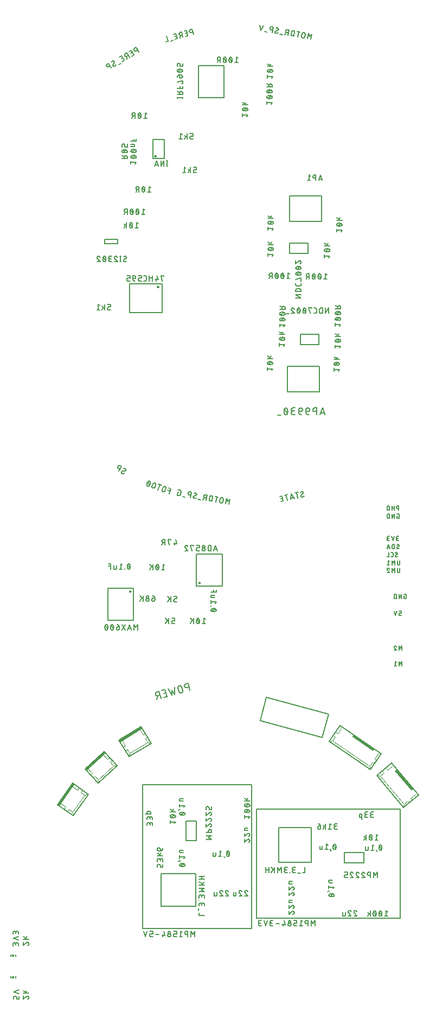
<source format=gbr>
G04 EAGLE Gerber RS-274X export*
G75*
%MOMM*%
%FSLAX34Y34*%
%LPD*%
%INSilkscreen Bottom*%
%IPPOS*%
%AMOC8*
5,1,8,0,0,1.08239X$1,22.5*%
G01*
%ADD10C,0.127000*%
%ADD11C,0.152400*%
%ADD12C,0.200000*%
%ADD13C,0.203200*%
%ADD14R,0.150000X0.300000*%
%ADD15R,0.300000X0.300000*%
%ADD16C,0.050800*%
%ADD17R,4.000000X0.375000*%


D10*
X625117Y1006374D02*
X623995Y1006374D01*
X623995Y1002635D01*
X626238Y1002635D01*
X626314Y1002637D01*
X626389Y1002643D01*
X626465Y1002652D01*
X626539Y1002666D01*
X626613Y1002683D01*
X626686Y1002704D01*
X626758Y1002728D01*
X626828Y1002756D01*
X626897Y1002788D01*
X626964Y1002823D01*
X627029Y1002861D01*
X627093Y1002903D01*
X627154Y1002948D01*
X627212Y1002996D01*
X627269Y1003047D01*
X627322Y1003100D01*
X627373Y1003157D01*
X627421Y1003215D01*
X627466Y1003276D01*
X627508Y1003340D01*
X627546Y1003405D01*
X627581Y1003472D01*
X627613Y1003541D01*
X627641Y1003611D01*
X627665Y1003683D01*
X627686Y1003756D01*
X627703Y1003830D01*
X627717Y1003904D01*
X627726Y1003980D01*
X627732Y1004055D01*
X627734Y1004131D01*
X627734Y1007869D01*
X627732Y1007945D01*
X627726Y1008020D01*
X627717Y1008096D01*
X627703Y1008170D01*
X627686Y1008244D01*
X627665Y1008317D01*
X627641Y1008389D01*
X627613Y1008459D01*
X627581Y1008528D01*
X627546Y1008595D01*
X627508Y1008660D01*
X627466Y1008724D01*
X627421Y1008785D01*
X627373Y1008843D01*
X627322Y1008900D01*
X627269Y1008953D01*
X627212Y1009004D01*
X627154Y1009052D01*
X627093Y1009097D01*
X627029Y1009139D01*
X626964Y1009177D01*
X626897Y1009212D01*
X626828Y1009244D01*
X626758Y1009272D01*
X626686Y1009296D01*
X626613Y1009317D01*
X626539Y1009334D01*
X626465Y1009348D01*
X626389Y1009357D01*
X626314Y1009363D01*
X626238Y1009365D01*
X623995Y1009365D01*
X620054Y1009365D02*
X620054Y1002635D01*
X616315Y1002635D02*
X620054Y1009365D01*
X616315Y1009365D02*
X616315Y1002635D01*
X612374Y1002635D02*
X612374Y1009365D01*
X610504Y1009365D01*
X610420Y1009363D01*
X610336Y1009357D01*
X610253Y1009348D01*
X610170Y1009335D01*
X610088Y1009318D01*
X610007Y1009298D01*
X609926Y1009274D01*
X609847Y1009246D01*
X609769Y1009215D01*
X609693Y1009180D01*
X609618Y1009142D01*
X609545Y1009100D01*
X609474Y1009056D01*
X609405Y1009008D01*
X609339Y1008957D01*
X609274Y1008903D01*
X609212Y1008847D01*
X609153Y1008788D01*
X609097Y1008726D01*
X609043Y1008661D01*
X608992Y1008595D01*
X608944Y1008526D01*
X608900Y1008455D01*
X608858Y1008382D01*
X608820Y1008307D01*
X608785Y1008231D01*
X608754Y1008153D01*
X608726Y1008074D01*
X608702Y1007993D01*
X608682Y1007912D01*
X608665Y1007830D01*
X608652Y1007747D01*
X608643Y1007664D01*
X608637Y1007580D01*
X608635Y1007496D01*
X608635Y1004504D01*
X608637Y1004420D01*
X608643Y1004336D01*
X608652Y1004253D01*
X608665Y1004170D01*
X608682Y1004088D01*
X608702Y1004007D01*
X608726Y1003926D01*
X608754Y1003847D01*
X608785Y1003769D01*
X608820Y1003693D01*
X608858Y1003618D01*
X608900Y1003545D01*
X608944Y1003474D01*
X608992Y1003405D01*
X609043Y1003339D01*
X609097Y1003274D01*
X609153Y1003212D01*
X609212Y1003153D01*
X609274Y1003097D01*
X609339Y1003043D01*
X609405Y1002992D01*
X609474Y1002944D01*
X609545Y1002900D01*
X609618Y1002858D01*
X609693Y1002820D01*
X609769Y1002785D01*
X609847Y1002754D01*
X609926Y1002726D01*
X610007Y1002702D01*
X610088Y1002682D01*
X610170Y1002665D01*
X610253Y1002652D01*
X610336Y1002643D01*
X610420Y1002637D01*
X610504Y1002635D01*
X612374Y1002635D01*
X634995Y881374D02*
X636117Y881374D01*
X634995Y881374D02*
X634995Y877635D01*
X637238Y877635D01*
X637314Y877637D01*
X637389Y877643D01*
X637465Y877652D01*
X637539Y877666D01*
X637613Y877683D01*
X637686Y877704D01*
X637758Y877728D01*
X637828Y877756D01*
X637897Y877788D01*
X637964Y877823D01*
X638029Y877861D01*
X638093Y877903D01*
X638154Y877948D01*
X638212Y877996D01*
X638269Y878047D01*
X638322Y878100D01*
X638373Y878157D01*
X638421Y878215D01*
X638466Y878276D01*
X638508Y878340D01*
X638546Y878405D01*
X638581Y878472D01*
X638613Y878541D01*
X638641Y878611D01*
X638665Y878683D01*
X638686Y878756D01*
X638703Y878830D01*
X638717Y878904D01*
X638726Y878980D01*
X638732Y879055D01*
X638734Y879131D01*
X638734Y882869D01*
X638732Y882945D01*
X638726Y883020D01*
X638717Y883096D01*
X638703Y883170D01*
X638686Y883244D01*
X638665Y883317D01*
X638641Y883389D01*
X638613Y883459D01*
X638581Y883528D01*
X638546Y883595D01*
X638508Y883660D01*
X638466Y883724D01*
X638421Y883785D01*
X638373Y883843D01*
X638322Y883900D01*
X638269Y883953D01*
X638212Y884004D01*
X638154Y884052D01*
X638093Y884097D01*
X638029Y884139D01*
X637964Y884177D01*
X637897Y884212D01*
X637828Y884244D01*
X637758Y884272D01*
X637686Y884296D01*
X637613Y884317D01*
X637539Y884334D01*
X637465Y884348D01*
X637389Y884357D01*
X637314Y884363D01*
X637238Y884365D01*
X634995Y884365D01*
X631054Y884365D02*
X631054Y877635D01*
X627315Y877635D02*
X631054Y884365D01*
X627315Y884365D02*
X627315Y877635D01*
X623374Y877635D02*
X623374Y884365D01*
X621504Y884365D01*
X621420Y884363D01*
X621336Y884357D01*
X621253Y884348D01*
X621170Y884335D01*
X621088Y884318D01*
X621007Y884298D01*
X620926Y884274D01*
X620847Y884246D01*
X620769Y884215D01*
X620693Y884180D01*
X620618Y884142D01*
X620545Y884100D01*
X620474Y884056D01*
X620405Y884008D01*
X620339Y883957D01*
X620274Y883903D01*
X620212Y883847D01*
X620153Y883788D01*
X620097Y883726D01*
X620043Y883661D01*
X619992Y883595D01*
X619944Y883526D01*
X619900Y883455D01*
X619858Y883382D01*
X619820Y883307D01*
X619785Y883231D01*
X619754Y883153D01*
X619726Y883074D01*
X619702Y882993D01*
X619682Y882912D01*
X619665Y882830D01*
X619652Y882747D01*
X619643Y882664D01*
X619637Y882580D01*
X619635Y882496D01*
X619635Y879504D01*
X619637Y879420D01*
X619643Y879336D01*
X619652Y879253D01*
X619665Y879170D01*
X619682Y879088D01*
X619702Y879007D01*
X619726Y878926D01*
X619754Y878847D01*
X619785Y878769D01*
X619820Y878693D01*
X619858Y878618D01*
X619900Y878545D01*
X619944Y878474D01*
X619992Y878405D01*
X620043Y878339D01*
X620097Y878274D01*
X620153Y878212D01*
X620212Y878153D01*
X620274Y878097D01*
X620339Y878043D01*
X620405Y877992D01*
X620474Y877944D01*
X620545Y877900D01*
X620618Y877858D01*
X620693Y877820D01*
X620769Y877785D01*
X620847Y877754D01*
X620926Y877726D01*
X621007Y877702D01*
X621088Y877682D01*
X621170Y877665D01*
X621253Y877652D01*
X621336Y877643D01*
X621420Y877637D01*
X621504Y877635D01*
X623374Y877635D01*
X624904Y967635D02*
X626774Y967635D01*
X624904Y967635D02*
X624819Y967637D01*
X624734Y967643D01*
X624650Y967652D01*
X624565Y967666D01*
X624482Y967683D01*
X624400Y967704D01*
X624318Y967729D01*
X624238Y967758D01*
X624159Y967790D01*
X624082Y967825D01*
X624007Y967865D01*
X623933Y967907D01*
X623861Y967953D01*
X623792Y968002D01*
X623724Y968054D01*
X623660Y968109D01*
X623598Y968167D01*
X623538Y968228D01*
X623481Y968292D01*
X623428Y968358D01*
X623377Y968426D01*
X623330Y968497D01*
X623285Y968570D01*
X623245Y968644D01*
X623207Y968721D01*
X623173Y968799D01*
X623143Y968878D01*
X623116Y968959D01*
X623093Y969041D01*
X623074Y969124D01*
X623059Y969207D01*
X623047Y969292D01*
X623039Y969376D01*
X623035Y969461D01*
X623035Y969547D01*
X623039Y969632D01*
X623047Y969716D01*
X623059Y969801D01*
X623074Y969884D01*
X623093Y969967D01*
X623116Y970049D01*
X623143Y970130D01*
X623173Y970209D01*
X623207Y970287D01*
X623245Y970364D01*
X623285Y970439D01*
X623330Y970511D01*
X623377Y970582D01*
X623428Y970650D01*
X623481Y970716D01*
X623538Y970780D01*
X623598Y970841D01*
X623660Y970899D01*
X623724Y970954D01*
X623792Y971006D01*
X623861Y971055D01*
X623933Y971101D01*
X624007Y971143D01*
X624082Y971183D01*
X624159Y971218D01*
X624238Y971250D01*
X624318Y971279D01*
X624400Y971304D01*
X624482Y971325D01*
X624565Y971342D01*
X624650Y971356D01*
X624734Y971365D01*
X624819Y971371D01*
X624904Y971373D01*
X624531Y974365D02*
X626774Y974365D01*
X624531Y974365D02*
X624455Y974363D01*
X624380Y974357D01*
X624304Y974348D01*
X624230Y974334D01*
X624156Y974317D01*
X624083Y974296D01*
X624011Y974272D01*
X623941Y974244D01*
X623872Y974212D01*
X623805Y974177D01*
X623740Y974139D01*
X623676Y974097D01*
X623615Y974052D01*
X623557Y974004D01*
X623500Y973953D01*
X623447Y973900D01*
X623396Y973843D01*
X623348Y973785D01*
X623303Y973724D01*
X623261Y973660D01*
X623223Y973595D01*
X623188Y973528D01*
X623156Y973459D01*
X623128Y973389D01*
X623104Y973317D01*
X623083Y973244D01*
X623066Y973170D01*
X623052Y973096D01*
X623043Y973020D01*
X623037Y972945D01*
X623035Y972869D01*
X623037Y972793D01*
X623043Y972718D01*
X623052Y972642D01*
X623066Y972568D01*
X623083Y972494D01*
X623104Y972421D01*
X623128Y972349D01*
X623156Y972279D01*
X623188Y972210D01*
X623223Y972143D01*
X623261Y972078D01*
X623303Y972014D01*
X623348Y971953D01*
X623396Y971895D01*
X623447Y971838D01*
X623500Y971785D01*
X623557Y971734D01*
X623615Y971686D01*
X623676Y971641D01*
X623740Y971599D01*
X623805Y971561D01*
X623872Y971526D01*
X623941Y971494D01*
X624011Y971466D01*
X624083Y971442D01*
X624156Y971421D01*
X624230Y971404D01*
X624304Y971390D01*
X624380Y971381D01*
X624455Y971375D01*
X624531Y971373D01*
X624531Y971374D02*
X626026Y971374D01*
X619948Y974365D02*
X617704Y967635D01*
X615461Y974365D01*
X612374Y967635D02*
X610504Y967635D01*
X610419Y967637D01*
X610334Y967643D01*
X610250Y967652D01*
X610165Y967666D01*
X610082Y967683D01*
X610000Y967704D01*
X609918Y967729D01*
X609838Y967758D01*
X609759Y967790D01*
X609682Y967825D01*
X609607Y967865D01*
X609533Y967907D01*
X609461Y967953D01*
X609392Y968002D01*
X609324Y968054D01*
X609260Y968109D01*
X609198Y968167D01*
X609138Y968228D01*
X609081Y968292D01*
X609028Y968358D01*
X608977Y968426D01*
X608930Y968497D01*
X608885Y968570D01*
X608845Y968644D01*
X608807Y968721D01*
X608773Y968799D01*
X608743Y968878D01*
X608716Y968959D01*
X608693Y969041D01*
X608674Y969124D01*
X608659Y969207D01*
X608647Y969292D01*
X608639Y969376D01*
X608635Y969461D01*
X608635Y969547D01*
X608639Y969632D01*
X608647Y969716D01*
X608659Y969801D01*
X608674Y969884D01*
X608693Y969967D01*
X608716Y970049D01*
X608743Y970130D01*
X608773Y970209D01*
X608807Y970287D01*
X608845Y970364D01*
X608885Y970439D01*
X608930Y970511D01*
X608977Y970582D01*
X609028Y970650D01*
X609081Y970716D01*
X609138Y970780D01*
X609198Y970841D01*
X609260Y970899D01*
X609324Y970954D01*
X609392Y971006D01*
X609461Y971055D01*
X609533Y971101D01*
X609607Y971143D01*
X609682Y971183D01*
X609759Y971218D01*
X609838Y971250D01*
X609918Y971279D01*
X610000Y971304D01*
X610082Y971325D01*
X610165Y971342D01*
X610250Y971356D01*
X610334Y971365D01*
X610419Y971371D01*
X610504Y971373D01*
X610131Y974365D02*
X612374Y974365D01*
X610131Y974365D02*
X610055Y974363D01*
X609980Y974357D01*
X609904Y974348D01*
X609830Y974334D01*
X609756Y974317D01*
X609683Y974296D01*
X609611Y974272D01*
X609541Y974244D01*
X609472Y974212D01*
X609405Y974177D01*
X609340Y974139D01*
X609276Y974097D01*
X609215Y974052D01*
X609157Y974004D01*
X609100Y973953D01*
X609047Y973900D01*
X608996Y973843D01*
X608948Y973785D01*
X608903Y973724D01*
X608861Y973660D01*
X608823Y973595D01*
X608788Y973528D01*
X608756Y973459D01*
X608728Y973389D01*
X608704Y973317D01*
X608683Y973244D01*
X608666Y973170D01*
X608652Y973096D01*
X608643Y973020D01*
X608637Y972945D01*
X608635Y972869D01*
X608637Y972793D01*
X608643Y972718D01*
X608652Y972642D01*
X608666Y972568D01*
X608683Y972494D01*
X608704Y972421D01*
X608728Y972349D01*
X608756Y972279D01*
X608788Y972210D01*
X608823Y972143D01*
X608861Y972078D01*
X608903Y972014D01*
X608948Y971953D01*
X608996Y971895D01*
X609047Y971838D01*
X609100Y971785D01*
X609157Y971734D01*
X609215Y971686D01*
X609276Y971641D01*
X609340Y971599D01*
X609405Y971561D01*
X609472Y971526D01*
X609541Y971494D01*
X609611Y971466D01*
X609683Y971442D01*
X609756Y971421D01*
X609830Y971404D01*
X609904Y971390D01*
X609980Y971381D01*
X610055Y971375D01*
X610131Y971373D01*
X610131Y971374D02*
X611626Y971374D01*
X628704Y851135D02*
X630948Y851135D01*
X628704Y851135D02*
X628628Y851137D01*
X628553Y851143D01*
X628477Y851152D01*
X628403Y851166D01*
X628329Y851183D01*
X628256Y851204D01*
X628184Y851228D01*
X628114Y851256D01*
X628045Y851288D01*
X627978Y851323D01*
X627913Y851361D01*
X627849Y851403D01*
X627788Y851448D01*
X627730Y851496D01*
X627673Y851547D01*
X627620Y851600D01*
X627569Y851657D01*
X627521Y851715D01*
X627476Y851776D01*
X627434Y851840D01*
X627396Y851905D01*
X627361Y851972D01*
X627329Y852041D01*
X627301Y852111D01*
X627277Y852183D01*
X627256Y852256D01*
X627239Y852330D01*
X627225Y852404D01*
X627216Y852480D01*
X627210Y852555D01*
X627208Y852631D01*
X627209Y852631D02*
X627209Y853378D01*
X627208Y853378D02*
X627210Y853454D01*
X627216Y853529D01*
X627225Y853605D01*
X627239Y853679D01*
X627256Y853753D01*
X627277Y853826D01*
X627301Y853898D01*
X627329Y853968D01*
X627361Y854037D01*
X627396Y854104D01*
X627434Y854169D01*
X627476Y854233D01*
X627521Y854294D01*
X627569Y854352D01*
X627620Y854409D01*
X627673Y854462D01*
X627730Y854513D01*
X627788Y854561D01*
X627849Y854606D01*
X627913Y854648D01*
X627978Y854686D01*
X628045Y854721D01*
X628114Y854753D01*
X628184Y854781D01*
X628256Y854805D01*
X628329Y854826D01*
X628403Y854843D01*
X628477Y854857D01*
X628553Y854866D01*
X628628Y854872D01*
X628704Y854874D01*
X630948Y854874D01*
X630948Y857865D01*
X627209Y857865D01*
X624122Y857865D02*
X621878Y851135D01*
X619635Y857865D01*
X631668Y778865D02*
X631668Y772135D01*
X629424Y775126D02*
X631668Y778865D01*
X629424Y775126D02*
X627181Y778865D01*
X627181Y772135D01*
X623374Y777369D02*
X621504Y778865D01*
X621504Y772135D01*
X619635Y772135D02*
X623374Y772135D01*
X631668Y796635D02*
X631668Y803365D01*
X629424Y799626D01*
X627181Y803365D01*
X627181Y796635D01*
X621318Y803366D02*
X621238Y803364D01*
X621158Y803358D01*
X621078Y803349D01*
X620999Y803336D01*
X620921Y803319D01*
X620844Y803298D01*
X620768Y803273D01*
X620692Y803245D01*
X620619Y803214D01*
X620547Y803179D01*
X620477Y803141D01*
X620408Y803099D01*
X620342Y803054D01*
X620278Y803006D01*
X620216Y802955D01*
X620157Y802901D01*
X620100Y802844D01*
X620046Y802785D01*
X619995Y802723D01*
X619947Y802659D01*
X619902Y802593D01*
X619860Y802525D01*
X619822Y802454D01*
X619787Y802382D01*
X619756Y802309D01*
X619728Y802233D01*
X619703Y802157D01*
X619682Y802080D01*
X619665Y802002D01*
X619652Y801923D01*
X619643Y801843D01*
X619637Y801763D01*
X619635Y801683D01*
X621318Y803365D02*
X621409Y803363D01*
X621499Y803357D01*
X621589Y803348D01*
X621679Y803335D01*
X621768Y803318D01*
X621856Y803297D01*
X621943Y803273D01*
X622030Y803245D01*
X622114Y803213D01*
X622198Y803178D01*
X622280Y803139D01*
X622360Y803097D01*
X622439Y803052D01*
X622515Y803003D01*
X622590Y802951D01*
X622662Y802897D01*
X622732Y802839D01*
X622799Y802778D01*
X622864Y802715D01*
X622926Y802649D01*
X622985Y802580D01*
X623041Y802509D01*
X623094Y802436D01*
X623144Y802360D01*
X623191Y802282D01*
X623235Y802203D01*
X623275Y802122D01*
X623312Y802039D01*
X623345Y801955D01*
X623375Y801869D01*
X620196Y800374D02*
X620138Y800432D01*
X620083Y800492D01*
X620031Y800554D01*
X619982Y800619D01*
X619935Y800685D01*
X619892Y800754D01*
X619852Y800825D01*
X619815Y800897D01*
X619781Y800971D01*
X619751Y801047D01*
X619724Y801123D01*
X619700Y801201D01*
X619681Y801280D01*
X619664Y801360D01*
X619651Y801440D01*
X619642Y801521D01*
X619637Y801602D01*
X619635Y801683D01*
X620196Y800374D02*
X623374Y796635D01*
X619635Y796635D01*
X625144Y955135D02*
X625068Y955137D01*
X624993Y955143D01*
X624917Y955152D01*
X624843Y955166D01*
X624769Y955183D01*
X624696Y955204D01*
X624624Y955228D01*
X624554Y955256D01*
X624485Y955288D01*
X624418Y955323D01*
X624353Y955361D01*
X624289Y955403D01*
X624228Y955448D01*
X624170Y955496D01*
X624113Y955547D01*
X624060Y955600D01*
X624009Y955657D01*
X623961Y955715D01*
X623916Y955776D01*
X623874Y955840D01*
X623836Y955905D01*
X623801Y955972D01*
X623769Y956041D01*
X623741Y956111D01*
X623717Y956183D01*
X623696Y956256D01*
X623679Y956330D01*
X623665Y956404D01*
X623656Y956480D01*
X623650Y956555D01*
X623648Y956631D01*
X625144Y955135D02*
X625252Y955137D01*
X625361Y955142D01*
X625469Y955152D01*
X625576Y955165D01*
X625684Y955181D01*
X625790Y955202D01*
X625896Y955226D01*
X626001Y955253D01*
X626105Y955285D01*
X626207Y955319D01*
X626309Y955358D01*
X626409Y955399D01*
X626507Y955444D01*
X626604Y955493D01*
X626700Y955545D01*
X626793Y955600D01*
X626885Y955658D01*
X626974Y955719D01*
X627061Y955784D01*
X627147Y955851D01*
X627229Y955921D01*
X627309Y955994D01*
X627387Y956070D01*
X627201Y960369D02*
X627199Y960445D01*
X627193Y960520D01*
X627184Y960596D01*
X627170Y960670D01*
X627153Y960744D01*
X627132Y960817D01*
X627108Y960889D01*
X627080Y960959D01*
X627048Y961028D01*
X627013Y961095D01*
X626975Y961160D01*
X626933Y961224D01*
X626888Y961285D01*
X626840Y961343D01*
X626789Y961400D01*
X626736Y961453D01*
X626679Y961504D01*
X626621Y961552D01*
X626560Y961597D01*
X626496Y961639D01*
X626431Y961677D01*
X626364Y961712D01*
X626295Y961744D01*
X626225Y961772D01*
X626153Y961796D01*
X626080Y961817D01*
X626006Y961834D01*
X625932Y961848D01*
X625856Y961857D01*
X625781Y961863D01*
X625705Y961865D01*
X625605Y961863D01*
X625505Y961858D01*
X625405Y961849D01*
X625305Y961836D01*
X625206Y961820D01*
X625108Y961801D01*
X625011Y961778D01*
X624914Y961751D01*
X624818Y961721D01*
X624724Y961688D01*
X624631Y961651D01*
X624539Y961611D01*
X624448Y961568D01*
X624359Y961521D01*
X624272Y961471D01*
X624187Y961419D01*
X624104Y961363D01*
X624023Y961304D01*
X626453Y959060D02*
X626517Y959100D01*
X626579Y959143D01*
X626638Y959189D01*
X626695Y959237D01*
X626750Y959289D01*
X626802Y959343D01*
X626851Y959400D01*
X626898Y959459D01*
X626941Y959520D01*
X626982Y959583D01*
X627019Y959648D01*
X627053Y959715D01*
X627084Y959784D01*
X627111Y959854D01*
X627135Y959925D01*
X627155Y959997D01*
X627171Y960071D01*
X627184Y960145D01*
X627194Y960219D01*
X627199Y960294D01*
X627201Y960369D01*
X624397Y957940D02*
X624333Y957900D01*
X624271Y957857D01*
X624212Y957811D01*
X624155Y957763D01*
X624100Y957711D01*
X624048Y957657D01*
X623999Y957600D01*
X623952Y957541D01*
X623909Y957480D01*
X623868Y957417D01*
X623831Y957352D01*
X623797Y957285D01*
X623766Y957216D01*
X623739Y957146D01*
X623715Y957075D01*
X623695Y957003D01*
X623679Y956929D01*
X623666Y956855D01*
X623656Y956781D01*
X623651Y956706D01*
X623649Y956631D01*
X624397Y957939D02*
X626453Y959061D01*
X620188Y961865D02*
X620188Y955135D01*
X620188Y961865D02*
X618318Y961865D01*
X618234Y961863D01*
X618150Y961857D01*
X618067Y961848D01*
X617984Y961835D01*
X617902Y961818D01*
X617821Y961798D01*
X617740Y961774D01*
X617661Y961746D01*
X617583Y961715D01*
X617507Y961680D01*
X617432Y961642D01*
X617359Y961600D01*
X617288Y961556D01*
X617219Y961508D01*
X617153Y961457D01*
X617088Y961403D01*
X617026Y961347D01*
X616967Y961288D01*
X616911Y961226D01*
X616857Y961161D01*
X616806Y961095D01*
X616758Y961026D01*
X616714Y960955D01*
X616672Y960882D01*
X616634Y960807D01*
X616599Y960731D01*
X616568Y960653D01*
X616540Y960574D01*
X616516Y960493D01*
X616496Y960412D01*
X616479Y960330D01*
X616466Y960247D01*
X616457Y960164D01*
X616451Y960080D01*
X616449Y959996D01*
X616449Y957004D01*
X616451Y956920D01*
X616457Y956836D01*
X616466Y956753D01*
X616479Y956670D01*
X616496Y956588D01*
X616516Y956507D01*
X616540Y956426D01*
X616568Y956347D01*
X616599Y956269D01*
X616634Y956193D01*
X616672Y956118D01*
X616714Y956045D01*
X616758Y955974D01*
X616806Y955905D01*
X616857Y955839D01*
X616911Y955774D01*
X616967Y955712D01*
X617026Y955653D01*
X617088Y955597D01*
X617153Y955543D01*
X617219Y955492D01*
X617288Y955444D01*
X617359Y955400D01*
X617432Y955358D01*
X617507Y955320D01*
X617583Y955285D01*
X617661Y955254D01*
X617740Y955226D01*
X617821Y955202D01*
X617902Y955182D01*
X617984Y955165D01*
X618067Y955152D01*
X618150Y955143D01*
X618234Y955137D01*
X618318Y955135D01*
X620188Y955135D01*
X613122Y955135D02*
X610878Y961865D01*
X608635Y955135D01*
X609196Y956818D02*
X612561Y956818D01*
X621108Y944131D02*
X621110Y944055D01*
X621116Y943980D01*
X621125Y943904D01*
X621139Y943830D01*
X621156Y943756D01*
X621177Y943683D01*
X621201Y943611D01*
X621229Y943541D01*
X621261Y943472D01*
X621296Y943405D01*
X621334Y943340D01*
X621376Y943276D01*
X621421Y943215D01*
X621469Y943157D01*
X621520Y943100D01*
X621573Y943047D01*
X621630Y942996D01*
X621688Y942948D01*
X621749Y942903D01*
X621813Y942861D01*
X621878Y942823D01*
X621945Y942788D01*
X622014Y942756D01*
X622084Y942728D01*
X622156Y942704D01*
X622229Y942683D01*
X622303Y942666D01*
X622377Y942652D01*
X622453Y942643D01*
X622528Y942637D01*
X622604Y942635D01*
X622712Y942637D01*
X622821Y942642D01*
X622929Y942652D01*
X623036Y942665D01*
X623144Y942681D01*
X623250Y942702D01*
X623356Y942726D01*
X623461Y942753D01*
X623565Y942785D01*
X623667Y942819D01*
X623769Y942858D01*
X623869Y942899D01*
X623967Y942944D01*
X624064Y942993D01*
X624160Y943045D01*
X624253Y943100D01*
X624345Y943158D01*
X624434Y943219D01*
X624521Y943284D01*
X624607Y943351D01*
X624689Y943421D01*
X624769Y943494D01*
X624847Y943570D01*
X624661Y947869D02*
X624659Y947945D01*
X624653Y948020D01*
X624644Y948096D01*
X624630Y948170D01*
X624613Y948244D01*
X624592Y948317D01*
X624568Y948389D01*
X624540Y948459D01*
X624508Y948528D01*
X624473Y948595D01*
X624435Y948660D01*
X624393Y948724D01*
X624348Y948785D01*
X624300Y948843D01*
X624249Y948900D01*
X624196Y948953D01*
X624139Y949004D01*
X624081Y949052D01*
X624020Y949097D01*
X623956Y949139D01*
X623891Y949177D01*
X623824Y949212D01*
X623755Y949244D01*
X623685Y949272D01*
X623613Y949296D01*
X623540Y949317D01*
X623466Y949334D01*
X623392Y949348D01*
X623316Y949357D01*
X623241Y949363D01*
X623165Y949365D01*
X623065Y949363D01*
X622965Y949358D01*
X622865Y949349D01*
X622765Y949336D01*
X622666Y949320D01*
X622568Y949301D01*
X622471Y949278D01*
X622374Y949251D01*
X622278Y949221D01*
X622184Y949188D01*
X622091Y949151D01*
X621999Y949111D01*
X621908Y949068D01*
X621819Y949021D01*
X621732Y948971D01*
X621647Y948919D01*
X621564Y948863D01*
X621483Y948804D01*
X623912Y946560D02*
X623976Y946600D01*
X624038Y946643D01*
X624097Y946689D01*
X624154Y946737D01*
X624209Y946789D01*
X624261Y946843D01*
X624310Y946900D01*
X624357Y946959D01*
X624400Y947020D01*
X624441Y947083D01*
X624478Y947148D01*
X624512Y947215D01*
X624543Y947284D01*
X624570Y947354D01*
X624594Y947425D01*
X624614Y947497D01*
X624630Y947571D01*
X624643Y947645D01*
X624653Y947719D01*
X624658Y947794D01*
X624660Y947869D01*
X621856Y945440D02*
X621792Y945400D01*
X621730Y945357D01*
X621671Y945311D01*
X621614Y945263D01*
X621559Y945211D01*
X621507Y945157D01*
X621458Y945100D01*
X621411Y945041D01*
X621368Y944980D01*
X621327Y944917D01*
X621290Y944852D01*
X621256Y944785D01*
X621225Y944716D01*
X621198Y944646D01*
X621174Y944575D01*
X621154Y944503D01*
X621138Y944429D01*
X621125Y944355D01*
X621115Y944281D01*
X621110Y944206D01*
X621108Y944131D01*
X621856Y945439D02*
X623913Y946561D01*
X616423Y942635D02*
X614927Y942635D01*
X616423Y942635D02*
X616499Y942637D01*
X616574Y942643D01*
X616650Y942652D01*
X616724Y942666D01*
X616798Y942683D01*
X616871Y942704D01*
X616943Y942728D01*
X617013Y942756D01*
X617082Y942788D01*
X617149Y942823D01*
X617214Y942861D01*
X617278Y942903D01*
X617339Y942948D01*
X617397Y942996D01*
X617454Y943047D01*
X617507Y943100D01*
X617558Y943157D01*
X617606Y943215D01*
X617651Y943276D01*
X617693Y943340D01*
X617731Y943405D01*
X617766Y943472D01*
X617798Y943541D01*
X617826Y943611D01*
X617850Y943683D01*
X617871Y943756D01*
X617888Y943830D01*
X617902Y943904D01*
X617911Y943980D01*
X617917Y944055D01*
X617919Y944131D01*
X617919Y947869D01*
X617917Y947945D01*
X617911Y948020D01*
X617902Y948096D01*
X617888Y948170D01*
X617871Y948244D01*
X617850Y948317D01*
X617826Y948389D01*
X617798Y948459D01*
X617766Y948528D01*
X617731Y948595D01*
X617693Y948660D01*
X617651Y948724D01*
X617606Y948785D01*
X617558Y948843D01*
X617507Y948900D01*
X617454Y948953D01*
X617397Y949004D01*
X617339Y949052D01*
X617278Y949097D01*
X617214Y949139D01*
X617149Y949177D01*
X617082Y949212D01*
X617013Y949244D01*
X616943Y949272D01*
X616871Y949296D01*
X616798Y949317D01*
X616724Y949334D01*
X616650Y949348D01*
X616574Y949357D01*
X616499Y949363D01*
X616423Y949365D01*
X614927Y949365D01*
X611626Y949365D02*
X611626Y942635D01*
X608635Y942635D01*
X628454Y936865D02*
X628454Y932004D01*
X628453Y932004D02*
X628451Y931919D01*
X628445Y931834D01*
X628436Y931750D01*
X628422Y931665D01*
X628405Y931582D01*
X628384Y931500D01*
X628359Y931418D01*
X628330Y931338D01*
X628298Y931259D01*
X628263Y931182D01*
X628223Y931107D01*
X628181Y931033D01*
X628135Y930961D01*
X628086Y930892D01*
X628034Y930824D01*
X627979Y930760D01*
X627921Y930698D01*
X627860Y930638D01*
X627796Y930581D01*
X627730Y930528D01*
X627662Y930477D01*
X627591Y930430D01*
X627519Y930385D01*
X627444Y930345D01*
X627367Y930307D01*
X627289Y930273D01*
X627210Y930243D01*
X627129Y930216D01*
X627047Y930193D01*
X626964Y930174D01*
X626881Y930159D01*
X626796Y930147D01*
X626712Y930139D01*
X626627Y930135D01*
X626541Y930135D01*
X626456Y930139D01*
X626372Y930147D01*
X626287Y930159D01*
X626204Y930174D01*
X626121Y930193D01*
X626039Y930216D01*
X625958Y930243D01*
X625879Y930273D01*
X625801Y930307D01*
X625724Y930345D01*
X625650Y930385D01*
X625577Y930430D01*
X625506Y930477D01*
X625438Y930528D01*
X625372Y930581D01*
X625308Y930638D01*
X625247Y930698D01*
X625189Y930760D01*
X625134Y930824D01*
X625082Y930892D01*
X625033Y930961D01*
X624987Y931033D01*
X624945Y931107D01*
X624905Y931182D01*
X624870Y931259D01*
X624838Y931338D01*
X624809Y931418D01*
X624784Y931500D01*
X624763Y931582D01*
X624746Y931665D01*
X624732Y931750D01*
X624723Y931834D01*
X624717Y931919D01*
X624715Y932004D01*
X624715Y936865D01*
X620668Y936865D02*
X620668Y930135D01*
X618424Y933126D02*
X620668Y936865D01*
X618424Y933126D02*
X616181Y936865D01*
X616181Y930135D01*
X612374Y935369D02*
X610504Y936865D01*
X610504Y930135D01*
X608635Y930135D02*
X612374Y930135D01*
X628454Y924865D02*
X628454Y920004D01*
X628453Y920004D02*
X628451Y919919D01*
X628445Y919834D01*
X628436Y919750D01*
X628422Y919665D01*
X628405Y919582D01*
X628384Y919500D01*
X628359Y919418D01*
X628330Y919338D01*
X628298Y919259D01*
X628263Y919182D01*
X628223Y919107D01*
X628181Y919033D01*
X628135Y918961D01*
X628086Y918892D01*
X628034Y918824D01*
X627979Y918760D01*
X627921Y918698D01*
X627860Y918638D01*
X627796Y918581D01*
X627730Y918528D01*
X627662Y918477D01*
X627591Y918430D01*
X627519Y918385D01*
X627444Y918345D01*
X627367Y918307D01*
X627289Y918273D01*
X627210Y918243D01*
X627129Y918216D01*
X627047Y918193D01*
X626964Y918174D01*
X626881Y918159D01*
X626796Y918147D01*
X626712Y918139D01*
X626627Y918135D01*
X626541Y918135D01*
X626456Y918139D01*
X626372Y918147D01*
X626287Y918159D01*
X626204Y918174D01*
X626121Y918193D01*
X626039Y918216D01*
X625958Y918243D01*
X625879Y918273D01*
X625801Y918307D01*
X625724Y918345D01*
X625650Y918385D01*
X625577Y918430D01*
X625506Y918477D01*
X625438Y918528D01*
X625372Y918581D01*
X625308Y918638D01*
X625247Y918698D01*
X625189Y918760D01*
X625134Y918824D01*
X625082Y918892D01*
X625033Y918961D01*
X624987Y919033D01*
X624945Y919107D01*
X624905Y919182D01*
X624870Y919259D01*
X624838Y919338D01*
X624809Y919418D01*
X624784Y919500D01*
X624763Y919582D01*
X624746Y919665D01*
X624732Y919750D01*
X624723Y919834D01*
X624717Y919919D01*
X624715Y920004D01*
X624715Y924865D01*
X620668Y924865D02*
X620668Y918135D01*
X618424Y921126D02*
X620668Y924865D01*
X618424Y921126D02*
X616181Y924865D01*
X616181Y918135D01*
X610318Y924866D02*
X610238Y924864D01*
X610158Y924858D01*
X610078Y924849D01*
X609999Y924836D01*
X609921Y924819D01*
X609844Y924798D01*
X609768Y924773D01*
X609692Y924745D01*
X609619Y924714D01*
X609547Y924679D01*
X609477Y924641D01*
X609408Y924599D01*
X609342Y924554D01*
X609278Y924506D01*
X609216Y924455D01*
X609157Y924401D01*
X609100Y924344D01*
X609046Y924285D01*
X608995Y924223D01*
X608947Y924159D01*
X608902Y924093D01*
X608860Y924025D01*
X608822Y923954D01*
X608787Y923882D01*
X608756Y923809D01*
X608728Y923733D01*
X608703Y923657D01*
X608682Y923580D01*
X608665Y923502D01*
X608652Y923423D01*
X608643Y923343D01*
X608637Y923263D01*
X608635Y923183D01*
X610318Y924865D02*
X610409Y924863D01*
X610499Y924857D01*
X610589Y924848D01*
X610679Y924835D01*
X610768Y924818D01*
X610856Y924797D01*
X610943Y924773D01*
X611030Y924745D01*
X611114Y924713D01*
X611198Y924678D01*
X611280Y924639D01*
X611360Y924597D01*
X611439Y924552D01*
X611515Y924503D01*
X611590Y924451D01*
X611662Y924397D01*
X611732Y924339D01*
X611799Y924278D01*
X611864Y924215D01*
X611926Y924149D01*
X611985Y924080D01*
X612041Y924009D01*
X612094Y923936D01*
X612144Y923860D01*
X612191Y923782D01*
X612235Y923703D01*
X612275Y923622D01*
X612312Y923539D01*
X612345Y923455D01*
X612375Y923369D01*
X609196Y921874D02*
X609138Y921932D01*
X609083Y921992D01*
X609031Y922054D01*
X608982Y922119D01*
X608935Y922185D01*
X608892Y922254D01*
X608852Y922325D01*
X608815Y922397D01*
X608781Y922471D01*
X608751Y922547D01*
X608724Y922623D01*
X608700Y922701D01*
X608681Y922780D01*
X608664Y922860D01*
X608651Y922940D01*
X608642Y923021D01*
X608637Y923102D01*
X608635Y923183D01*
X609196Y921874D02*
X612374Y918135D01*
X608635Y918135D01*
X626855Y1015135D02*
X626855Y1021865D01*
X624985Y1021865D01*
X624900Y1021863D01*
X624815Y1021857D01*
X624731Y1021848D01*
X624646Y1021834D01*
X624563Y1021817D01*
X624481Y1021796D01*
X624399Y1021771D01*
X624319Y1021742D01*
X624240Y1021710D01*
X624163Y1021675D01*
X624088Y1021635D01*
X624014Y1021593D01*
X623942Y1021547D01*
X623873Y1021498D01*
X623805Y1021446D01*
X623741Y1021391D01*
X623679Y1021333D01*
X623619Y1021272D01*
X623562Y1021208D01*
X623509Y1021142D01*
X623458Y1021074D01*
X623411Y1021003D01*
X623366Y1020931D01*
X623326Y1020856D01*
X623288Y1020779D01*
X623254Y1020701D01*
X623224Y1020622D01*
X623197Y1020541D01*
X623174Y1020459D01*
X623155Y1020376D01*
X623140Y1020293D01*
X623128Y1020208D01*
X623120Y1020124D01*
X623116Y1020039D01*
X623116Y1019953D01*
X623120Y1019868D01*
X623128Y1019784D01*
X623140Y1019699D01*
X623155Y1019616D01*
X623174Y1019533D01*
X623197Y1019451D01*
X623224Y1019370D01*
X623254Y1019291D01*
X623288Y1019213D01*
X623326Y1019136D01*
X623366Y1019062D01*
X623411Y1018989D01*
X623458Y1018918D01*
X623509Y1018850D01*
X623562Y1018784D01*
X623619Y1018720D01*
X623679Y1018659D01*
X623741Y1018601D01*
X623805Y1018546D01*
X623873Y1018494D01*
X623942Y1018445D01*
X624014Y1018399D01*
X624088Y1018357D01*
X624163Y1018317D01*
X624240Y1018282D01*
X624319Y1018250D01*
X624399Y1018221D01*
X624481Y1018196D01*
X624563Y1018175D01*
X624646Y1018158D01*
X624731Y1018144D01*
X624815Y1018135D01*
X624900Y1018129D01*
X624985Y1018127D01*
X624985Y1018126D02*
X626855Y1018126D01*
X619814Y1015135D02*
X619814Y1021865D01*
X619814Y1018874D02*
X616075Y1018874D01*
X616075Y1021865D02*
X616075Y1015135D01*
X612374Y1017004D02*
X612374Y1019996D01*
X612373Y1019996D02*
X612371Y1020081D01*
X612365Y1020166D01*
X612356Y1020250D01*
X612342Y1020335D01*
X612325Y1020418D01*
X612304Y1020500D01*
X612279Y1020582D01*
X612250Y1020662D01*
X612218Y1020741D01*
X612183Y1020818D01*
X612143Y1020893D01*
X612101Y1020967D01*
X612055Y1021039D01*
X612006Y1021108D01*
X611954Y1021176D01*
X611899Y1021240D01*
X611841Y1021302D01*
X611780Y1021362D01*
X611716Y1021419D01*
X611650Y1021472D01*
X611582Y1021523D01*
X611511Y1021570D01*
X611439Y1021615D01*
X611364Y1021655D01*
X611287Y1021693D01*
X611209Y1021727D01*
X611130Y1021757D01*
X611049Y1021784D01*
X610967Y1021807D01*
X610884Y1021826D01*
X610801Y1021841D01*
X610716Y1021853D01*
X610632Y1021861D01*
X610547Y1021865D01*
X610461Y1021865D01*
X610376Y1021861D01*
X610292Y1021853D01*
X610207Y1021841D01*
X610124Y1021826D01*
X610041Y1021807D01*
X609959Y1021784D01*
X609878Y1021757D01*
X609799Y1021727D01*
X609721Y1021693D01*
X609644Y1021655D01*
X609570Y1021615D01*
X609497Y1021570D01*
X609426Y1021523D01*
X609358Y1021472D01*
X609292Y1021419D01*
X609228Y1021362D01*
X609167Y1021302D01*
X609109Y1021240D01*
X609054Y1021176D01*
X609002Y1021108D01*
X608953Y1021039D01*
X608907Y1020967D01*
X608865Y1020893D01*
X608825Y1020818D01*
X608790Y1020741D01*
X608758Y1020662D01*
X608729Y1020582D01*
X608704Y1020500D01*
X608683Y1020418D01*
X608666Y1020335D01*
X608652Y1020250D01*
X608643Y1020166D01*
X608637Y1020081D01*
X608635Y1019996D01*
X608635Y1017004D01*
X608637Y1016919D01*
X608643Y1016834D01*
X608652Y1016750D01*
X608666Y1016665D01*
X608683Y1016582D01*
X608704Y1016500D01*
X608729Y1016418D01*
X608758Y1016338D01*
X608790Y1016259D01*
X608825Y1016182D01*
X608865Y1016107D01*
X608907Y1016033D01*
X608953Y1015961D01*
X609002Y1015892D01*
X609054Y1015824D01*
X609109Y1015760D01*
X609167Y1015698D01*
X609228Y1015638D01*
X609292Y1015581D01*
X609358Y1015528D01*
X609426Y1015477D01*
X609497Y1015430D01*
X609570Y1015385D01*
X609644Y1015345D01*
X609721Y1015307D01*
X609799Y1015273D01*
X609878Y1015243D01*
X609959Y1015216D01*
X610041Y1015193D01*
X610124Y1015174D01*
X610207Y1015159D01*
X610292Y1015147D01*
X610376Y1015139D01*
X610461Y1015135D01*
X610547Y1015135D01*
X610632Y1015139D01*
X610716Y1015147D01*
X610801Y1015159D01*
X610884Y1015174D01*
X610967Y1015193D01*
X611049Y1015216D01*
X611130Y1015243D01*
X611209Y1015273D01*
X611287Y1015307D01*
X611364Y1015345D01*
X611439Y1015385D01*
X611511Y1015430D01*
X611582Y1015477D01*
X611650Y1015528D01*
X611716Y1015581D01*
X611780Y1015638D01*
X611841Y1015698D01*
X611899Y1015760D01*
X611954Y1015824D01*
X612006Y1015892D01*
X612055Y1015961D01*
X612101Y1016033D01*
X612143Y1016107D01*
X612183Y1016182D01*
X612218Y1016259D01*
X612250Y1016338D01*
X612279Y1016418D01*
X612304Y1016500D01*
X612325Y1016582D01*
X612342Y1016665D01*
X612356Y1016750D01*
X612365Y1016834D01*
X612371Y1016919D01*
X612373Y1017004D01*
X187623Y1431058D02*
X167623Y1431058D01*
X187623Y1431058D02*
X187623Y1438058D01*
X167623Y1438058D01*
X167623Y1431058D01*
D11*
X197082Y1404981D02*
X197084Y1404896D01*
X197090Y1404812D01*
X197099Y1404728D01*
X197112Y1404645D01*
X197129Y1404562D01*
X197150Y1404480D01*
X197174Y1404399D01*
X197202Y1404319D01*
X197234Y1404241D01*
X197269Y1404164D01*
X197307Y1404088D01*
X197349Y1404015D01*
X197394Y1403943D01*
X197442Y1403874D01*
X197493Y1403806D01*
X197547Y1403741D01*
X197604Y1403679D01*
X197664Y1403619D01*
X197726Y1403562D01*
X197791Y1403508D01*
X197859Y1403457D01*
X197928Y1403409D01*
X198000Y1403364D01*
X198073Y1403322D01*
X198149Y1403284D01*
X198226Y1403249D01*
X198304Y1403217D01*
X198384Y1403189D01*
X198465Y1403165D01*
X198547Y1403144D01*
X198630Y1403127D01*
X198713Y1403114D01*
X198797Y1403105D01*
X198881Y1403099D01*
X198966Y1403097D01*
X199087Y1403099D01*
X199208Y1403104D01*
X199328Y1403114D01*
X199448Y1403126D01*
X199568Y1403143D01*
X199687Y1403163D01*
X199806Y1403187D01*
X199923Y1403214D01*
X200040Y1403245D01*
X200156Y1403279D01*
X200271Y1403317D01*
X200384Y1403358D01*
X200496Y1403403D01*
X200607Y1403451D01*
X200717Y1403503D01*
X200824Y1403558D01*
X200930Y1403616D01*
X201034Y1403677D01*
X201137Y1403741D01*
X201237Y1403809D01*
X201335Y1403879D01*
X201431Y1403953D01*
X201525Y1404029D01*
X201616Y1404108D01*
X201705Y1404190D01*
X201791Y1404274D01*
X201556Y1409690D02*
X201554Y1409775D01*
X201548Y1409859D01*
X201539Y1409943D01*
X201526Y1410026D01*
X201509Y1410109D01*
X201488Y1410191D01*
X201464Y1410272D01*
X201436Y1410352D01*
X201404Y1410430D01*
X201369Y1410507D01*
X201331Y1410583D01*
X201289Y1410656D01*
X201244Y1410728D01*
X201196Y1410797D01*
X201145Y1410865D01*
X201091Y1410930D01*
X201034Y1410992D01*
X200974Y1411052D01*
X200912Y1411109D01*
X200847Y1411163D01*
X200779Y1411214D01*
X200710Y1411262D01*
X200638Y1411307D01*
X200565Y1411349D01*
X200489Y1411387D01*
X200412Y1411422D01*
X200334Y1411454D01*
X200254Y1411482D01*
X200173Y1411506D01*
X200091Y1411527D01*
X200008Y1411544D01*
X199925Y1411557D01*
X199841Y1411566D01*
X199757Y1411572D01*
X199672Y1411574D01*
X199672Y1411573D02*
X199558Y1411571D01*
X199445Y1411566D01*
X199332Y1411557D01*
X199219Y1411544D01*
X199106Y1411527D01*
X198994Y1411507D01*
X198883Y1411484D01*
X198773Y1411457D01*
X198663Y1411426D01*
X198555Y1411392D01*
X198448Y1411354D01*
X198342Y1411313D01*
X198237Y1411269D01*
X198134Y1411221D01*
X198033Y1411170D01*
X197933Y1411115D01*
X197835Y1411058D01*
X197739Y1410997D01*
X197645Y1410933D01*
X197553Y1410867D01*
X200614Y1408042D02*
X200688Y1408087D01*
X200759Y1408136D01*
X200828Y1408188D01*
X200894Y1408243D01*
X200958Y1408301D01*
X201020Y1408362D01*
X201078Y1408425D01*
X201134Y1408491D01*
X201187Y1408560D01*
X201236Y1408631D01*
X201282Y1408704D01*
X201325Y1408779D01*
X201364Y1408855D01*
X201400Y1408934D01*
X201433Y1409014D01*
X201461Y1409096D01*
X201486Y1409178D01*
X201507Y1409262D01*
X201525Y1409346D01*
X201538Y1409432D01*
X201548Y1409518D01*
X201554Y1409604D01*
X201556Y1409690D01*
X198024Y1406629D02*
X197950Y1406584D01*
X197879Y1406535D01*
X197810Y1406483D01*
X197744Y1406428D01*
X197680Y1406370D01*
X197618Y1406309D01*
X197560Y1406246D01*
X197504Y1406180D01*
X197452Y1406111D01*
X197402Y1406040D01*
X197356Y1405967D01*
X197313Y1405892D01*
X197274Y1405816D01*
X197238Y1405737D01*
X197205Y1405657D01*
X197177Y1405576D01*
X197152Y1405493D01*
X197131Y1405409D01*
X197113Y1405325D01*
X197100Y1405239D01*
X197090Y1405153D01*
X197084Y1405067D01*
X197082Y1404981D01*
X198024Y1406629D02*
X200614Y1408041D01*
X192537Y1411573D02*
X192537Y1403097D01*
X193478Y1403097D02*
X191595Y1403097D01*
X191595Y1411573D02*
X193478Y1411573D01*
X185101Y1411573D02*
X185011Y1411571D01*
X184921Y1411565D01*
X184832Y1411556D01*
X184743Y1411543D01*
X184655Y1411525D01*
X184567Y1411505D01*
X184481Y1411480D01*
X184395Y1411452D01*
X184311Y1411420D01*
X184228Y1411385D01*
X184147Y1411346D01*
X184068Y1411304D01*
X183990Y1411258D01*
X183914Y1411210D01*
X183841Y1411158D01*
X183770Y1411103D01*
X183701Y1411045D01*
X183635Y1410984D01*
X183571Y1410920D01*
X183510Y1410854D01*
X183452Y1410785D01*
X183397Y1410714D01*
X183345Y1410641D01*
X183297Y1410565D01*
X183251Y1410487D01*
X183209Y1410408D01*
X183170Y1410327D01*
X183135Y1410244D01*
X183103Y1410160D01*
X183075Y1410074D01*
X183050Y1409988D01*
X183030Y1409900D01*
X183012Y1409812D01*
X182999Y1409723D01*
X182990Y1409634D01*
X182984Y1409544D01*
X182982Y1409454D01*
X185101Y1411573D02*
X185205Y1411571D01*
X185308Y1411565D01*
X185412Y1411555D01*
X185514Y1411541D01*
X185617Y1411524D01*
X185718Y1411502D01*
X185819Y1411477D01*
X185918Y1411447D01*
X186016Y1411414D01*
X186113Y1411378D01*
X186209Y1411337D01*
X186303Y1411293D01*
X186395Y1411246D01*
X186485Y1411195D01*
X186574Y1411140D01*
X186660Y1411082D01*
X186744Y1411021D01*
X186825Y1410957D01*
X186904Y1410890D01*
X186981Y1410820D01*
X187054Y1410747D01*
X187125Y1410671D01*
X187193Y1410593D01*
X187258Y1410512D01*
X187319Y1410428D01*
X187378Y1410343D01*
X187433Y1410255D01*
X187485Y1410165D01*
X187533Y1410073D01*
X187578Y1409980D01*
X187619Y1409884D01*
X187657Y1409788D01*
X187691Y1409690D01*
X183688Y1407806D02*
X183623Y1407871D01*
X183560Y1407938D01*
X183500Y1408008D01*
X183443Y1408081D01*
X183389Y1408155D01*
X183338Y1408232D01*
X183290Y1408311D01*
X183245Y1408391D01*
X183204Y1408473D01*
X183166Y1408557D01*
X183131Y1408643D01*
X183100Y1408730D01*
X183073Y1408818D01*
X183049Y1408906D01*
X183028Y1408996D01*
X183012Y1409087D01*
X182999Y1409178D01*
X182989Y1409270D01*
X182984Y1409362D01*
X182982Y1409454D01*
X183689Y1407806D02*
X187691Y1403097D01*
X182982Y1403097D01*
X178691Y1403097D02*
X176337Y1403097D01*
X176337Y1403098D02*
X176241Y1403100D01*
X176145Y1403106D01*
X176050Y1403116D01*
X175955Y1403129D01*
X175860Y1403147D01*
X175766Y1403168D01*
X175674Y1403193D01*
X175582Y1403222D01*
X175492Y1403255D01*
X175403Y1403291D01*
X175316Y1403331D01*
X175230Y1403375D01*
X175146Y1403421D01*
X175064Y1403472D01*
X174985Y1403525D01*
X174907Y1403582D01*
X174832Y1403642D01*
X174759Y1403705D01*
X174690Y1403771D01*
X174622Y1403839D01*
X174558Y1403910D01*
X174497Y1403984D01*
X174438Y1404061D01*
X174383Y1404139D01*
X174331Y1404220D01*
X174283Y1404303D01*
X174237Y1404388D01*
X174196Y1404474D01*
X174158Y1404562D01*
X174123Y1404652D01*
X174092Y1404743D01*
X174065Y1404835D01*
X174042Y1404928D01*
X174023Y1405022D01*
X174007Y1405117D01*
X173995Y1405212D01*
X173987Y1405308D01*
X173983Y1405404D01*
X173983Y1405500D01*
X173987Y1405596D01*
X173995Y1405692D01*
X174007Y1405787D01*
X174023Y1405882D01*
X174042Y1405976D01*
X174065Y1406069D01*
X174092Y1406161D01*
X174123Y1406252D01*
X174158Y1406342D01*
X174196Y1406430D01*
X174237Y1406516D01*
X174283Y1406601D01*
X174331Y1406684D01*
X174383Y1406765D01*
X174438Y1406843D01*
X174497Y1406920D01*
X174558Y1406994D01*
X174622Y1407065D01*
X174690Y1407133D01*
X174759Y1407199D01*
X174832Y1407262D01*
X174907Y1407322D01*
X174985Y1407379D01*
X175064Y1407432D01*
X175146Y1407483D01*
X175230Y1407529D01*
X175316Y1407573D01*
X175403Y1407613D01*
X175492Y1407649D01*
X175582Y1407682D01*
X175674Y1407711D01*
X175766Y1407736D01*
X175860Y1407757D01*
X175955Y1407775D01*
X176050Y1407788D01*
X176145Y1407798D01*
X176241Y1407804D01*
X176337Y1407806D01*
X175866Y1411573D02*
X178691Y1411573D01*
X175866Y1411574D02*
X175780Y1411572D01*
X175695Y1411566D01*
X175609Y1411556D01*
X175525Y1411543D01*
X175441Y1411525D01*
X175358Y1411504D01*
X175276Y1411479D01*
X175195Y1411450D01*
X175115Y1411418D01*
X175038Y1411382D01*
X174961Y1411343D01*
X174887Y1411300D01*
X174815Y1411254D01*
X174745Y1411204D01*
X174677Y1411151D01*
X174612Y1411096D01*
X174549Y1411037D01*
X174489Y1410976D01*
X174432Y1410912D01*
X174378Y1410845D01*
X174327Y1410776D01*
X174279Y1410705D01*
X174234Y1410632D01*
X174193Y1410557D01*
X174156Y1410480D01*
X174121Y1410401D01*
X174091Y1410321D01*
X174064Y1410239D01*
X174041Y1410157D01*
X174021Y1410073D01*
X174006Y1409989D01*
X173994Y1409904D01*
X173986Y1409819D01*
X173982Y1409733D01*
X173982Y1409647D01*
X173986Y1409561D01*
X173994Y1409476D01*
X174006Y1409391D01*
X174021Y1409307D01*
X174041Y1409223D01*
X174064Y1409141D01*
X174091Y1409059D01*
X174121Y1408979D01*
X174156Y1408900D01*
X174193Y1408823D01*
X174234Y1408748D01*
X174279Y1408675D01*
X174327Y1408604D01*
X174378Y1408535D01*
X174432Y1408468D01*
X174489Y1408404D01*
X174549Y1408343D01*
X174612Y1408284D01*
X174677Y1408229D01*
X174745Y1408176D01*
X174815Y1408126D01*
X174887Y1408080D01*
X174961Y1408037D01*
X175038Y1407998D01*
X175115Y1407962D01*
X175195Y1407930D01*
X175276Y1407901D01*
X175358Y1407876D01*
X175441Y1407855D01*
X175525Y1407837D01*
X175609Y1407824D01*
X175695Y1407814D01*
X175780Y1407808D01*
X175866Y1407806D01*
X177749Y1407806D01*
X169691Y1407335D02*
X169689Y1407502D01*
X169683Y1407668D01*
X169673Y1407835D01*
X169659Y1408001D01*
X169641Y1408167D01*
X169619Y1408332D01*
X169594Y1408497D01*
X169564Y1408661D01*
X169530Y1408824D01*
X169493Y1408987D01*
X169452Y1409148D01*
X169406Y1409309D01*
X169357Y1409468D01*
X169304Y1409626D01*
X169248Y1409783D01*
X169188Y1409939D01*
X169124Y1410093D01*
X169056Y1410245D01*
X168985Y1410396D01*
X168957Y1410471D01*
X168926Y1410545D01*
X168892Y1410617D01*
X168854Y1410688D01*
X168813Y1410756D01*
X168769Y1410823D01*
X168722Y1410888D01*
X168672Y1410950D01*
X168619Y1411010D01*
X168563Y1411068D01*
X168505Y1411123D01*
X168445Y1411175D01*
X168382Y1411225D01*
X168317Y1411271D01*
X168250Y1411315D01*
X168180Y1411355D01*
X168110Y1411392D01*
X168037Y1411426D01*
X167963Y1411457D01*
X167888Y1411484D01*
X167811Y1411507D01*
X167734Y1411527D01*
X167655Y1411544D01*
X167576Y1411556D01*
X167497Y1411566D01*
X167417Y1411571D01*
X167337Y1411573D01*
X167257Y1411571D01*
X167177Y1411566D01*
X167098Y1411556D01*
X167019Y1411544D01*
X166940Y1411527D01*
X166863Y1411507D01*
X166786Y1411484D01*
X166711Y1411457D01*
X166637Y1411426D01*
X166565Y1411392D01*
X166494Y1411355D01*
X166424Y1411315D01*
X166357Y1411271D01*
X166292Y1411225D01*
X166229Y1411175D01*
X166169Y1411123D01*
X166111Y1411068D01*
X166055Y1411010D01*
X166002Y1410950D01*
X165952Y1410888D01*
X165905Y1410823D01*
X165861Y1410756D01*
X165820Y1410688D01*
X165782Y1410617D01*
X165748Y1410545D01*
X165717Y1410471D01*
X165689Y1410396D01*
X165688Y1410396D02*
X165617Y1410245D01*
X165549Y1410093D01*
X165485Y1409939D01*
X165425Y1409783D01*
X165369Y1409626D01*
X165316Y1409468D01*
X165267Y1409309D01*
X165221Y1409148D01*
X165180Y1408987D01*
X165143Y1408824D01*
X165109Y1408661D01*
X165079Y1408497D01*
X165054Y1408332D01*
X165032Y1408167D01*
X165014Y1408001D01*
X165000Y1407835D01*
X164990Y1407668D01*
X164984Y1407502D01*
X164982Y1407335D01*
X169691Y1407335D02*
X169689Y1407168D01*
X169683Y1407002D01*
X169673Y1406835D01*
X169659Y1406669D01*
X169641Y1406503D01*
X169619Y1406338D01*
X169594Y1406173D01*
X169564Y1406009D01*
X169530Y1405846D01*
X169493Y1405683D01*
X169452Y1405522D01*
X169406Y1405361D01*
X169357Y1405202D01*
X169305Y1405044D01*
X169248Y1404887D01*
X169188Y1404731D01*
X169124Y1404577D01*
X169056Y1404425D01*
X168985Y1404274D01*
X168957Y1404199D01*
X168926Y1404125D01*
X168892Y1404053D01*
X168854Y1403982D01*
X168813Y1403914D01*
X168769Y1403847D01*
X168722Y1403782D01*
X168672Y1403720D01*
X168619Y1403660D01*
X168563Y1403602D01*
X168505Y1403547D01*
X168445Y1403495D01*
X168382Y1403445D01*
X168317Y1403399D01*
X168250Y1403355D01*
X168180Y1403315D01*
X168109Y1403278D01*
X168037Y1403244D01*
X167963Y1403213D01*
X167888Y1403186D01*
X167811Y1403163D01*
X167734Y1403143D01*
X167655Y1403126D01*
X167576Y1403114D01*
X167497Y1403104D01*
X167417Y1403099D01*
X167337Y1403097D01*
X165688Y1404274D02*
X165617Y1404425D01*
X165549Y1404577D01*
X165485Y1404731D01*
X165425Y1404887D01*
X165369Y1405044D01*
X165316Y1405202D01*
X165267Y1405361D01*
X165221Y1405522D01*
X165180Y1405683D01*
X165143Y1405846D01*
X165109Y1406009D01*
X165079Y1406173D01*
X165054Y1406338D01*
X165032Y1406503D01*
X165014Y1406669D01*
X165000Y1406835D01*
X164990Y1407002D01*
X164984Y1407168D01*
X164982Y1407335D01*
X165689Y1404274D02*
X165717Y1404199D01*
X165748Y1404125D01*
X165782Y1404053D01*
X165820Y1403982D01*
X165861Y1403914D01*
X165905Y1403847D01*
X165952Y1403782D01*
X166002Y1403720D01*
X166055Y1403660D01*
X166111Y1403602D01*
X166169Y1403547D01*
X166229Y1403495D01*
X166292Y1403445D01*
X166357Y1403399D01*
X166425Y1403355D01*
X166494Y1403315D01*
X166565Y1403278D01*
X166637Y1403244D01*
X166711Y1403213D01*
X166786Y1403186D01*
X166863Y1403163D01*
X166940Y1403143D01*
X167019Y1403126D01*
X167098Y1403114D01*
X167177Y1403104D01*
X167257Y1403099D01*
X167337Y1403097D01*
X169220Y1404981D02*
X165453Y1409690D01*
X158101Y1411573D02*
X158011Y1411571D01*
X157921Y1411565D01*
X157832Y1411556D01*
X157743Y1411543D01*
X157655Y1411525D01*
X157567Y1411505D01*
X157481Y1411480D01*
X157395Y1411452D01*
X157311Y1411420D01*
X157228Y1411385D01*
X157147Y1411346D01*
X157068Y1411304D01*
X156990Y1411258D01*
X156914Y1411210D01*
X156841Y1411158D01*
X156770Y1411103D01*
X156701Y1411045D01*
X156635Y1410984D01*
X156571Y1410920D01*
X156510Y1410854D01*
X156452Y1410785D01*
X156397Y1410714D01*
X156345Y1410641D01*
X156297Y1410565D01*
X156251Y1410487D01*
X156209Y1410408D01*
X156170Y1410327D01*
X156135Y1410244D01*
X156103Y1410160D01*
X156075Y1410074D01*
X156050Y1409988D01*
X156030Y1409900D01*
X156012Y1409812D01*
X155999Y1409723D01*
X155990Y1409634D01*
X155984Y1409544D01*
X155982Y1409454D01*
X158101Y1411573D02*
X158205Y1411571D01*
X158308Y1411565D01*
X158412Y1411555D01*
X158514Y1411541D01*
X158617Y1411524D01*
X158718Y1411502D01*
X158819Y1411477D01*
X158918Y1411447D01*
X159016Y1411414D01*
X159113Y1411378D01*
X159209Y1411337D01*
X159303Y1411293D01*
X159395Y1411246D01*
X159485Y1411195D01*
X159574Y1411140D01*
X159660Y1411082D01*
X159744Y1411021D01*
X159825Y1410957D01*
X159904Y1410890D01*
X159981Y1410820D01*
X160054Y1410747D01*
X160125Y1410671D01*
X160193Y1410593D01*
X160258Y1410512D01*
X160319Y1410428D01*
X160378Y1410343D01*
X160433Y1410255D01*
X160485Y1410165D01*
X160533Y1410073D01*
X160578Y1409980D01*
X160619Y1409884D01*
X160657Y1409788D01*
X160691Y1409690D01*
X156688Y1407806D02*
X156623Y1407871D01*
X156560Y1407938D01*
X156500Y1408008D01*
X156443Y1408081D01*
X156389Y1408155D01*
X156338Y1408232D01*
X156290Y1408311D01*
X156245Y1408391D01*
X156204Y1408473D01*
X156166Y1408557D01*
X156131Y1408643D01*
X156100Y1408730D01*
X156073Y1408818D01*
X156049Y1408906D01*
X156028Y1408996D01*
X156012Y1409087D01*
X155999Y1409178D01*
X155989Y1409270D01*
X155984Y1409362D01*
X155982Y1409454D01*
X156689Y1407806D02*
X160691Y1403097D01*
X155982Y1403097D01*
X217850Y1464288D02*
X220205Y1462404D01*
X217850Y1464288D02*
X217850Y1455812D01*
X215496Y1455812D02*
X220205Y1455812D01*
X211205Y1460050D02*
X211203Y1460217D01*
X211197Y1460383D01*
X211187Y1460550D01*
X211173Y1460716D01*
X211155Y1460882D01*
X211133Y1461047D01*
X211108Y1461212D01*
X211078Y1461376D01*
X211044Y1461539D01*
X211007Y1461702D01*
X210966Y1461863D01*
X210920Y1462024D01*
X210871Y1462183D01*
X210818Y1462341D01*
X210762Y1462498D01*
X210702Y1462654D01*
X210638Y1462808D01*
X210570Y1462960D01*
X210499Y1463111D01*
X210498Y1463111D02*
X210470Y1463186D01*
X210439Y1463260D01*
X210405Y1463332D01*
X210367Y1463403D01*
X210326Y1463471D01*
X210282Y1463538D01*
X210235Y1463603D01*
X210185Y1463665D01*
X210132Y1463725D01*
X210076Y1463783D01*
X210018Y1463838D01*
X209958Y1463890D01*
X209895Y1463940D01*
X209830Y1463986D01*
X209763Y1464030D01*
X209693Y1464070D01*
X209623Y1464107D01*
X209550Y1464141D01*
X209476Y1464172D01*
X209401Y1464199D01*
X209324Y1464222D01*
X209247Y1464242D01*
X209168Y1464259D01*
X209089Y1464271D01*
X209010Y1464281D01*
X208930Y1464286D01*
X208850Y1464288D01*
X208770Y1464286D01*
X208690Y1464281D01*
X208611Y1464271D01*
X208532Y1464259D01*
X208453Y1464242D01*
X208376Y1464222D01*
X208299Y1464199D01*
X208224Y1464172D01*
X208150Y1464141D01*
X208078Y1464107D01*
X208007Y1464070D01*
X207937Y1464030D01*
X207870Y1463986D01*
X207805Y1463940D01*
X207742Y1463890D01*
X207682Y1463838D01*
X207624Y1463783D01*
X207568Y1463725D01*
X207515Y1463665D01*
X207465Y1463603D01*
X207418Y1463538D01*
X207374Y1463471D01*
X207333Y1463403D01*
X207295Y1463332D01*
X207261Y1463260D01*
X207230Y1463186D01*
X207202Y1463111D01*
X207131Y1462960D01*
X207063Y1462808D01*
X206999Y1462654D01*
X206939Y1462498D01*
X206883Y1462341D01*
X206830Y1462183D01*
X206781Y1462024D01*
X206735Y1461863D01*
X206694Y1461702D01*
X206657Y1461539D01*
X206623Y1461376D01*
X206593Y1461212D01*
X206568Y1461047D01*
X206546Y1460882D01*
X206528Y1460716D01*
X206514Y1460550D01*
X206504Y1460383D01*
X206498Y1460217D01*
X206496Y1460050D01*
X211205Y1460050D02*
X211203Y1459883D01*
X211197Y1459717D01*
X211187Y1459550D01*
X211173Y1459384D01*
X211155Y1459218D01*
X211133Y1459053D01*
X211108Y1458888D01*
X211078Y1458724D01*
X211044Y1458561D01*
X211007Y1458398D01*
X210966Y1458237D01*
X210920Y1458076D01*
X210871Y1457917D01*
X210819Y1457759D01*
X210762Y1457602D01*
X210702Y1457446D01*
X210638Y1457292D01*
X210570Y1457140D01*
X210499Y1456989D01*
X210498Y1456989D02*
X210470Y1456914D01*
X210439Y1456840D01*
X210405Y1456768D01*
X210367Y1456697D01*
X210326Y1456629D01*
X210282Y1456562D01*
X210235Y1456497D01*
X210185Y1456435D01*
X210132Y1456375D01*
X210076Y1456317D01*
X210018Y1456262D01*
X209958Y1456210D01*
X209895Y1456160D01*
X209830Y1456114D01*
X209763Y1456070D01*
X209693Y1456030D01*
X209622Y1455993D01*
X209550Y1455959D01*
X209476Y1455928D01*
X209401Y1455901D01*
X209324Y1455878D01*
X209247Y1455858D01*
X209168Y1455841D01*
X209089Y1455829D01*
X209010Y1455819D01*
X208930Y1455814D01*
X208850Y1455812D01*
X207202Y1456989D02*
X207131Y1457140D01*
X207063Y1457292D01*
X206999Y1457446D01*
X206939Y1457602D01*
X206883Y1457759D01*
X206830Y1457917D01*
X206781Y1458076D01*
X206735Y1458237D01*
X206694Y1458398D01*
X206657Y1458561D01*
X206623Y1458724D01*
X206593Y1458888D01*
X206568Y1459053D01*
X206546Y1459218D01*
X206528Y1459384D01*
X206514Y1459550D01*
X206504Y1459717D01*
X206498Y1459883D01*
X206496Y1460050D01*
X207202Y1456989D02*
X207230Y1456914D01*
X207261Y1456840D01*
X207295Y1456768D01*
X207333Y1456697D01*
X207374Y1456629D01*
X207418Y1456562D01*
X207465Y1456497D01*
X207515Y1456435D01*
X207568Y1456375D01*
X207624Y1456317D01*
X207682Y1456262D01*
X207742Y1456210D01*
X207805Y1456160D01*
X207870Y1456114D01*
X207938Y1456070D01*
X208007Y1456030D01*
X208078Y1455993D01*
X208150Y1455959D01*
X208224Y1455928D01*
X208299Y1455901D01*
X208376Y1455878D01*
X208453Y1455858D01*
X208532Y1455841D01*
X208611Y1455829D01*
X208690Y1455819D01*
X208770Y1455814D01*
X208850Y1455812D01*
X210734Y1457696D02*
X206967Y1462404D01*
X201879Y1464288D02*
X201879Y1455812D01*
X201879Y1458637D02*
X198112Y1461463D01*
X200231Y1459815D02*
X198112Y1455812D01*
X227851Y1485288D02*
X230205Y1483404D01*
X227851Y1485288D02*
X227851Y1476812D01*
X230205Y1476812D02*
X225496Y1476812D01*
X221205Y1481050D02*
X221203Y1481217D01*
X221197Y1481383D01*
X221187Y1481550D01*
X221173Y1481716D01*
X221155Y1481882D01*
X221133Y1482047D01*
X221108Y1482212D01*
X221078Y1482376D01*
X221044Y1482539D01*
X221007Y1482702D01*
X220966Y1482863D01*
X220920Y1483024D01*
X220871Y1483183D01*
X220818Y1483341D01*
X220762Y1483498D01*
X220702Y1483654D01*
X220638Y1483808D01*
X220570Y1483960D01*
X220499Y1484111D01*
X220471Y1484186D01*
X220440Y1484260D01*
X220406Y1484332D01*
X220368Y1484403D01*
X220327Y1484471D01*
X220283Y1484538D01*
X220236Y1484603D01*
X220186Y1484665D01*
X220133Y1484725D01*
X220077Y1484783D01*
X220019Y1484838D01*
X219959Y1484890D01*
X219896Y1484940D01*
X219831Y1484986D01*
X219764Y1485030D01*
X219694Y1485070D01*
X219624Y1485107D01*
X219551Y1485141D01*
X219477Y1485172D01*
X219402Y1485199D01*
X219325Y1485222D01*
X219248Y1485242D01*
X219169Y1485259D01*
X219090Y1485271D01*
X219011Y1485281D01*
X218931Y1485286D01*
X218851Y1485288D01*
X218771Y1485286D01*
X218691Y1485281D01*
X218612Y1485271D01*
X218533Y1485259D01*
X218454Y1485242D01*
X218377Y1485222D01*
X218300Y1485199D01*
X218225Y1485172D01*
X218151Y1485141D01*
X218079Y1485107D01*
X218008Y1485070D01*
X217938Y1485030D01*
X217871Y1484986D01*
X217806Y1484940D01*
X217743Y1484890D01*
X217683Y1484838D01*
X217625Y1484783D01*
X217569Y1484725D01*
X217516Y1484665D01*
X217466Y1484603D01*
X217419Y1484538D01*
X217375Y1484471D01*
X217334Y1484403D01*
X217296Y1484332D01*
X217262Y1484260D01*
X217231Y1484186D01*
X217203Y1484111D01*
X217202Y1484111D02*
X217131Y1483960D01*
X217063Y1483808D01*
X216999Y1483654D01*
X216939Y1483498D01*
X216883Y1483341D01*
X216830Y1483183D01*
X216781Y1483024D01*
X216735Y1482863D01*
X216694Y1482702D01*
X216657Y1482539D01*
X216623Y1482376D01*
X216593Y1482212D01*
X216568Y1482047D01*
X216546Y1481882D01*
X216528Y1481716D01*
X216514Y1481550D01*
X216504Y1481383D01*
X216498Y1481217D01*
X216496Y1481050D01*
X221205Y1481050D02*
X221203Y1480883D01*
X221197Y1480717D01*
X221187Y1480550D01*
X221173Y1480384D01*
X221155Y1480218D01*
X221133Y1480053D01*
X221108Y1479888D01*
X221078Y1479724D01*
X221044Y1479561D01*
X221007Y1479398D01*
X220966Y1479237D01*
X220920Y1479076D01*
X220871Y1478917D01*
X220819Y1478759D01*
X220762Y1478602D01*
X220702Y1478446D01*
X220638Y1478292D01*
X220570Y1478140D01*
X220499Y1477989D01*
X220471Y1477914D01*
X220440Y1477840D01*
X220406Y1477768D01*
X220368Y1477697D01*
X220327Y1477629D01*
X220283Y1477562D01*
X220236Y1477497D01*
X220186Y1477435D01*
X220133Y1477375D01*
X220077Y1477317D01*
X220019Y1477262D01*
X219959Y1477210D01*
X219896Y1477160D01*
X219831Y1477114D01*
X219764Y1477070D01*
X219694Y1477030D01*
X219623Y1476993D01*
X219551Y1476959D01*
X219477Y1476928D01*
X219402Y1476901D01*
X219325Y1476878D01*
X219248Y1476858D01*
X219169Y1476841D01*
X219090Y1476829D01*
X219011Y1476819D01*
X218931Y1476814D01*
X218851Y1476812D01*
X217202Y1477989D02*
X217131Y1478140D01*
X217063Y1478292D01*
X216999Y1478446D01*
X216939Y1478602D01*
X216883Y1478759D01*
X216830Y1478917D01*
X216781Y1479076D01*
X216735Y1479237D01*
X216694Y1479398D01*
X216657Y1479561D01*
X216623Y1479724D01*
X216593Y1479888D01*
X216568Y1480053D01*
X216546Y1480218D01*
X216528Y1480384D01*
X216514Y1480550D01*
X216504Y1480717D01*
X216498Y1480883D01*
X216496Y1481050D01*
X217203Y1477989D02*
X217231Y1477914D01*
X217262Y1477840D01*
X217296Y1477768D01*
X217334Y1477697D01*
X217375Y1477629D01*
X217419Y1477562D01*
X217466Y1477497D01*
X217516Y1477435D01*
X217569Y1477375D01*
X217625Y1477317D01*
X217683Y1477262D01*
X217743Y1477210D01*
X217806Y1477160D01*
X217871Y1477114D01*
X217939Y1477070D01*
X218008Y1477030D01*
X218079Y1476993D01*
X218151Y1476959D01*
X218225Y1476928D01*
X218300Y1476901D01*
X218377Y1476878D01*
X218454Y1476858D01*
X218533Y1476841D01*
X218612Y1476829D01*
X218691Y1476819D01*
X218771Y1476814D01*
X218851Y1476812D01*
X220734Y1478696D02*
X216967Y1483404D01*
X212205Y1481050D02*
X212203Y1481217D01*
X212197Y1481383D01*
X212187Y1481550D01*
X212173Y1481716D01*
X212155Y1481882D01*
X212133Y1482047D01*
X212108Y1482212D01*
X212078Y1482376D01*
X212044Y1482539D01*
X212007Y1482702D01*
X211966Y1482863D01*
X211920Y1483024D01*
X211871Y1483183D01*
X211818Y1483341D01*
X211762Y1483498D01*
X211702Y1483654D01*
X211638Y1483808D01*
X211570Y1483960D01*
X211499Y1484111D01*
X211471Y1484186D01*
X211440Y1484260D01*
X211406Y1484332D01*
X211368Y1484403D01*
X211327Y1484471D01*
X211283Y1484538D01*
X211236Y1484603D01*
X211186Y1484665D01*
X211133Y1484725D01*
X211077Y1484783D01*
X211019Y1484838D01*
X210959Y1484890D01*
X210896Y1484940D01*
X210831Y1484986D01*
X210764Y1485030D01*
X210694Y1485070D01*
X210624Y1485107D01*
X210551Y1485141D01*
X210477Y1485172D01*
X210402Y1485199D01*
X210325Y1485222D01*
X210248Y1485242D01*
X210169Y1485259D01*
X210090Y1485271D01*
X210011Y1485281D01*
X209931Y1485286D01*
X209851Y1485288D01*
X209771Y1485286D01*
X209691Y1485281D01*
X209612Y1485271D01*
X209533Y1485259D01*
X209454Y1485242D01*
X209377Y1485222D01*
X209300Y1485199D01*
X209225Y1485172D01*
X209151Y1485141D01*
X209079Y1485107D01*
X209008Y1485070D01*
X208938Y1485030D01*
X208871Y1484986D01*
X208806Y1484940D01*
X208743Y1484890D01*
X208683Y1484838D01*
X208625Y1484783D01*
X208569Y1484725D01*
X208516Y1484665D01*
X208466Y1484603D01*
X208419Y1484538D01*
X208375Y1484471D01*
X208334Y1484403D01*
X208296Y1484332D01*
X208262Y1484260D01*
X208231Y1484186D01*
X208203Y1484111D01*
X208202Y1484111D02*
X208131Y1483960D01*
X208063Y1483808D01*
X207999Y1483654D01*
X207939Y1483498D01*
X207883Y1483341D01*
X207830Y1483183D01*
X207781Y1483024D01*
X207735Y1482863D01*
X207694Y1482702D01*
X207657Y1482539D01*
X207623Y1482376D01*
X207593Y1482212D01*
X207568Y1482047D01*
X207546Y1481882D01*
X207528Y1481716D01*
X207514Y1481550D01*
X207504Y1481383D01*
X207498Y1481217D01*
X207496Y1481050D01*
X212205Y1481050D02*
X212203Y1480883D01*
X212197Y1480717D01*
X212187Y1480550D01*
X212173Y1480384D01*
X212155Y1480218D01*
X212133Y1480053D01*
X212108Y1479888D01*
X212078Y1479724D01*
X212044Y1479561D01*
X212007Y1479398D01*
X211966Y1479237D01*
X211920Y1479076D01*
X211871Y1478917D01*
X211819Y1478759D01*
X211762Y1478602D01*
X211702Y1478446D01*
X211638Y1478292D01*
X211570Y1478140D01*
X211499Y1477989D01*
X211471Y1477914D01*
X211440Y1477840D01*
X211406Y1477768D01*
X211368Y1477697D01*
X211327Y1477629D01*
X211283Y1477562D01*
X211236Y1477497D01*
X211186Y1477435D01*
X211133Y1477375D01*
X211077Y1477317D01*
X211019Y1477262D01*
X210959Y1477210D01*
X210896Y1477160D01*
X210831Y1477114D01*
X210764Y1477070D01*
X210694Y1477030D01*
X210623Y1476993D01*
X210551Y1476959D01*
X210477Y1476928D01*
X210402Y1476901D01*
X210325Y1476878D01*
X210248Y1476858D01*
X210169Y1476841D01*
X210090Y1476829D01*
X210011Y1476819D01*
X209931Y1476814D01*
X209851Y1476812D01*
X208202Y1477989D02*
X208131Y1478140D01*
X208063Y1478292D01*
X207999Y1478446D01*
X207939Y1478602D01*
X207883Y1478759D01*
X207830Y1478917D01*
X207781Y1479076D01*
X207735Y1479237D01*
X207694Y1479398D01*
X207657Y1479561D01*
X207623Y1479724D01*
X207593Y1479888D01*
X207568Y1480053D01*
X207546Y1480218D01*
X207528Y1480384D01*
X207514Y1480550D01*
X207504Y1480717D01*
X207498Y1480883D01*
X207496Y1481050D01*
X208203Y1477989D02*
X208231Y1477914D01*
X208262Y1477840D01*
X208296Y1477768D01*
X208334Y1477697D01*
X208375Y1477629D01*
X208419Y1477562D01*
X208466Y1477497D01*
X208516Y1477435D01*
X208569Y1477375D01*
X208625Y1477317D01*
X208683Y1477262D01*
X208743Y1477210D01*
X208806Y1477160D01*
X208871Y1477114D01*
X208939Y1477070D01*
X209008Y1477030D01*
X209079Y1476993D01*
X209151Y1476959D01*
X209225Y1476928D01*
X209300Y1476901D01*
X209377Y1476878D01*
X209454Y1476858D01*
X209533Y1476841D01*
X209612Y1476829D01*
X209691Y1476819D01*
X209771Y1476814D01*
X209851Y1476812D01*
X211734Y1478696D02*
X207967Y1483404D01*
X202821Y1485288D02*
X202821Y1476812D01*
X202821Y1485288D02*
X200466Y1485288D01*
X200370Y1485286D01*
X200274Y1485280D01*
X200179Y1485270D01*
X200084Y1485257D01*
X199989Y1485239D01*
X199895Y1485218D01*
X199803Y1485193D01*
X199711Y1485164D01*
X199621Y1485131D01*
X199532Y1485095D01*
X199445Y1485055D01*
X199359Y1485011D01*
X199275Y1484965D01*
X199193Y1484914D01*
X199114Y1484861D01*
X199036Y1484804D01*
X198961Y1484744D01*
X198888Y1484681D01*
X198819Y1484615D01*
X198751Y1484547D01*
X198687Y1484476D01*
X198626Y1484402D01*
X198567Y1484325D01*
X198512Y1484247D01*
X198460Y1484166D01*
X198412Y1484083D01*
X198366Y1483998D01*
X198325Y1483912D01*
X198287Y1483824D01*
X198252Y1483734D01*
X198221Y1483643D01*
X198194Y1483551D01*
X198171Y1483458D01*
X198152Y1483364D01*
X198136Y1483269D01*
X198124Y1483174D01*
X198116Y1483078D01*
X198112Y1482982D01*
X198112Y1482886D01*
X198116Y1482790D01*
X198124Y1482694D01*
X198136Y1482599D01*
X198152Y1482504D01*
X198171Y1482410D01*
X198194Y1482317D01*
X198221Y1482225D01*
X198252Y1482134D01*
X198287Y1482044D01*
X198325Y1481956D01*
X198366Y1481870D01*
X198412Y1481785D01*
X198460Y1481702D01*
X198512Y1481621D01*
X198567Y1481543D01*
X198626Y1481466D01*
X198687Y1481392D01*
X198751Y1481321D01*
X198819Y1481253D01*
X198888Y1481187D01*
X198961Y1481124D01*
X199036Y1481064D01*
X199114Y1481007D01*
X199193Y1480954D01*
X199275Y1480903D01*
X199359Y1480857D01*
X199445Y1480813D01*
X199532Y1480773D01*
X199621Y1480737D01*
X199711Y1480704D01*
X199803Y1480675D01*
X199895Y1480650D01*
X199989Y1480629D01*
X200084Y1480611D01*
X200179Y1480598D01*
X200274Y1480588D01*
X200370Y1480582D01*
X200466Y1480580D01*
X200466Y1480579D02*
X202821Y1480579D01*
X199996Y1480579D02*
X198112Y1476812D01*
X308096Y1541812D02*
X310921Y1541812D01*
X308096Y1541812D02*
X308011Y1541814D01*
X307927Y1541820D01*
X307843Y1541829D01*
X307760Y1541842D01*
X307677Y1541859D01*
X307595Y1541880D01*
X307514Y1541904D01*
X307434Y1541932D01*
X307356Y1541964D01*
X307279Y1541999D01*
X307203Y1542037D01*
X307130Y1542079D01*
X307058Y1542124D01*
X306989Y1542172D01*
X306921Y1542223D01*
X306856Y1542277D01*
X306794Y1542334D01*
X306734Y1542394D01*
X306677Y1542456D01*
X306623Y1542521D01*
X306572Y1542589D01*
X306524Y1542658D01*
X306479Y1542730D01*
X306437Y1542803D01*
X306399Y1542879D01*
X306364Y1542956D01*
X306332Y1543034D01*
X306304Y1543114D01*
X306280Y1543195D01*
X306259Y1543277D01*
X306242Y1543360D01*
X306229Y1543443D01*
X306220Y1543527D01*
X306214Y1543611D01*
X306212Y1543696D01*
X306212Y1544637D01*
X306214Y1544722D01*
X306220Y1544806D01*
X306229Y1544890D01*
X306242Y1544973D01*
X306259Y1545056D01*
X306280Y1545138D01*
X306304Y1545219D01*
X306332Y1545299D01*
X306364Y1545377D01*
X306399Y1545454D01*
X306437Y1545530D01*
X306479Y1545603D01*
X306524Y1545675D01*
X306572Y1545744D01*
X306623Y1545812D01*
X306677Y1545877D01*
X306734Y1545939D01*
X306794Y1545999D01*
X306856Y1546056D01*
X306921Y1546110D01*
X306989Y1546161D01*
X307058Y1546209D01*
X307130Y1546254D01*
X307203Y1546296D01*
X307279Y1546334D01*
X307356Y1546369D01*
X307434Y1546401D01*
X307514Y1546429D01*
X307595Y1546453D01*
X307677Y1546474D01*
X307760Y1546491D01*
X307843Y1546504D01*
X307927Y1546513D01*
X308011Y1546519D01*
X308096Y1546521D01*
X310921Y1546521D01*
X310921Y1550288D01*
X306212Y1550288D01*
X301595Y1550288D02*
X301595Y1541812D01*
X301595Y1544637D02*
X297828Y1547463D01*
X299947Y1545815D02*
X297828Y1541812D01*
X294121Y1548404D02*
X291766Y1550288D01*
X291766Y1541812D01*
X289412Y1541812D02*
X294121Y1541812D01*
X302596Y1594312D02*
X305421Y1594312D01*
X302596Y1594312D02*
X302511Y1594314D01*
X302427Y1594320D01*
X302343Y1594329D01*
X302260Y1594342D01*
X302177Y1594359D01*
X302095Y1594380D01*
X302014Y1594404D01*
X301934Y1594432D01*
X301856Y1594464D01*
X301779Y1594499D01*
X301703Y1594537D01*
X301630Y1594579D01*
X301558Y1594624D01*
X301489Y1594672D01*
X301421Y1594723D01*
X301356Y1594777D01*
X301294Y1594834D01*
X301234Y1594894D01*
X301177Y1594956D01*
X301123Y1595021D01*
X301072Y1595089D01*
X301024Y1595158D01*
X300979Y1595230D01*
X300937Y1595303D01*
X300899Y1595379D01*
X300864Y1595456D01*
X300832Y1595534D01*
X300804Y1595614D01*
X300780Y1595695D01*
X300759Y1595777D01*
X300742Y1595860D01*
X300729Y1595943D01*
X300720Y1596027D01*
X300714Y1596111D01*
X300712Y1596196D01*
X300712Y1597137D01*
X300714Y1597222D01*
X300720Y1597306D01*
X300729Y1597390D01*
X300742Y1597473D01*
X300759Y1597556D01*
X300780Y1597638D01*
X300804Y1597719D01*
X300832Y1597799D01*
X300864Y1597877D01*
X300899Y1597954D01*
X300937Y1598030D01*
X300979Y1598103D01*
X301024Y1598175D01*
X301072Y1598244D01*
X301123Y1598312D01*
X301177Y1598377D01*
X301234Y1598439D01*
X301294Y1598499D01*
X301356Y1598556D01*
X301421Y1598610D01*
X301489Y1598661D01*
X301558Y1598709D01*
X301630Y1598754D01*
X301703Y1598796D01*
X301779Y1598834D01*
X301856Y1598869D01*
X301934Y1598901D01*
X302014Y1598929D01*
X302095Y1598953D01*
X302177Y1598974D01*
X302260Y1598991D01*
X302343Y1599004D01*
X302427Y1599013D01*
X302511Y1599019D01*
X302596Y1599021D01*
X305421Y1599021D01*
X305421Y1602788D01*
X300712Y1602788D01*
X296095Y1602788D02*
X296095Y1594312D01*
X296095Y1597137D02*
X292328Y1599963D01*
X294447Y1598315D02*
X292328Y1594312D01*
X288621Y1600904D02*
X286266Y1602788D01*
X286266Y1594312D01*
X283912Y1594312D02*
X288621Y1594312D01*
X474259Y1037479D02*
X474279Y1037397D01*
X474303Y1037316D01*
X474330Y1037236D01*
X474361Y1037157D01*
X474396Y1037080D01*
X474433Y1037005D01*
X474475Y1036931D01*
X474519Y1036859D01*
X474567Y1036789D01*
X474618Y1036722D01*
X474672Y1036656D01*
X474728Y1036594D01*
X474788Y1036533D01*
X474850Y1036476D01*
X474914Y1036421D01*
X474981Y1036370D01*
X475050Y1036321D01*
X475122Y1036276D01*
X475195Y1036234D01*
X475270Y1036195D01*
X475347Y1036159D01*
X475425Y1036127D01*
X475505Y1036099D01*
X475585Y1036074D01*
X475667Y1036053D01*
X475750Y1036035D01*
X475833Y1036022D01*
X475917Y1036012D01*
X476002Y1036005D01*
X476086Y1036003D01*
X476171Y1036004D01*
X476255Y1036010D01*
X476339Y1036019D01*
X476423Y1036031D01*
X476506Y1036048D01*
X476506Y1036047D02*
X476624Y1036075D01*
X476740Y1036107D01*
X476856Y1036142D01*
X476971Y1036180D01*
X477084Y1036222D01*
X477196Y1036268D01*
X477306Y1036316D01*
X477415Y1036369D01*
X477523Y1036424D01*
X477628Y1036483D01*
X477732Y1036544D01*
X477834Y1036609D01*
X477934Y1036677D01*
X478032Y1036748D01*
X478127Y1036822D01*
X478221Y1036899D01*
X478312Y1036979D01*
X478400Y1037061D01*
X478486Y1037146D01*
X478569Y1037234D01*
X478650Y1037324D01*
X478728Y1037416D01*
X478803Y1037511D01*
X478875Y1037608D01*
X478944Y1037707D01*
X479010Y1037808D01*
X477607Y1043045D02*
X477587Y1043127D01*
X477563Y1043208D01*
X477536Y1043288D01*
X477505Y1043367D01*
X477470Y1043444D01*
X477433Y1043519D01*
X477391Y1043593D01*
X477347Y1043665D01*
X477299Y1043735D01*
X477248Y1043802D01*
X477194Y1043868D01*
X477138Y1043930D01*
X477078Y1043991D01*
X477016Y1044048D01*
X476952Y1044103D01*
X476885Y1044154D01*
X476816Y1044203D01*
X476744Y1044248D01*
X476671Y1044290D01*
X476596Y1044329D01*
X476519Y1044365D01*
X476441Y1044397D01*
X476361Y1044425D01*
X476281Y1044450D01*
X476199Y1044471D01*
X476116Y1044489D01*
X476033Y1044502D01*
X475949Y1044512D01*
X475864Y1044519D01*
X475780Y1044521D01*
X475695Y1044520D01*
X475611Y1044514D01*
X475527Y1044506D01*
X475443Y1044493D01*
X475360Y1044476D01*
X475361Y1044476D02*
X475250Y1044450D01*
X475141Y1044420D01*
X475032Y1044387D01*
X474925Y1044350D01*
X474818Y1044309D01*
X474714Y1044266D01*
X474610Y1044219D01*
X474508Y1044168D01*
X474408Y1044115D01*
X474310Y1044058D01*
X474213Y1043998D01*
X474119Y1043935D01*
X474026Y1043869D01*
X473936Y1043800D01*
X473848Y1043728D01*
X473762Y1043653D01*
X473679Y1043576D01*
X473598Y1043496D01*
X473520Y1043413D01*
X473445Y1043328D01*
X477045Y1041232D02*
X477107Y1041293D01*
X477166Y1041356D01*
X477222Y1041421D01*
X477275Y1041489D01*
X477325Y1041560D01*
X477372Y1041632D01*
X477415Y1041707D01*
X477455Y1041784D01*
X477492Y1041862D01*
X477524Y1041942D01*
X477554Y1042023D01*
X477579Y1042105D01*
X477601Y1042189D01*
X477619Y1042273D01*
X477633Y1042358D01*
X477644Y1042444D01*
X477650Y1042530D01*
X477653Y1042617D01*
X477652Y1042703D01*
X477646Y1042789D01*
X477637Y1042875D01*
X477624Y1042960D01*
X477608Y1043045D01*
X474822Y1039292D02*
X474760Y1039231D01*
X474701Y1039168D01*
X474645Y1039103D01*
X474592Y1039035D01*
X474542Y1038964D01*
X474495Y1038892D01*
X474452Y1038817D01*
X474412Y1038740D01*
X474375Y1038662D01*
X474343Y1038582D01*
X474313Y1038501D01*
X474288Y1038419D01*
X474266Y1038335D01*
X474248Y1038251D01*
X474234Y1038166D01*
X474223Y1038080D01*
X474217Y1037994D01*
X474214Y1037907D01*
X474215Y1037821D01*
X474221Y1037735D01*
X474230Y1037649D01*
X474243Y1037564D01*
X474259Y1037479D01*
X474822Y1039292D02*
X477045Y1041232D01*
X467223Y1042672D02*
X469058Y1034397D01*
X469522Y1043181D02*
X464924Y1042162D01*
X459022Y1040854D02*
X463615Y1033190D01*
X458098Y1031967D02*
X459022Y1040854D01*
X458329Y1034189D02*
X462467Y1035106D01*
X452656Y1030760D02*
X450821Y1039035D01*
X448523Y1038526D02*
X453120Y1039545D01*
X446436Y1029381D02*
X442758Y1028566D01*
X446436Y1029381D02*
X444601Y1037656D01*
X440923Y1036841D01*
X442658Y1033367D02*
X445416Y1033979D01*
D10*
X257500Y1323500D02*
X257500Y1368500D01*
X257500Y1323500D02*
X206500Y1323500D01*
X206500Y1368500D01*
X257500Y1368500D01*
D12*
X250050Y1363780D02*
X250052Y1363843D01*
X250058Y1363905D01*
X250068Y1363967D01*
X250081Y1364029D01*
X250099Y1364089D01*
X250120Y1364148D01*
X250145Y1364206D01*
X250174Y1364262D01*
X250206Y1364316D01*
X250241Y1364368D01*
X250279Y1364417D01*
X250321Y1364465D01*
X250365Y1364509D01*
X250413Y1364551D01*
X250462Y1364589D01*
X250514Y1364624D01*
X250568Y1364656D01*
X250624Y1364685D01*
X250682Y1364710D01*
X250741Y1364731D01*
X250801Y1364749D01*
X250863Y1364762D01*
X250925Y1364772D01*
X250987Y1364778D01*
X251050Y1364780D01*
X251113Y1364778D01*
X251175Y1364772D01*
X251237Y1364762D01*
X251299Y1364749D01*
X251359Y1364731D01*
X251418Y1364710D01*
X251476Y1364685D01*
X251532Y1364656D01*
X251586Y1364624D01*
X251638Y1364589D01*
X251687Y1364551D01*
X251735Y1364509D01*
X251779Y1364465D01*
X251821Y1364417D01*
X251859Y1364368D01*
X251894Y1364316D01*
X251926Y1364262D01*
X251955Y1364206D01*
X251980Y1364148D01*
X252001Y1364089D01*
X252019Y1364029D01*
X252032Y1363967D01*
X252042Y1363905D01*
X252048Y1363843D01*
X252050Y1363780D01*
X252048Y1363717D01*
X252042Y1363655D01*
X252032Y1363593D01*
X252019Y1363531D01*
X252001Y1363471D01*
X251980Y1363412D01*
X251955Y1363354D01*
X251926Y1363298D01*
X251894Y1363244D01*
X251859Y1363192D01*
X251821Y1363143D01*
X251779Y1363095D01*
X251735Y1363051D01*
X251687Y1363009D01*
X251638Y1362971D01*
X251586Y1362936D01*
X251532Y1362904D01*
X251476Y1362875D01*
X251418Y1362850D01*
X251359Y1362829D01*
X251299Y1362811D01*
X251237Y1362798D01*
X251175Y1362788D01*
X251113Y1362782D01*
X251050Y1362780D01*
X250987Y1362782D01*
X250925Y1362788D01*
X250863Y1362798D01*
X250801Y1362811D01*
X250741Y1362829D01*
X250682Y1362850D01*
X250624Y1362875D01*
X250568Y1362904D01*
X250514Y1362936D01*
X250462Y1362971D01*
X250413Y1363009D01*
X250365Y1363051D01*
X250321Y1363095D01*
X250279Y1363143D01*
X250241Y1363192D01*
X250206Y1363244D01*
X250174Y1363298D01*
X250145Y1363354D01*
X250120Y1363412D01*
X250099Y1363471D01*
X250081Y1363531D01*
X250068Y1363593D01*
X250058Y1363655D01*
X250052Y1363717D01*
X250050Y1363780D01*
D11*
X260178Y1380476D02*
X260178Y1381418D01*
X255469Y1381418D01*
X257824Y1372942D01*
X251178Y1374826D02*
X249294Y1381418D01*
X251178Y1374826D02*
X246469Y1374826D01*
X247882Y1376709D02*
X247882Y1372942D01*
X241878Y1372942D02*
X241878Y1381418D01*
X241878Y1377651D02*
X237169Y1377651D01*
X237169Y1381418D02*
X237169Y1372942D01*
X230732Y1372942D02*
X228849Y1372942D01*
X230732Y1372942D02*
X230817Y1372944D01*
X230901Y1372950D01*
X230985Y1372959D01*
X231068Y1372972D01*
X231151Y1372989D01*
X231233Y1373010D01*
X231314Y1373034D01*
X231394Y1373062D01*
X231472Y1373094D01*
X231549Y1373129D01*
X231625Y1373167D01*
X231698Y1373209D01*
X231770Y1373254D01*
X231839Y1373302D01*
X231907Y1373353D01*
X231972Y1373407D01*
X232034Y1373464D01*
X232094Y1373524D01*
X232151Y1373586D01*
X232205Y1373651D01*
X232256Y1373719D01*
X232304Y1373788D01*
X232349Y1373860D01*
X232391Y1373933D01*
X232429Y1374009D01*
X232464Y1374086D01*
X232496Y1374164D01*
X232524Y1374244D01*
X232548Y1374325D01*
X232569Y1374407D01*
X232586Y1374490D01*
X232599Y1374573D01*
X232608Y1374657D01*
X232614Y1374742D01*
X232616Y1374826D01*
X232616Y1379534D01*
X232614Y1379619D01*
X232608Y1379703D01*
X232599Y1379787D01*
X232586Y1379870D01*
X232569Y1379953D01*
X232548Y1380035D01*
X232524Y1380116D01*
X232496Y1380196D01*
X232464Y1380274D01*
X232429Y1380351D01*
X232391Y1380427D01*
X232349Y1380500D01*
X232304Y1380572D01*
X232256Y1380641D01*
X232205Y1380709D01*
X232151Y1380774D01*
X232094Y1380836D01*
X232034Y1380896D01*
X231972Y1380953D01*
X231907Y1381007D01*
X231839Y1381058D01*
X231770Y1381106D01*
X231698Y1381151D01*
X231625Y1381193D01*
X231549Y1381231D01*
X231473Y1381266D01*
X231394Y1381298D01*
X231314Y1381326D01*
X231233Y1381350D01*
X231151Y1381371D01*
X231068Y1381388D01*
X230985Y1381401D01*
X230901Y1381410D01*
X230817Y1381416D01*
X230732Y1381418D01*
X228849Y1381418D01*
X225078Y1372942D02*
X222253Y1372942D01*
X222168Y1372944D01*
X222084Y1372950D01*
X222000Y1372959D01*
X221917Y1372972D01*
X221834Y1372989D01*
X221752Y1373010D01*
X221671Y1373034D01*
X221591Y1373062D01*
X221513Y1373094D01*
X221436Y1373129D01*
X221360Y1373167D01*
X221287Y1373209D01*
X221215Y1373254D01*
X221146Y1373302D01*
X221078Y1373353D01*
X221013Y1373407D01*
X220951Y1373464D01*
X220891Y1373524D01*
X220834Y1373586D01*
X220780Y1373651D01*
X220729Y1373719D01*
X220681Y1373788D01*
X220636Y1373860D01*
X220594Y1373933D01*
X220556Y1374009D01*
X220521Y1374086D01*
X220489Y1374164D01*
X220461Y1374244D01*
X220437Y1374325D01*
X220416Y1374407D01*
X220399Y1374490D01*
X220386Y1374573D01*
X220377Y1374657D01*
X220371Y1374741D01*
X220369Y1374826D01*
X220369Y1375767D01*
X220371Y1375852D01*
X220377Y1375936D01*
X220386Y1376020D01*
X220399Y1376103D01*
X220416Y1376186D01*
X220437Y1376268D01*
X220461Y1376349D01*
X220489Y1376429D01*
X220521Y1376507D01*
X220556Y1376584D01*
X220594Y1376660D01*
X220636Y1376733D01*
X220681Y1376805D01*
X220729Y1376874D01*
X220780Y1376942D01*
X220834Y1377007D01*
X220891Y1377069D01*
X220951Y1377129D01*
X221013Y1377186D01*
X221078Y1377240D01*
X221146Y1377291D01*
X221215Y1377339D01*
X221287Y1377384D01*
X221360Y1377426D01*
X221436Y1377464D01*
X221513Y1377499D01*
X221591Y1377531D01*
X221671Y1377559D01*
X221752Y1377583D01*
X221834Y1377604D01*
X221917Y1377621D01*
X222000Y1377634D01*
X222084Y1377643D01*
X222168Y1377649D01*
X222253Y1377651D01*
X225078Y1377651D01*
X225078Y1381418D01*
X220369Y1381418D01*
X214195Y1376709D02*
X211369Y1376709D01*
X214195Y1376709D02*
X214280Y1376711D01*
X214364Y1376717D01*
X214448Y1376726D01*
X214531Y1376739D01*
X214614Y1376756D01*
X214696Y1376777D01*
X214777Y1376801D01*
X214857Y1376829D01*
X214935Y1376861D01*
X215012Y1376896D01*
X215088Y1376934D01*
X215161Y1376976D01*
X215233Y1377021D01*
X215302Y1377069D01*
X215370Y1377120D01*
X215435Y1377174D01*
X215497Y1377231D01*
X215557Y1377291D01*
X215614Y1377353D01*
X215668Y1377418D01*
X215719Y1377486D01*
X215767Y1377555D01*
X215812Y1377627D01*
X215854Y1377700D01*
X215892Y1377776D01*
X215927Y1377853D01*
X215959Y1377931D01*
X215987Y1378011D01*
X216011Y1378092D01*
X216032Y1378174D01*
X216049Y1378257D01*
X216062Y1378340D01*
X216071Y1378424D01*
X216077Y1378509D01*
X216079Y1378593D01*
X216078Y1378593D02*
X216078Y1379064D01*
X216076Y1379160D01*
X216070Y1379256D01*
X216060Y1379351D01*
X216047Y1379446D01*
X216029Y1379541D01*
X216008Y1379635D01*
X215983Y1379727D01*
X215954Y1379819D01*
X215921Y1379909D01*
X215885Y1379998D01*
X215845Y1380085D01*
X215801Y1380171D01*
X215755Y1380255D01*
X215704Y1380337D01*
X215651Y1380416D01*
X215594Y1380494D01*
X215534Y1380569D01*
X215471Y1380642D01*
X215405Y1380711D01*
X215337Y1380779D01*
X215266Y1380843D01*
X215192Y1380904D01*
X215115Y1380963D01*
X215037Y1381018D01*
X214956Y1381070D01*
X214873Y1381118D01*
X214788Y1381164D01*
X214702Y1381205D01*
X214614Y1381243D01*
X214524Y1381278D01*
X214433Y1381309D01*
X214341Y1381336D01*
X214248Y1381359D01*
X214154Y1381378D01*
X214059Y1381394D01*
X213964Y1381406D01*
X213868Y1381414D01*
X213772Y1381418D01*
X213676Y1381418D01*
X213580Y1381414D01*
X213484Y1381406D01*
X213389Y1381394D01*
X213294Y1381378D01*
X213200Y1381359D01*
X213107Y1381336D01*
X213015Y1381309D01*
X212924Y1381278D01*
X212834Y1381243D01*
X212746Y1381205D01*
X212660Y1381164D01*
X212575Y1381118D01*
X212492Y1381070D01*
X212411Y1381018D01*
X212333Y1380963D01*
X212256Y1380904D01*
X212182Y1380843D01*
X212111Y1380779D01*
X212043Y1380711D01*
X211977Y1380642D01*
X211914Y1380569D01*
X211854Y1380494D01*
X211797Y1380416D01*
X211744Y1380337D01*
X211693Y1380255D01*
X211647Y1380171D01*
X211603Y1380085D01*
X211563Y1379998D01*
X211527Y1379909D01*
X211494Y1379819D01*
X211465Y1379727D01*
X211440Y1379635D01*
X211419Y1379541D01*
X211401Y1379446D01*
X211388Y1379351D01*
X211378Y1379256D01*
X211372Y1379160D01*
X211370Y1379064D01*
X211369Y1379064D02*
X211369Y1376709D01*
X211371Y1376588D01*
X211377Y1376468D01*
X211386Y1376347D01*
X211400Y1376227D01*
X211417Y1376108D01*
X211438Y1375989D01*
X211463Y1375871D01*
X211492Y1375753D01*
X211525Y1375637D01*
X211561Y1375522D01*
X211601Y1375408D01*
X211644Y1375295D01*
X211691Y1375184D01*
X211742Y1375075D01*
X211796Y1374967D01*
X211854Y1374860D01*
X211915Y1374756D01*
X211979Y1374654D01*
X212046Y1374554D01*
X212117Y1374456D01*
X212191Y1374360D01*
X212268Y1374267D01*
X212347Y1374176D01*
X212430Y1374088D01*
X212515Y1374003D01*
X212603Y1373920D01*
X212694Y1373841D01*
X212787Y1373764D01*
X212883Y1373690D01*
X212981Y1373619D01*
X213081Y1373552D01*
X213183Y1373488D01*
X213287Y1373427D01*
X213394Y1373369D01*
X213502Y1373315D01*
X213611Y1373264D01*
X213722Y1373217D01*
X213835Y1373174D01*
X213949Y1373134D01*
X214064Y1373098D01*
X214180Y1373065D01*
X214298Y1373036D01*
X214416Y1373011D01*
X214535Y1372990D01*
X214654Y1372973D01*
X214774Y1372959D01*
X214895Y1372950D01*
X215015Y1372944D01*
X215136Y1372942D01*
X207078Y1372942D02*
X204253Y1372942D01*
X204168Y1372944D01*
X204084Y1372950D01*
X204000Y1372959D01*
X203917Y1372972D01*
X203834Y1372989D01*
X203752Y1373010D01*
X203671Y1373034D01*
X203591Y1373062D01*
X203513Y1373094D01*
X203436Y1373129D01*
X203360Y1373167D01*
X203287Y1373209D01*
X203215Y1373254D01*
X203146Y1373302D01*
X203078Y1373353D01*
X203013Y1373407D01*
X202951Y1373464D01*
X202891Y1373524D01*
X202834Y1373586D01*
X202780Y1373651D01*
X202729Y1373719D01*
X202681Y1373788D01*
X202636Y1373860D01*
X202594Y1373933D01*
X202556Y1374009D01*
X202521Y1374086D01*
X202489Y1374164D01*
X202461Y1374244D01*
X202437Y1374325D01*
X202416Y1374407D01*
X202399Y1374490D01*
X202386Y1374573D01*
X202377Y1374657D01*
X202371Y1374741D01*
X202369Y1374826D01*
X202369Y1375767D01*
X202371Y1375852D01*
X202377Y1375936D01*
X202386Y1376020D01*
X202399Y1376103D01*
X202416Y1376186D01*
X202437Y1376268D01*
X202461Y1376349D01*
X202489Y1376429D01*
X202521Y1376507D01*
X202556Y1376584D01*
X202594Y1376660D01*
X202636Y1376733D01*
X202681Y1376805D01*
X202729Y1376874D01*
X202780Y1376942D01*
X202834Y1377007D01*
X202891Y1377069D01*
X202951Y1377129D01*
X203013Y1377186D01*
X203078Y1377240D01*
X203146Y1377291D01*
X203215Y1377339D01*
X203287Y1377384D01*
X203360Y1377426D01*
X203436Y1377464D01*
X203513Y1377499D01*
X203591Y1377531D01*
X203671Y1377559D01*
X203752Y1377583D01*
X203834Y1377604D01*
X203917Y1377621D01*
X204000Y1377634D01*
X204084Y1377643D01*
X204168Y1377649D01*
X204253Y1377651D01*
X207078Y1377651D01*
X207078Y1381418D01*
X202369Y1381418D01*
X239505Y1518404D02*
X237151Y1520288D01*
X237151Y1511812D01*
X239505Y1511812D02*
X234796Y1511812D01*
X230505Y1516050D02*
X230503Y1516217D01*
X230497Y1516383D01*
X230487Y1516550D01*
X230473Y1516716D01*
X230455Y1516882D01*
X230433Y1517047D01*
X230408Y1517212D01*
X230378Y1517376D01*
X230344Y1517539D01*
X230307Y1517702D01*
X230266Y1517863D01*
X230220Y1518024D01*
X230171Y1518183D01*
X230118Y1518341D01*
X230062Y1518498D01*
X230002Y1518654D01*
X229938Y1518808D01*
X229870Y1518960D01*
X229799Y1519111D01*
X229771Y1519186D01*
X229740Y1519260D01*
X229706Y1519332D01*
X229668Y1519403D01*
X229627Y1519471D01*
X229583Y1519538D01*
X229536Y1519603D01*
X229486Y1519665D01*
X229433Y1519725D01*
X229377Y1519783D01*
X229319Y1519838D01*
X229259Y1519890D01*
X229196Y1519940D01*
X229131Y1519986D01*
X229064Y1520030D01*
X228994Y1520070D01*
X228924Y1520107D01*
X228851Y1520141D01*
X228777Y1520172D01*
X228702Y1520199D01*
X228625Y1520222D01*
X228548Y1520242D01*
X228469Y1520259D01*
X228390Y1520271D01*
X228311Y1520281D01*
X228231Y1520286D01*
X228151Y1520288D01*
X228071Y1520286D01*
X227991Y1520281D01*
X227912Y1520271D01*
X227833Y1520259D01*
X227754Y1520242D01*
X227677Y1520222D01*
X227600Y1520199D01*
X227525Y1520172D01*
X227451Y1520141D01*
X227379Y1520107D01*
X227308Y1520070D01*
X227238Y1520030D01*
X227171Y1519986D01*
X227106Y1519940D01*
X227043Y1519890D01*
X226983Y1519838D01*
X226925Y1519783D01*
X226869Y1519725D01*
X226816Y1519665D01*
X226766Y1519603D01*
X226719Y1519538D01*
X226675Y1519471D01*
X226634Y1519403D01*
X226596Y1519332D01*
X226562Y1519260D01*
X226531Y1519186D01*
X226503Y1519111D01*
X226502Y1519111D02*
X226431Y1518960D01*
X226363Y1518808D01*
X226299Y1518654D01*
X226239Y1518498D01*
X226183Y1518341D01*
X226130Y1518183D01*
X226081Y1518024D01*
X226035Y1517863D01*
X225994Y1517702D01*
X225957Y1517539D01*
X225923Y1517376D01*
X225893Y1517212D01*
X225868Y1517047D01*
X225846Y1516882D01*
X225828Y1516716D01*
X225814Y1516550D01*
X225804Y1516383D01*
X225798Y1516217D01*
X225796Y1516050D01*
X230505Y1516050D02*
X230503Y1515883D01*
X230497Y1515717D01*
X230487Y1515550D01*
X230473Y1515384D01*
X230455Y1515218D01*
X230433Y1515053D01*
X230408Y1514888D01*
X230378Y1514724D01*
X230344Y1514561D01*
X230307Y1514398D01*
X230266Y1514237D01*
X230220Y1514076D01*
X230171Y1513917D01*
X230119Y1513759D01*
X230062Y1513602D01*
X230002Y1513446D01*
X229938Y1513292D01*
X229870Y1513140D01*
X229799Y1512989D01*
X229771Y1512914D01*
X229740Y1512840D01*
X229706Y1512768D01*
X229668Y1512697D01*
X229627Y1512629D01*
X229583Y1512562D01*
X229536Y1512497D01*
X229486Y1512435D01*
X229433Y1512375D01*
X229377Y1512317D01*
X229319Y1512262D01*
X229259Y1512210D01*
X229196Y1512160D01*
X229131Y1512114D01*
X229064Y1512070D01*
X228994Y1512030D01*
X228923Y1511993D01*
X228851Y1511959D01*
X228777Y1511928D01*
X228702Y1511901D01*
X228625Y1511878D01*
X228548Y1511858D01*
X228469Y1511841D01*
X228390Y1511829D01*
X228311Y1511819D01*
X228231Y1511814D01*
X228151Y1511812D01*
X226502Y1512989D02*
X226431Y1513140D01*
X226363Y1513292D01*
X226299Y1513446D01*
X226239Y1513602D01*
X226183Y1513759D01*
X226130Y1513917D01*
X226081Y1514076D01*
X226035Y1514237D01*
X225994Y1514398D01*
X225957Y1514561D01*
X225923Y1514724D01*
X225893Y1514888D01*
X225868Y1515053D01*
X225846Y1515218D01*
X225828Y1515384D01*
X225814Y1515550D01*
X225804Y1515717D01*
X225798Y1515883D01*
X225796Y1516050D01*
X226503Y1512989D02*
X226531Y1512914D01*
X226562Y1512840D01*
X226596Y1512768D01*
X226634Y1512697D01*
X226675Y1512629D01*
X226719Y1512562D01*
X226766Y1512497D01*
X226816Y1512435D01*
X226869Y1512375D01*
X226925Y1512317D01*
X226983Y1512262D01*
X227043Y1512210D01*
X227106Y1512160D01*
X227171Y1512114D01*
X227239Y1512070D01*
X227308Y1512030D01*
X227379Y1511993D01*
X227451Y1511959D01*
X227525Y1511928D01*
X227600Y1511901D01*
X227677Y1511878D01*
X227754Y1511858D01*
X227833Y1511841D01*
X227912Y1511829D01*
X227991Y1511819D01*
X228071Y1511814D01*
X228151Y1511812D01*
X230034Y1513696D02*
X226267Y1518404D01*
X221121Y1520288D02*
X221121Y1511812D01*
X221121Y1520288D02*
X218766Y1520288D01*
X218670Y1520286D01*
X218574Y1520280D01*
X218479Y1520270D01*
X218384Y1520257D01*
X218289Y1520239D01*
X218195Y1520218D01*
X218103Y1520193D01*
X218011Y1520164D01*
X217921Y1520131D01*
X217832Y1520095D01*
X217745Y1520055D01*
X217659Y1520011D01*
X217575Y1519965D01*
X217493Y1519914D01*
X217414Y1519861D01*
X217336Y1519804D01*
X217261Y1519744D01*
X217188Y1519681D01*
X217119Y1519615D01*
X217051Y1519547D01*
X216987Y1519476D01*
X216926Y1519402D01*
X216867Y1519325D01*
X216812Y1519247D01*
X216760Y1519166D01*
X216712Y1519083D01*
X216666Y1518998D01*
X216625Y1518912D01*
X216587Y1518824D01*
X216552Y1518734D01*
X216521Y1518643D01*
X216494Y1518551D01*
X216471Y1518458D01*
X216452Y1518364D01*
X216436Y1518269D01*
X216424Y1518174D01*
X216416Y1518078D01*
X216412Y1517982D01*
X216412Y1517886D01*
X216416Y1517790D01*
X216424Y1517694D01*
X216436Y1517599D01*
X216452Y1517504D01*
X216471Y1517410D01*
X216494Y1517317D01*
X216521Y1517225D01*
X216552Y1517134D01*
X216587Y1517044D01*
X216625Y1516956D01*
X216666Y1516870D01*
X216712Y1516785D01*
X216760Y1516702D01*
X216812Y1516621D01*
X216867Y1516543D01*
X216926Y1516466D01*
X216987Y1516392D01*
X217051Y1516321D01*
X217119Y1516253D01*
X217188Y1516187D01*
X217261Y1516124D01*
X217336Y1516064D01*
X217414Y1516007D01*
X217493Y1515954D01*
X217575Y1515903D01*
X217659Y1515857D01*
X217745Y1515813D01*
X217832Y1515773D01*
X217921Y1515737D01*
X218011Y1515704D01*
X218103Y1515675D01*
X218195Y1515650D01*
X218289Y1515629D01*
X218384Y1515611D01*
X218479Y1515598D01*
X218574Y1515588D01*
X218670Y1515582D01*
X218766Y1515580D01*
X218766Y1515579D02*
X221121Y1515579D01*
X218296Y1515579D02*
X216412Y1511812D01*
X233505Y1633404D02*
X231151Y1635288D01*
X231151Y1626812D01*
X233505Y1626812D02*
X228796Y1626812D01*
X224505Y1631050D02*
X224503Y1631217D01*
X224497Y1631383D01*
X224487Y1631550D01*
X224473Y1631716D01*
X224455Y1631882D01*
X224433Y1632047D01*
X224408Y1632212D01*
X224378Y1632376D01*
X224344Y1632539D01*
X224307Y1632702D01*
X224266Y1632863D01*
X224220Y1633024D01*
X224171Y1633183D01*
X224118Y1633341D01*
X224062Y1633498D01*
X224002Y1633654D01*
X223938Y1633808D01*
X223870Y1633960D01*
X223799Y1634111D01*
X223771Y1634186D01*
X223740Y1634260D01*
X223706Y1634332D01*
X223668Y1634403D01*
X223627Y1634471D01*
X223583Y1634538D01*
X223536Y1634603D01*
X223486Y1634665D01*
X223433Y1634725D01*
X223377Y1634783D01*
X223319Y1634838D01*
X223259Y1634890D01*
X223196Y1634940D01*
X223131Y1634986D01*
X223064Y1635030D01*
X222994Y1635070D01*
X222924Y1635107D01*
X222851Y1635141D01*
X222777Y1635172D01*
X222702Y1635199D01*
X222625Y1635222D01*
X222548Y1635242D01*
X222469Y1635259D01*
X222390Y1635271D01*
X222311Y1635281D01*
X222231Y1635286D01*
X222151Y1635288D01*
X222071Y1635286D01*
X221991Y1635281D01*
X221912Y1635271D01*
X221833Y1635259D01*
X221754Y1635242D01*
X221677Y1635222D01*
X221600Y1635199D01*
X221525Y1635172D01*
X221451Y1635141D01*
X221379Y1635107D01*
X221308Y1635070D01*
X221238Y1635030D01*
X221171Y1634986D01*
X221106Y1634940D01*
X221043Y1634890D01*
X220983Y1634838D01*
X220925Y1634783D01*
X220869Y1634725D01*
X220816Y1634665D01*
X220766Y1634603D01*
X220719Y1634538D01*
X220675Y1634471D01*
X220634Y1634403D01*
X220596Y1634332D01*
X220562Y1634260D01*
X220531Y1634186D01*
X220503Y1634111D01*
X220502Y1634111D02*
X220431Y1633960D01*
X220363Y1633808D01*
X220299Y1633654D01*
X220239Y1633498D01*
X220183Y1633341D01*
X220130Y1633183D01*
X220081Y1633024D01*
X220035Y1632863D01*
X219994Y1632702D01*
X219957Y1632539D01*
X219923Y1632376D01*
X219893Y1632212D01*
X219868Y1632047D01*
X219846Y1631882D01*
X219828Y1631716D01*
X219814Y1631550D01*
X219804Y1631383D01*
X219798Y1631217D01*
X219796Y1631050D01*
X224505Y1631050D02*
X224503Y1630883D01*
X224497Y1630717D01*
X224487Y1630550D01*
X224473Y1630384D01*
X224455Y1630218D01*
X224433Y1630053D01*
X224408Y1629888D01*
X224378Y1629724D01*
X224344Y1629561D01*
X224307Y1629398D01*
X224266Y1629237D01*
X224220Y1629076D01*
X224171Y1628917D01*
X224119Y1628759D01*
X224062Y1628602D01*
X224002Y1628446D01*
X223938Y1628292D01*
X223870Y1628140D01*
X223799Y1627989D01*
X223771Y1627914D01*
X223740Y1627840D01*
X223706Y1627768D01*
X223668Y1627697D01*
X223627Y1627629D01*
X223583Y1627562D01*
X223536Y1627497D01*
X223486Y1627435D01*
X223433Y1627375D01*
X223377Y1627317D01*
X223319Y1627262D01*
X223259Y1627210D01*
X223196Y1627160D01*
X223131Y1627114D01*
X223064Y1627070D01*
X222994Y1627030D01*
X222923Y1626993D01*
X222851Y1626959D01*
X222777Y1626928D01*
X222702Y1626901D01*
X222625Y1626878D01*
X222548Y1626858D01*
X222469Y1626841D01*
X222390Y1626829D01*
X222311Y1626819D01*
X222231Y1626814D01*
X222151Y1626812D01*
X220502Y1627989D02*
X220431Y1628140D01*
X220363Y1628292D01*
X220299Y1628446D01*
X220239Y1628602D01*
X220183Y1628759D01*
X220130Y1628917D01*
X220081Y1629076D01*
X220035Y1629237D01*
X219994Y1629398D01*
X219957Y1629561D01*
X219923Y1629724D01*
X219893Y1629888D01*
X219868Y1630053D01*
X219846Y1630218D01*
X219828Y1630384D01*
X219814Y1630550D01*
X219804Y1630717D01*
X219798Y1630883D01*
X219796Y1631050D01*
X220503Y1627989D02*
X220531Y1627914D01*
X220562Y1627840D01*
X220596Y1627768D01*
X220634Y1627697D01*
X220675Y1627629D01*
X220719Y1627562D01*
X220766Y1627497D01*
X220816Y1627435D01*
X220869Y1627375D01*
X220925Y1627317D01*
X220983Y1627262D01*
X221043Y1627210D01*
X221106Y1627160D01*
X221171Y1627114D01*
X221239Y1627070D01*
X221308Y1627030D01*
X221379Y1626993D01*
X221451Y1626959D01*
X221525Y1626928D01*
X221600Y1626901D01*
X221677Y1626878D01*
X221754Y1626858D01*
X221833Y1626841D01*
X221912Y1626829D01*
X221991Y1626819D01*
X222071Y1626814D01*
X222151Y1626812D01*
X224034Y1628696D02*
X220267Y1633404D01*
X215121Y1635288D02*
X215121Y1626812D01*
X215121Y1635288D02*
X212766Y1635288D01*
X212670Y1635286D01*
X212574Y1635280D01*
X212479Y1635270D01*
X212384Y1635257D01*
X212289Y1635239D01*
X212195Y1635218D01*
X212103Y1635193D01*
X212011Y1635164D01*
X211921Y1635131D01*
X211832Y1635095D01*
X211745Y1635055D01*
X211659Y1635011D01*
X211575Y1634965D01*
X211493Y1634914D01*
X211414Y1634861D01*
X211336Y1634804D01*
X211261Y1634744D01*
X211188Y1634681D01*
X211119Y1634615D01*
X211051Y1634547D01*
X210987Y1634476D01*
X210926Y1634402D01*
X210867Y1634325D01*
X210812Y1634247D01*
X210760Y1634166D01*
X210712Y1634083D01*
X210666Y1633998D01*
X210625Y1633912D01*
X210587Y1633824D01*
X210552Y1633734D01*
X210521Y1633643D01*
X210494Y1633551D01*
X210471Y1633458D01*
X210452Y1633364D01*
X210436Y1633269D01*
X210424Y1633174D01*
X210416Y1633078D01*
X210412Y1632982D01*
X210412Y1632886D01*
X210416Y1632790D01*
X210424Y1632694D01*
X210436Y1632599D01*
X210452Y1632504D01*
X210471Y1632410D01*
X210494Y1632317D01*
X210521Y1632225D01*
X210552Y1632134D01*
X210587Y1632044D01*
X210625Y1631956D01*
X210666Y1631870D01*
X210712Y1631785D01*
X210760Y1631702D01*
X210812Y1631621D01*
X210867Y1631543D01*
X210926Y1631466D01*
X210987Y1631392D01*
X211051Y1631321D01*
X211119Y1631253D01*
X211188Y1631187D01*
X211261Y1631124D01*
X211336Y1631064D01*
X211414Y1631007D01*
X211493Y1630954D01*
X211575Y1630903D01*
X211659Y1630857D01*
X211745Y1630813D01*
X211832Y1630773D01*
X211921Y1630737D01*
X212011Y1630704D01*
X212103Y1630675D01*
X212195Y1630650D01*
X212289Y1630629D01*
X212384Y1630611D01*
X212479Y1630598D01*
X212574Y1630588D01*
X212670Y1630582D01*
X212766Y1630580D01*
X212766Y1630579D02*
X215121Y1630579D01*
X212296Y1630579D02*
X210412Y1626812D01*
X217188Y1557766D02*
X215304Y1555412D01*
X217188Y1557766D02*
X208712Y1557766D01*
X208712Y1555412D02*
X208712Y1560121D01*
X212950Y1564412D02*
X213117Y1564414D01*
X213283Y1564420D01*
X213450Y1564430D01*
X213616Y1564444D01*
X213782Y1564462D01*
X213947Y1564484D01*
X214112Y1564509D01*
X214276Y1564539D01*
X214439Y1564573D01*
X214602Y1564610D01*
X214763Y1564651D01*
X214924Y1564697D01*
X215083Y1564746D01*
X215241Y1564799D01*
X215398Y1564855D01*
X215554Y1564915D01*
X215708Y1564979D01*
X215860Y1565047D01*
X216011Y1565118D01*
X216086Y1565146D01*
X216160Y1565177D01*
X216232Y1565211D01*
X216303Y1565249D01*
X216371Y1565290D01*
X216438Y1565334D01*
X216503Y1565381D01*
X216565Y1565431D01*
X216625Y1565484D01*
X216683Y1565540D01*
X216738Y1565598D01*
X216790Y1565658D01*
X216840Y1565721D01*
X216886Y1565786D01*
X216930Y1565853D01*
X216970Y1565923D01*
X217007Y1565993D01*
X217041Y1566066D01*
X217072Y1566140D01*
X217099Y1566215D01*
X217122Y1566292D01*
X217142Y1566369D01*
X217159Y1566448D01*
X217171Y1566527D01*
X217181Y1566606D01*
X217186Y1566686D01*
X217188Y1566766D01*
X217186Y1566846D01*
X217181Y1566926D01*
X217171Y1567005D01*
X217159Y1567084D01*
X217142Y1567163D01*
X217122Y1567240D01*
X217099Y1567317D01*
X217072Y1567392D01*
X217041Y1567466D01*
X217007Y1567539D01*
X216970Y1567609D01*
X216930Y1567679D01*
X216886Y1567746D01*
X216840Y1567811D01*
X216790Y1567874D01*
X216738Y1567934D01*
X216683Y1567992D01*
X216625Y1568048D01*
X216565Y1568101D01*
X216503Y1568151D01*
X216438Y1568198D01*
X216371Y1568242D01*
X216303Y1568283D01*
X216232Y1568321D01*
X216160Y1568355D01*
X216086Y1568386D01*
X216011Y1568414D01*
X216011Y1568415D02*
X215860Y1568486D01*
X215708Y1568554D01*
X215554Y1568618D01*
X215398Y1568678D01*
X215241Y1568734D01*
X215083Y1568787D01*
X214924Y1568836D01*
X214763Y1568882D01*
X214602Y1568923D01*
X214439Y1568960D01*
X214276Y1568994D01*
X214112Y1569024D01*
X213947Y1569049D01*
X213782Y1569071D01*
X213616Y1569089D01*
X213450Y1569103D01*
X213283Y1569113D01*
X213117Y1569119D01*
X212950Y1569121D01*
X212950Y1564412D02*
X212783Y1564414D01*
X212617Y1564420D01*
X212450Y1564430D01*
X212284Y1564444D01*
X212118Y1564462D01*
X211953Y1564484D01*
X211788Y1564509D01*
X211624Y1564539D01*
X211461Y1564573D01*
X211298Y1564610D01*
X211137Y1564651D01*
X210976Y1564697D01*
X210817Y1564746D01*
X210659Y1564798D01*
X210502Y1564855D01*
X210346Y1564915D01*
X210192Y1564979D01*
X210040Y1565047D01*
X209889Y1565118D01*
X209814Y1565146D01*
X209740Y1565177D01*
X209668Y1565211D01*
X209597Y1565249D01*
X209529Y1565290D01*
X209462Y1565334D01*
X209397Y1565381D01*
X209335Y1565431D01*
X209275Y1565484D01*
X209217Y1565540D01*
X209162Y1565598D01*
X209110Y1565658D01*
X209060Y1565721D01*
X209014Y1565786D01*
X208970Y1565853D01*
X208930Y1565923D01*
X208893Y1565994D01*
X208859Y1566066D01*
X208828Y1566140D01*
X208801Y1566215D01*
X208778Y1566292D01*
X208758Y1566369D01*
X208741Y1566448D01*
X208729Y1566527D01*
X208719Y1566606D01*
X208714Y1566686D01*
X208712Y1566766D01*
X209889Y1568415D02*
X210040Y1568486D01*
X210192Y1568554D01*
X210346Y1568618D01*
X210502Y1568678D01*
X210659Y1568734D01*
X210817Y1568787D01*
X210976Y1568836D01*
X211137Y1568882D01*
X211298Y1568923D01*
X211461Y1568960D01*
X211624Y1568994D01*
X211788Y1569024D01*
X211953Y1569049D01*
X212118Y1569071D01*
X212284Y1569089D01*
X212450Y1569103D01*
X212617Y1569113D01*
X212783Y1569119D01*
X212950Y1569121D01*
X209889Y1568414D02*
X209814Y1568386D01*
X209740Y1568355D01*
X209668Y1568321D01*
X209597Y1568283D01*
X209529Y1568242D01*
X209462Y1568198D01*
X209397Y1568151D01*
X209335Y1568101D01*
X209275Y1568048D01*
X209217Y1567992D01*
X209162Y1567934D01*
X209110Y1567874D01*
X209060Y1567811D01*
X209014Y1567746D01*
X208970Y1567679D01*
X208930Y1567609D01*
X208893Y1567539D01*
X208859Y1567466D01*
X208828Y1567392D01*
X208801Y1567317D01*
X208778Y1567240D01*
X208758Y1567163D01*
X208741Y1567084D01*
X208729Y1567005D01*
X208719Y1566926D01*
X208714Y1566846D01*
X208712Y1566766D01*
X210596Y1564883D02*
X215304Y1568650D01*
X212950Y1573412D02*
X213117Y1573414D01*
X213283Y1573420D01*
X213450Y1573430D01*
X213616Y1573444D01*
X213782Y1573462D01*
X213947Y1573484D01*
X214112Y1573509D01*
X214276Y1573539D01*
X214439Y1573573D01*
X214602Y1573610D01*
X214763Y1573651D01*
X214924Y1573697D01*
X215083Y1573746D01*
X215241Y1573799D01*
X215398Y1573855D01*
X215554Y1573915D01*
X215708Y1573979D01*
X215860Y1574047D01*
X216011Y1574118D01*
X216086Y1574146D01*
X216160Y1574177D01*
X216232Y1574211D01*
X216303Y1574249D01*
X216371Y1574290D01*
X216438Y1574334D01*
X216503Y1574381D01*
X216565Y1574431D01*
X216625Y1574484D01*
X216683Y1574540D01*
X216738Y1574598D01*
X216790Y1574658D01*
X216840Y1574721D01*
X216886Y1574786D01*
X216930Y1574853D01*
X216970Y1574923D01*
X217007Y1574993D01*
X217041Y1575066D01*
X217072Y1575140D01*
X217099Y1575215D01*
X217122Y1575292D01*
X217142Y1575369D01*
X217159Y1575448D01*
X217171Y1575527D01*
X217181Y1575606D01*
X217186Y1575686D01*
X217188Y1575766D01*
X217186Y1575846D01*
X217181Y1575926D01*
X217171Y1576005D01*
X217159Y1576084D01*
X217142Y1576163D01*
X217122Y1576240D01*
X217099Y1576317D01*
X217072Y1576392D01*
X217041Y1576466D01*
X217007Y1576539D01*
X216970Y1576609D01*
X216930Y1576679D01*
X216886Y1576746D01*
X216840Y1576811D01*
X216790Y1576874D01*
X216738Y1576934D01*
X216683Y1576992D01*
X216625Y1577048D01*
X216565Y1577101D01*
X216503Y1577151D01*
X216438Y1577198D01*
X216371Y1577242D01*
X216303Y1577283D01*
X216232Y1577321D01*
X216160Y1577355D01*
X216086Y1577386D01*
X216011Y1577414D01*
X216011Y1577415D02*
X215860Y1577486D01*
X215708Y1577554D01*
X215554Y1577618D01*
X215398Y1577678D01*
X215241Y1577734D01*
X215083Y1577787D01*
X214924Y1577836D01*
X214763Y1577882D01*
X214602Y1577923D01*
X214439Y1577960D01*
X214276Y1577994D01*
X214112Y1578024D01*
X213947Y1578049D01*
X213782Y1578071D01*
X213616Y1578089D01*
X213450Y1578103D01*
X213283Y1578113D01*
X213117Y1578119D01*
X212950Y1578121D01*
X212950Y1573412D02*
X212783Y1573414D01*
X212617Y1573420D01*
X212450Y1573430D01*
X212284Y1573444D01*
X212118Y1573462D01*
X211953Y1573484D01*
X211788Y1573509D01*
X211624Y1573539D01*
X211461Y1573573D01*
X211298Y1573610D01*
X211137Y1573651D01*
X210976Y1573697D01*
X210817Y1573746D01*
X210659Y1573798D01*
X210502Y1573855D01*
X210346Y1573915D01*
X210192Y1573979D01*
X210040Y1574047D01*
X209889Y1574118D01*
X209814Y1574146D01*
X209740Y1574177D01*
X209668Y1574211D01*
X209597Y1574249D01*
X209529Y1574290D01*
X209462Y1574334D01*
X209397Y1574381D01*
X209335Y1574431D01*
X209275Y1574484D01*
X209217Y1574540D01*
X209162Y1574598D01*
X209110Y1574658D01*
X209060Y1574721D01*
X209014Y1574786D01*
X208970Y1574853D01*
X208930Y1574923D01*
X208893Y1574994D01*
X208859Y1575066D01*
X208828Y1575140D01*
X208801Y1575215D01*
X208778Y1575292D01*
X208758Y1575369D01*
X208741Y1575448D01*
X208729Y1575527D01*
X208719Y1575606D01*
X208714Y1575686D01*
X208712Y1575766D01*
X209889Y1577415D02*
X210040Y1577486D01*
X210192Y1577554D01*
X210346Y1577618D01*
X210502Y1577678D01*
X210659Y1577734D01*
X210817Y1577787D01*
X210976Y1577836D01*
X211137Y1577882D01*
X211298Y1577923D01*
X211461Y1577960D01*
X211624Y1577994D01*
X211788Y1578024D01*
X211953Y1578049D01*
X212118Y1578071D01*
X212284Y1578089D01*
X212450Y1578103D01*
X212617Y1578113D01*
X212783Y1578119D01*
X212950Y1578121D01*
X209889Y1577414D02*
X209814Y1577386D01*
X209740Y1577355D01*
X209668Y1577321D01*
X209597Y1577283D01*
X209529Y1577242D01*
X209462Y1577198D01*
X209397Y1577151D01*
X209335Y1577101D01*
X209275Y1577048D01*
X209217Y1576992D01*
X209162Y1576934D01*
X209110Y1576874D01*
X209060Y1576811D01*
X209014Y1576746D01*
X208970Y1576679D01*
X208930Y1576609D01*
X208893Y1576539D01*
X208859Y1576466D01*
X208828Y1576392D01*
X208801Y1576317D01*
X208778Y1576240D01*
X208758Y1576163D01*
X208741Y1576084D01*
X208729Y1576005D01*
X208719Y1575926D01*
X208714Y1575846D01*
X208712Y1575766D01*
X210596Y1573883D02*
X215304Y1577650D01*
X214363Y1582583D02*
X208712Y1582583D01*
X214363Y1582583D02*
X214363Y1584937D01*
X214361Y1585011D01*
X214355Y1585085D01*
X214346Y1585158D01*
X214332Y1585231D01*
X214315Y1585303D01*
X214294Y1585374D01*
X214269Y1585443D01*
X214241Y1585512D01*
X214209Y1585578D01*
X214174Y1585644D01*
X214135Y1585707D01*
X214093Y1585768D01*
X214048Y1585826D01*
X214000Y1585882D01*
X213949Y1585936D01*
X213895Y1585987D01*
X213839Y1586035D01*
X213781Y1586080D01*
X213720Y1586122D01*
X213657Y1586161D01*
X213591Y1586196D01*
X213525Y1586228D01*
X213456Y1586256D01*
X213387Y1586281D01*
X213316Y1586302D01*
X213244Y1586319D01*
X213171Y1586333D01*
X213098Y1586342D01*
X213024Y1586348D01*
X212950Y1586350D01*
X208712Y1586350D01*
X208712Y1591138D02*
X217188Y1591138D01*
X217188Y1594905D01*
X213421Y1594905D02*
X213421Y1591138D01*
X202988Y1564013D02*
X194512Y1564013D01*
X202988Y1564013D02*
X202988Y1566368D01*
X202986Y1566464D01*
X202980Y1566560D01*
X202970Y1566655D01*
X202957Y1566750D01*
X202939Y1566845D01*
X202918Y1566939D01*
X202893Y1567031D01*
X202864Y1567123D01*
X202831Y1567213D01*
X202795Y1567302D01*
X202755Y1567389D01*
X202711Y1567475D01*
X202665Y1567559D01*
X202614Y1567641D01*
X202561Y1567720D01*
X202504Y1567798D01*
X202444Y1567873D01*
X202381Y1567946D01*
X202315Y1568015D01*
X202247Y1568083D01*
X202176Y1568147D01*
X202102Y1568208D01*
X202025Y1568267D01*
X201947Y1568322D01*
X201866Y1568374D01*
X201783Y1568422D01*
X201698Y1568468D01*
X201612Y1568509D01*
X201524Y1568547D01*
X201434Y1568582D01*
X201343Y1568613D01*
X201251Y1568640D01*
X201158Y1568663D01*
X201064Y1568682D01*
X200969Y1568698D01*
X200874Y1568710D01*
X200778Y1568718D01*
X200682Y1568722D01*
X200586Y1568722D01*
X200490Y1568718D01*
X200394Y1568710D01*
X200299Y1568698D01*
X200204Y1568682D01*
X200110Y1568663D01*
X200017Y1568640D01*
X199925Y1568613D01*
X199834Y1568582D01*
X199744Y1568547D01*
X199656Y1568509D01*
X199570Y1568468D01*
X199485Y1568422D01*
X199402Y1568374D01*
X199321Y1568322D01*
X199243Y1568267D01*
X199166Y1568208D01*
X199092Y1568147D01*
X199021Y1568083D01*
X198953Y1568015D01*
X198887Y1567946D01*
X198824Y1567873D01*
X198764Y1567798D01*
X198707Y1567720D01*
X198654Y1567641D01*
X198603Y1567559D01*
X198557Y1567475D01*
X198513Y1567389D01*
X198473Y1567302D01*
X198437Y1567213D01*
X198404Y1567123D01*
X198375Y1567031D01*
X198350Y1566939D01*
X198329Y1566845D01*
X198311Y1566750D01*
X198298Y1566655D01*
X198288Y1566560D01*
X198282Y1566464D01*
X198280Y1566368D01*
X198279Y1566368D02*
X198279Y1564013D01*
X198279Y1566839D02*
X194512Y1568722D01*
X198750Y1572929D02*
X198917Y1572931D01*
X199083Y1572937D01*
X199250Y1572947D01*
X199416Y1572961D01*
X199582Y1572979D01*
X199747Y1573001D01*
X199912Y1573026D01*
X200076Y1573056D01*
X200239Y1573090D01*
X200402Y1573127D01*
X200563Y1573168D01*
X200724Y1573214D01*
X200883Y1573263D01*
X201041Y1573316D01*
X201198Y1573372D01*
X201354Y1573432D01*
X201508Y1573496D01*
X201660Y1573564D01*
X201811Y1573635D01*
X201811Y1573636D02*
X201886Y1573664D01*
X201960Y1573695D01*
X202032Y1573729D01*
X202103Y1573767D01*
X202171Y1573808D01*
X202238Y1573852D01*
X202303Y1573899D01*
X202365Y1573949D01*
X202425Y1574002D01*
X202483Y1574058D01*
X202538Y1574116D01*
X202590Y1574176D01*
X202640Y1574239D01*
X202686Y1574304D01*
X202730Y1574371D01*
X202770Y1574441D01*
X202807Y1574511D01*
X202841Y1574584D01*
X202872Y1574658D01*
X202899Y1574733D01*
X202922Y1574810D01*
X202942Y1574887D01*
X202959Y1574966D01*
X202971Y1575045D01*
X202981Y1575124D01*
X202986Y1575204D01*
X202988Y1575284D01*
X202986Y1575364D01*
X202981Y1575444D01*
X202971Y1575523D01*
X202959Y1575602D01*
X202942Y1575681D01*
X202922Y1575758D01*
X202899Y1575835D01*
X202872Y1575910D01*
X202841Y1575984D01*
X202807Y1576057D01*
X202770Y1576127D01*
X202730Y1576197D01*
X202686Y1576264D01*
X202640Y1576329D01*
X202590Y1576392D01*
X202538Y1576452D01*
X202483Y1576510D01*
X202425Y1576566D01*
X202365Y1576619D01*
X202303Y1576669D01*
X202238Y1576716D01*
X202171Y1576760D01*
X202103Y1576801D01*
X202032Y1576839D01*
X201960Y1576873D01*
X201886Y1576904D01*
X201811Y1576932D01*
X201660Y1577003D01*
X201508Y1577071D01*
X201354Y1577135D01*
X201198Y1577195D01*
X201041Y1577251D01*
X200883Y1577304D01*
X200724Y1577353D01*
X200563Y1577399D01*
X200402Y1577440D01*
X200239Y1577477D01*
X200076Y1577511D01*
X199912Y1577541D01*
X199747Y1577566D01*
X199582Y1577588D01*
X199416Y1577606D01*
X199250Y1577620D01*
X199083Y1577630D01*
X198917Y1577636D01*
X198750Y1577638D01*
X198750Y1572929D02*
X198583Y1572931D01*
X198417Y1572937D01*
X198250Y1572947D01*
X198084Y1572961D01*
X197918Y1572979D01*
X197753Y1573001D01*
X197588Y1573026D01*
X197424Y1573056D01*
X197261Y1573090D01*
X197098Y1573127D01*
X196937Y1573168D01*
X196776Y1573214D01*
X196617Y1573263D01*
X196459Y1573315D01*
X196302Y1573372D01*
X196146Y1573432D01*
X195992Y1573496D01*
X195840Y1573564D01*
X195689Y1573635D01*
X195689Y1573636D02*
X195614Y1573664D01*
X195540Y1573695D01*
X195468Y1573729D01*
X195397Y1573767D01*
X195329Y1573808D01*
X195262Y1573852D01*
X195197Y1573899D01*
X195135Y1573949D01*
X195075Y1574002D01*
X195017Y1574058D01*
X194962Y1574116D01*
X194910Y1574176D01*
X194860Y1574239D01*
X194814Y1574304D01*
X194770Y1574371D01*
X194730Y1574441D01*
X194693Y1574512D01*
X194659Y1574584D01*
X194628Y1574658D01*
X194601Y1574733D01*
X194578Y1574810D01*
X194558Y1574887D01*
X194541Y1574966D01*
X194529Y1575045D01*
X194519Y1575124D01*
X194514Y1575204D01*
X194512Y1575284D01*
X195689Y1576932D02*
X195840Y1577003D01*
X195992Y1577071D01*
X196146Y1577135D01*
X196302Y1577195D01*
X196459Y1577251D01*
X196617Y1577304D01*
X196776Y1577353D01*
X196937Y1577399D01*
X197098Y1577440D01*
X197261Y1577477D01*
X197424Y1577511D01*
X197588Y1577541D01*
X197753Y1577566D01*
X197918Y1577588D01*
X198084Y1577606D01*
X198250Y1577620D01*
X198417Y1577630D01*
X198583Y1577636D01*
X198750Y1577638D01*
X195689Y1576932D02*
X195614Y1576904D01*
X195540Y1576873D01*
X195468Y1576839D01*
X195397Y1576801D01*
X195329Y1576760D01*
X195262Y1576716D01*
X195197Y1576669D01*
X195135Y1576619D01*
X195075Y1576566D01*
X195017Y1576510D01*
X194962Y1576452D01*
X194910Y1576392D01*
X194860Y1576329D01*
X194814Y1576264D01*
X194770Y1576197D01*
X194730Y1576127D01*
X194693Y1576057D01*
X194659Y1575984D01*
X194628Y1575910D01*
X194601Y1575835D01*
X194578Y1575758D01*
X194558Y1575681D01*
X194541Y1575602D01*
X194529Y1575523D01*
X194519Y1575444D01*
X194514Y1575364D01*
X194512Y1575284D01*
X196396Y1573400D02*
X201104Y1577167D01*
X194512Y1581929D02*
X194512Y1584754D01*
X194514Y1584839D01*
X194520Y1584923D01*
X194529Y1585007D01*
X194542Y1585090D01*
X194559Y1585173D01*
X194580Y1585255D01*
X194604Y1585336D01*
X194632Y1585416D01*
X194664Y1585494D01*
X194699Y1585571D01*
X194737Y1585647D01*
X194779Y1585720D01*
X194824Y1585792D01*
X194872Y1585861D01*
X194923Y1585929D01*
X194977Y1585994D01*
X195034Y1586056D01*
X195094Y1586116D01*
X195156Y1586173D01*
X195221Y1586227D01*
X195289Y1586278D01*
X195358Y1586326D01*
X195430Y1586371D01*
X195503Y1586413D01*
X195579Y1586451D01*
X195656Y1586486D01*
X195734Y1586518D01*
X195814Y1586546D01*
X195895Y1586570D01*
X195977Y1586591D01*
X196060Y1586608D01*
X196143Y1586621D01*
X196227Y1586630D01*
X196311Y1586636D01*
X196396Y1586638D01*
X197337Y1586638D01*
X197422Y1586636D01*
X197506Y1586630D01*
X197590Y1586621D01*
X197673Y1586608D01*
X197756Y1586591D01*
X197838Y1586570D01*
X197919Y1586546D01*
X197999Y1586518D01*
X198077Y1586486D01*
X198154Y1586451D01*
X198230Y1586413D01*
X198303Y1586371D01*
X198375Y1586326D01*
X198444Y1586278D01*
X198512Y1586227D01*
X198577Y1586173D01*
X198639Y1586116D01*
X198699Y1586056D01*
X198756Y1585994D01*
X198810Y1585929D01*
X198861Y1585861D01*
X198909Y1585792D01*
X198954Y1585720D01*
X198996Y1585647D01*
X199034Y1585571D01*
X199069Y1585494D01*
X199101Y1585416D01*
X199129Y1585336D01*
X199153Y1585255D01*
X199174Y1585173D01*
X199191Y1585090D01*
X199204Y1585007D01*
X199213Y1584923D01*
X199219Y1584839D01*
X199221Y1584754D01*
X199221Y1581929D01*
X202988Y1581929D01*
X202988Y1586638D01*
D10*
X314000Y1709000D02*
X354000Y1709000D01*
X354000Y1659000D01*
X314000Y1659000D01*
X314000Y1709000D01*
D11*
X289250Y1658746D02*
X280774Y1658746D01*
X280774Y1659687D02*
X280774Y1657804D01*
X289250Y1657804D02*
X289250Y1659687D01*
X289250Y1663975D02*
X280774Y1663975D01*
X289250Y1663975D02*
X289250Y1666330D01*
X289248Y1666426D01*
X289242Y1666522D01*
X289232Y1666617D01*
X289219Y1666712D01*
X289201Y1666807D01*
X289180Y1666901D01*
X289155Y1666993D01*
X289126Y1667085D01*
X289093Y1667175D01*
X289057Y1667264D01*
X289017Y1667351D01*
X288973Y1667437D01*
X288927Y1667521D01*
X288876Y1667603D01*
X288823Y1667682D01*
X288766Y1667760D01*
X288706Y1667835D01*
X288643Y1667908D01*
X288577Y1667977D01*
X288509Y1668045D01*
X288438Y1668109D01*
X288364Y1668170D01*
X288287Y1668229D01*
X288209Y1668284D01*
X288128Y1668336D01*
X288045Y1668384D01*
X287960Y1668430D01*
X287874Y1668471D01*
X287786Y1668509D01*
X287696Y1668544D01*
X287605Y1668575D01*
X287513Y1668602D01*
X287420Y1668625D01*
X287326Y1668644D01*
X287231Y1668660D01*
X287136Y1668672D01*
X287040Y1668680D01*
X286944Y1668684D01*
X286848Y1668684D01*
X286752Y1668680D01*
X286656Y1668672D01*
X286561Y1668660D01*
X286466Y1668644D01*
X286372Y1668625D01*
X286279Y1668602D01*
X286187Y1668575D01*
X286096Y1668544D01*
X286006Y1668509D01*
X285918Y1668471D01*
X285832Y1668430D01*
X285747Y1668384D01*
X285664Y1668336D01*
X285583Y1668284D01*
X285505Y1668229D01*
X285428Y1668170D01*
X285354Y1668109D01*
X285283Y1668045D01*
X285215Y1667977D01*
X285149Y1667908D01*
X285086Y1667835D01*
X285026Y1667760D01*
X284969Y1667682D01*
X284916Y1667603D01*
X284865Y1667521D01*
X284819Y1667437D01*
X284775Y1667351D01*
X284735Y1667264D01*
X284699Y1667175D01*
X284666Y1667085D01*
X284637Y1666993D01*
X284612Y1666901D01*
X284591Y1666807D01*
X284573Y1666712D01*
X284560Y1666617D01*
X284550Y1666522D01*
X284544Y1666426D01*
X284542Y1666330D01*
X284541Y1666330D02*
X284541Y1663975D01*
X284541Y1666801D02*
X280774Y1668684D01*
X280774Y1673217D02*
X289250Y1673217D01*
X289250Y1676984D01*
X285483Y1676984D02*
X285483Y1673217D01*
X288308Y1680691D02*
X289250Y1680691D01*
X289250Y1685400D01*
X280774Y1683046D01*
X284541Y1691575D02*
X284541Y1694400D01*
X284541Y1691575D02*
X284543Y1691490D01*
X284549Y1691406D01*
X284558Y1691322D01*
X284571Y1691239D01*
X284588Y1691156D01*
X284609Y1691074D01*
X284633Y1690993D01*
X284661Y1690913D01*
X284693Y1690835D01*
X284728Y1690758D01*
X284766Y1690682D01*
X284808Y1690609D01*
X284853Y1690537D01*
X284901Y1690468D01*
X284952Y1690400D01*
X285006Y1690335D01*
X285063Y1690273D01*
X285123Y1690213D01*
X285185Y1690156D01*
X285250Y1690102D01*
X285318Y1690051D01*
X285387Y1690003D01*
X285459Y1689958D01*
X285532Y1689916D01*
X285608Y1689878D01*
X285685Y1689843D01*
X285763Y1689811D01*
X285843Y1689783D01*
X285924Y1689759D01*
X286006Y1689738D01*
X286089Y1689721D01*
X286172Y1689708D01*
X286256Y1689699D01*
X286340Y1689693D01*
X286425Y1689691D01*
X286896Y1689691D01*
X286896Y1689692D02*
X286992Y1689694D01*
X287088Y1689700D01*
X287183Y1689710D01*
X287278Y1689723D01*
X287373Y1689741D01*
X287467Y1689762D01*
X287559Y1689787D01*
X287651Y1689816D01*
X287741Y1689849D01*
X287830Y1689885D01*
X287917Y1689925D01*
X288003Y1689969D01*
X288087Y1690015D01*
X288169Y1690066D01*
X288248Y1690119D01*
X288326Y1690176D01*
X288401Y1690236D01*
X288474Y1690299D01*
X288543Y1690365D01*
X288611Y1690433D01*
X288675Y1690504D01*
X288736Y1690578D01*
X288795Y1690655D01*
X288850Y1690733D01*
X288902Y1690814D01*
X288950Y1690897D01*
X288996Y1690982D01*
X289037Y1691068D01*
X289075Y1691156D01*
X289110Y1691246D01*
X289141Y1691337D01*
X289168Y1691429D01*
X289191Y1691522D01*
X289210Y1691616D01*
X289226Y1691711D01*
X289238Y1691806D01*
X289246Y1691902D01*
X289250Y1691998D01*
X289250Y1692094D01*
X289246Y1692190D01*
X289238Y1692286D01*
X289226Y1692381D01*
X289210Y1692476D01*
X289191Y1692570D01*
X289168Y1692663D01*
X289141Y1692755D01*
X289110Y1692846D01*
X289075Y1692936D01*
X289037Y1693024D01*
X288996Y1693110D01*
X288950Y1693195D01*
X288902Y1693278D01*
X288850Y1693359D01*
X288795Y1693437D01*
X288736Y1693514D01*
X288675Y1693588D01*
X288611Y1693659D01*
X288543Y1693727D01*
X288474Y1693793D01*
X288401Y1693856D01*
X288326Y1693916D01*
X288248Y1693973D01*
X288169Y1694026D01*
X288087Y1694077D01*
X288003Y1694123D01*
X287917Y1694167D01*
X287830Y1694207D01*
X287741Y1694243D01*
X287651Y1694276D01*
X287559Y1694305D01*
X287467Y1694330D01*
X287373Y1694351D01*
X287278Y1694369D01*
X287183Y1694382D01*
X287088Y1694392D01*
X286992Y1694398D01*
X286896Y1694400D01*
X284541Y1694400D01*
X284420Y1694398D01*
X284300Y1694392D01*
X284179Y1694383D01*
X284059Y1694369D01*
X283940Y1694352D01*
X283821Y1694331D01*
X283703Y1694306D01*
X283585Y1694277D01*
X283469Y1694244D01*
X283354Y1694208D01*
X283240Y1694168D01*
X283127Y1694125D01*
X283016Y1694078D01*
X282907Y1694027D01*
X282799Y1693973D01*
X282692Y1693915D01*
X282588Y1693854D01*
X282486Y1693790D01*
X282386Y1693723D01*
X282288Y1693652D01*
X282192Y1693578D01*
X282099Y1693501D01*
X282008Y1693422D01*
X281920Y1693339D01*
X281835Y1693254D01*
X281752Y1693166D01*
X281673Y1693075D01*
X281596Y1692982D01*
X281522Y1692886D01*
X281451Y1692788D01*
X281384Y1692688D01*
X281320Y1692586D01*
X281259Y1692482D01*
X281201Y1692375D01*
X281147Y1692267D01*
X281096Y1692158D01*
X281049Y1692047D01*
X281006Y1691934D01*
X280966Y1691820D01*
X280930Y1691705D01*
X280897Y1691589D01*
X280868Y1691471D01*
X280843Y1691353D01*
X280822Y1691234D01*
X280805Y1691115D01*
X280791Y1690995D01*
X280782Y1690874D01*
X280776Y1690754D01*
X280774Y1690633D01*
X285012Y1698691D02*
X285179Y1698693D01*
X285345Y1698699D01*
X285512Y1698709D01*
X285678Y1698723D01*
X285844Y1698741D01*
X286009Y1698763D01*
X286174Y1698788D01*
X286338Y1698818D01*
X286501Y1698852D01*
X286664Y1698889D01*
X286825Y1698930D01*
X286986Y1698976D01*
X287145Y1699025D01*
X287303Y1699078D01*
X287460Y1699134D01*
X287616Y1699194D01*
X287770Y1699258D01*
X287922Y1699326D01*
X288073Y1699397D01*
X288073Y1699398D02*
X288148Y1699426D01*
X288222Y1699457D01*
X288294Y1699491D01*
X288365Y1699529D01*
X288433Y1699570D01*
X288500Y1699614D01*
X288565Y1699661D01*
X288627Y1699711D01*
X288687Y1699764D01*
X288745Y1699820D01*
X288800Y1699878D01*
X288852Y1699938D01*
X288902Y1700001D01*
X288948Y1700066D01*
X288992Y1700133D01*
X289032Y1700203D01*
X289069Y1700273D01*
X289103Y1700346D01*
X289134Y1700420D01*
X289161Y1700495D01*
X289184Y1700572D01*
X289204Y1700649D01*
X289221Y1700728D01*
X289233Y1700807D01*
X289243Y1700886D01*
X289248Y1700966D01*
X289250Y1701046D01*
X289248Y1701126D01*
X289243Y1701206D01*
X289233Y1701285D01*
X289221Y1701364D01*
X289204Y1701443D01*
X289184Y1701520D01*
X289161Y1701597D01*
X289134Y1701672D01*
X289103Y1701746D01*
X289069Y1701819D01*
X289032Y1701889D01*
X288992Y1701959D01*
X288948Y1702026D01*
X288902Y1702091D01*
X288852Y1702154D01*
X288800Y1702214D01*
X288745Y1702272D01*
X288687Y1702328D01*
X288627Y1702381D01*
X288565Y1702431D01*
X288500Y1702478D01*
X288433Y1702522D01*
X288365Y1702563D01*
X288294Y1702601D01*
X288222Y1702635D01*
X288148Y1702666D01*
X288073Y1702694D01*
X287922Y1702765D01*
X287770Y1702833D01*
X287616Y1702897D01*
X287460Y1702957D01*
X287303Y1703013D01*
X287145Y1703066D01*
X286986Y1703115D01*
X286825Y1703161D01*
X286664Y1703202D01*
X286501Y1703239D01*
X286338Y1703273D01*
X286174Y1703303D01*
X286009Y1703328D01*
X285844Y1703350D01*
X285678Y1703368D01*
X285512Y1703382D01*
X285345Y1703392D01*
X285179Y1703398D01*
X285012Y1703400D01*
X285012Y1698691D02*
X284845Y1698693D01*
X284679Y1698699D01*
X284512Y1698709D01*
X284346Y1698723D01*
X284180Y1698741D01*
X284015Y1698763D01*
X283850Y1698788D01*
X283686Y1698818D01*
X283523Y1698852D01*
X283360Y1698889D01*
X283199Y1698930D01*
X283038Y1698976D01*
X282879Y1699025D01*
X282721Y1699077D01*
X282564Y1699134D01*
X282408Y1699194D01*
X282254Y1699258D01*
X282102Y1699326D01*
X281951Y1699397D01*
X281951Y1699398D02*
X281876Y1699426D01*
X281802Y1699457D01*
X281730Y1699491D01*
X281659Y1699529D01*
X281591Y1699570D01*
X281524Y1699614D01*
X281459Y1699661D01*
X281397Y1699711D01*
X281337Y1699764D01*
X281279Y1699820D01*
X281224Y1699878D01*
X281172Y1699938D01*
X281122Y1700001D01*
X281076Y1700066D01*
X281032Y1700133D01*
X280992Y1700203D01*
X280955Y1700274D01*
X280921Y1700346D01*
X280890Y1700420D01*
X280863Y1700495D01*
X280840Y1700572D01*
X280820Y1700649D01*
X280803Y1700728D01*
X280791Y1700807D01*
X280781Y1700886D01*
X280776Y1700966D01*
X280774Y1701046D01*
X281951Y1702694D02*
X282102Y1702765D01*
X282254Y1702833D01*
X282408Y1702897D01*
X282564Y1702957D01*
X282721Y1703013D01*
X282879Y1703066D01*
X283038Y1703115D01*
X283199Y1703161D01*
X283360Y1703202D01*
X283523Y1703239D01*
X283686Y1703273D01*
X283850Y1703303D01*
X284015Y1703328D01*
X284180Y1703350D01*
X284346Y1703368D01*
X284512Y1703382D01*
X284679Y1703392D01*
X284845Y1703398D01*
X285012Y1703400D01*
X281951Y1702694D02*
X281876Y1702666D01*
X281802Y1702635D01*
X281730Y1702601D01*
X281659Y1702563D01*
X281591Y1702522D01*
X281524Y1702478D01*
X281459Y1702431D01*
X281397Y1702381D01*
X281337Y1702328D01*
X281279Y1702272D01*
X281224Y1702214D01*
X281172Y1702154D01*
X281122Y1702091D01*
X281076Y1702026D01*
X281032Y1701959D01*
X280992Y1701889D01*
X280955Y1701819D01*
X280921Y1701746D01*
X280890Y1701672D01*
X280863Y1701597D01*
X280840Y1701520D01*
X280820Y1701443D01*
X280803Y1701364D01*
X280791Y1701285D01*
X280781Y1701206D01*
X280776Y1701126D01*
X280774Y1701046D01*
X282658Y1699162D02*
X287366Y1702929D01*
X280774Y1707691D02*
X280774Y1710516D01*
X280776Y1710601D01*
X280782Y1710685D01*
X280791Y1710769D01*
X280804Y1710852D01*
X280821Y1710935D01*
X280842Y1711017D01*
X280866Y1711098D01*
X280894Y1711178D01*
X280926Y1711256D01*
X280961Y1711333D01*
X280999Y1711409D01*
X281041Y1711482D01*
X281086Y1711554D01*
X281134Y1711623D01*
X281185Y1711691D01*
X281239Y1711756D01*
X281296Y1711818D01*
X281356Y1711878D01*
X281418Y1711935D01*
X281483Y1711989D01*
X281551Y1712040D01*
X281620Y1712088D01*
X281692Y1712133D01*
X281765Y1712175D01*
X281841Y1712213D01*
X281918Y1712248D01*
X281996Y1712280D01*
X282076Y1712308D01*
X282157Y1712332D01*
X282239Y1712353D01*
X282322Y1712370D01*
X282405Y1712383D01*
X282489Y1712392D01*
X282573Y1712398D01*
X282658Y1712400D01*
X283599Y1712400D01*
X283684Y1712398D01*
X283768Y1712392D01*
X283852Y1712383D01*
X283935Y1712370D01*
X284018Y1712353D01*
X284100Y1712332D01*
X284181Y1712308D01*
X284261Y1712280D01*
X284339Y1712248D01*
X284416Y1712213D01*
X284492Y1712175D01*
X284565Y1712133D01*
X284637Y1712088D01*
X284706Y1712040D01*
X284774Y1711989D01*
X284839Y1711935D01*
X284901Y1711878D01*
X284961Y1711818D01*
X285018Y1711756D01*
X285072Y1711691D01*
X285123Y1711623D01*
X285171Y1711554D01*
X285216Y1711482D01*
X285258Y1711409D01*
X285296Y1711333D01*
X285331Y1711256D01*
X285363Y1711178D01*
X285391Y1711098D01*
X285415Y1711017D01*
X285436Y1710935D01*
X285453Y1710852D01*
X285466Y1710769D01*
X285475Y1710685D01*
X285481Y1710601D01*
X285483Y1710516D01*
X285483Y1707691D01*
X289250Y1707691D01*
X289250Y1712400D01*
X306141Y1757667D02*
X303948Y1765855D01*
X301673Y1765245D01*
X301674Y1765245D02*
X301582Y1765218D01*
X301490Y1765188D01*
X301401Y1765153D01*
X301312Y1765116D01*
X301226Y1765074D01*
X301141Y1765029D01*
X301058Y1764981D01*
X300977Y1764929D01*
X300898Y1764874D01*
X300822Y1764816D01*
X300748Y1764755D01*
X300676Y1764691D01*
X300607Y1764624D01*
X300541Y1764554D01*
X300478Y1764482D01*
X300418Y1764407D01*
X300361Y1764330D01*
X300307Y1764250D01*
X300256Y1764169D01*
X300209Y1764085D01*
X300166Y1764000D01*
X300125Y1763912D01*
X300089Y1763824D01*
X300056Y1763733D01*
X300027Y1763642D01*
X300001Y1763549D01*
X299979Y1763456D01*
X299962Y1763361D01*
X299948Y1763266D01*
X299937Y1763171D01*
X299931Y1763075D01*
X299929Y1762979D01*
X299931Y1762883D01*
X299936Y1762787D01*
X299946Y1762692D01*
X299959Y1762596D01*
X299976Y1762502D01*
X299997Y1762408D01*
X300022Y1762315D01*
X300051Y1762224D01*
X300083Y1762133D01*
X300119Y1762044D01*
X300159Y1761957D01*
X300202Y1761871D01*
X300248Y1761787D01*
X300298Y1761705D01*
X300352Y1761625D01*
X300408Y1761548D01*
X300468Y1761472D01*
X300530Y1761399D01*
X300596Y1761329D01*
X300664Y1761262D01*
X300735Y1761197D01*
X300809Y1761136D01*
X300885Y1761077D01*
X300964Y1761022D01*
X301044Y1760969D01*
X301127Y1760920D01*
X301211Y1760875D01*
X301298Y1760833D01*
X301386Y1760795D01*
X301475Y1760760D01*
X301566Y1760729D01*
X301658Y1760701D01*
X301751Y1760678D01*
X301845Y1760658D01*
X301940Y1760642D01*
X302035Y1760630D01*
X302131Y1760622D01*
X302227Y1760618D01*
X302323Y1760617D01*
X302419Y1760621D01*
X302515Y1760628D01*
X302610Y1760640D01*
X302705Y1760655D01*
X302799Y1760674D01*
X302892Y1760697D01*
X305166Y1761306D01*
X297610Y1755381D02*
X293971Y1754406D01*
X297610Y1755381D02*
X295416Y1763569D01*
X291778Y1762594D01*
X293662Y1759199D02*
X296391Y1759930D01*
X287826Y1761535D02*
X290020Y1753348D01*
X287826Y1761535D02*
X285552Y1760925D01*
X285460Y1760898D01*
X285368Y1760868D01*
X285279Y1760833D01*
X285190Y1760796D01*
X285104Y1760754D01*
X285019Y1760709D01*
X284936Y1760661D01*
X284855Y1760609D01*
X284776Y1760554D01*
X284700Y1760496D01*
X284626Y1760435D01*
X284554Y1760371D01*
X284485Y1760304D01*
X284419Y1760234D01*
X284356Y1760162D01*
X284296Y1760087D01*
X284239Y1760010D01*
X284185Y1759930D01*
X284134Y1759849D01*
X284087Y1759765D01*
X284044Y1759680D01*
X284003Y1759592D01*
X283967Y1759504D01*
X283934Y1759413D01*
X283905Y1759322D01*
X283879Y1759229D01*
X283857Y1759136D01*
X283840Y1759041D01*
X283826Y1758946D01*
X283815Y1758851D01*
X283809Y1758755D01*
X283807Y1758659D01*
X283809Y1758563D01*
X283814Y1758467D01*
X283824Y1758372D01*
X283837Y1758276D01*
X283854Y1758182D01*
X283875Y1758088D01*
X283900Y1757995D01*
X283929Y1757904D01*
X283961Y1757813D01*
X283997Y1757724D01*
X284037Y1757637D01*
X284080Y1757551D01*
X284126Y1757467D01*
X284176Y1757385D01*
X284230Y1757305D01*
X284286Y1757228D01*
X284346Y1757152D01*
X284408Y1757079D01*
X284474Y1757009D01*
X284542Y1756942D01*
X284613Y1756877D01*
X284687Y1756816D01*
X284763Y1756757D01*
X284842Y1756702D01*
X284922Y1756649D01*
X285005Y1756600D01*
X285089Y1756555D01*
X285176Y1756513D01*
X285264Y1756475D01*
X285353Y1756440D01*
X285444Y1756409D01*
X285536Y1756381D01*
X285629Y1756358D01*
X285723Y1756338D01*
X285818Y1756322D01*
X285913Y1756310D01*
X286009Y1756302D01*
X286105Y1756298D01*
X286201Y1756297D01*
X286297Y1756301D01*
X286393Y1756308D01*
X286488Y1756320D01*
X286583Y1756335D01*
X286677Y1756354D01*
X286770Y1756377D01*
X289045Y1756986D01*
X286316Y1756255D02*
X285471Y1752129D01*
X281093Y1750956D02*
X277454Y1749981D01*
X281093Y1750956D02*
X278899Y1759143D01*
X275260Y1758168D01*
X277145Y1754773D02*
X279874Y1755504D01*
X274532Y1748223D02*
X270893Y1747248D01*
X266604Y1747073D02*
X264410Y1755260D01*
X266604Y1747073D02*
X262965Y1746098D01*
X428304Y1689412D02*
X430188Y1691766D01*
X421712Y1691766D01*
X421712Y1689412D02*
X421712Y1694121D01*
X425950Y1698412D02*
X426117Y1698414D01*
X426283Y1698420D01*
X426450Y1698430D01*
X426616Y1698444D01*
X426782Y1698462D01*
X426947Y1698484D01*
X427112Y1698509D01*
X427276Y1698539D01*
X427439Y1698573D01*
X427602Y1698610D01*
X427763Y1698651D01*
X427924Y1698697D01*
X428083Y1698746D01*
X428241Y1698799D01*
X428398Y1698855D01*
X428554Y1698915D01*
X428708Y1698979D01*
X428860Y1699047D01*
X429011Y1699118D01*
X429086Y1699146D01*
X429160Y1699177D01*
X429232Y1699211D01*
X429303Y1699249D01*
X429371Y1699290D01*
X429438Y1699334D01*
X429503Y1699381D01*
X429565Y1699431D01*
X429625Y1699484D01*
X429683Y1699540D01*
X429738Y1699598D01*
X429790Y1699658D01*
X429840Y1699721D01*
X429886Y1699786D01*
X429930Y1699853D01*
X429970Y1699923D01*
X430007Y1699993D01*
X430041Y1700066D01*
X430072Y1700140D01*
X430099Y1700215D01*
X430122Y1700292D01*
X430142Y1700369D01*
X430159Y1700448D01*
X430171Y1700527D01*
X430181Y1700606D01*
X430186Y1700686D01*
X430188Y1700766D01*
X430186Y1700846D01*
X430181Y1700926D01*
X430171Y1701005D01*
X430159Y1701084D01*
X430142Y1701163D01*
X430122Y1701240D01*
X430099Y1701317D01*
X430072Y1701392D01*
X430041Y1701466D01*
X430007Y1701539D01*
X429970Y1701609D01*
X429930Y1701679D01*
X429886Y1701746D01*
X429840Y1701811D01*
X429790Y1701874D01*
X429738Y1701934D01*
X429683Y1701992D01*
X429625Y1702048D01*
X429565Y1702101D01*
X429503Y1702151D01*
X429438Y1702198D01*
X429371Y1702242D01*
X429303Y1702283D01*
X429232Y1702321D01*
X429160Y1702355D01*
X429086Y1702386D01*
X429011Y1702414D01*
X429011Y1702415D02*
X428860Y1702486D01*
X428708Y1702554D01*
X428554Y1702618D01*
X428398Y1702678D01*
X428241Y1702734D01*
X428083Y1702787D01*
X427924Y1702836D01*
X427763Y1702882D01*
X427602Y1702923D01*
X427439Y1702960D01*
X427276Y1702994D01*
X427112Y1703024D01*
X426947Y1703049D01*
X426782Y1703071D01*
X426616Y1703089D01*
X426450Y1703103D01*
X426283Y1703113D01*
X426117Y1703119D01*
X425950Y1703121D01*
X425950Y1698412D02*
X425783Y1698414D01*
X425617Y1698420D01*
X425450Y1698430D01*
X425284Y1698444D01*
X425118Y1698462D01*
X424953Y1698484D01*
X424788Y1698509D01*
X424624Y1698539D01*
X424461Y1698573D01*
X424298Y1698610D01*
X424137Y1698651D01*
X423976Y1698697D01*
X423817Y1698746D01*
X423659Y1698798D01*
X423502Y1698855D01*
X423346Y1698915D01*
X423192Y1698979D01*
X423040Y1699047D01*
X422889Y1699118D01*
X422814Y1699146D01*
X422740Y1699177D01*
X422668Y1699211D01*
X422597Y1699249D01*
X422529Y1699290D01*
X422462Y1699334D01*
X422397Y1699381D01*
X422335Y1699431D01*
X422275Y1699484D01*
X422217Y1699540D01*
X422162Y1699598D01*
X422110Y1699658D01*
X422060Y1699721D01*
X422014Y1699786D01*
X421970Y1699853D01*
X421930Y1699923D01*
X421893Y1699994D01*
X421859Y1700066D01*
X421828Y1700140D01*
X421801Y1700215D01*
X421778Y1700292D01*
X421758Y1700369D01*
X421741Y1700448D01*
X421729Y1700527D01*
X421719Y1700606D01*
X421714Y1700686D01*
X421712Y1700766D01*
X422889Y1702415D02*
X423040Y1702486D01*
X423192Y1702554D01*
X423346Y1702618D01*
X423502Y1702678D01*
X423659Y1702734D01*
X423817Y1702787D01*
X423976Y1702836D01*
X424137Y1702882D01*
X424298Y1702923D01*
X424461Y1702960D01*
X424624Y1702994D01*
X424788Y1703024D01*
X424953Y1703049D01*
X425118Y1703071D01*
X425284Y1703089D01*
X425450Y1703103D01*
X425617Y1703113D01*
X425783Y1703119D01*
X425950Y1703121D01*
X422889Y1702414D02*
X422814Y1702386D01*
X422740Y1702355D01*
X422668Y1702321D01*
X422597Y1702283D01*
X422529Y1702242D01*
X422462Y1702198D01*
X422397Y1702151D01*
X422335Y1702101D01*
X422275Y1702048D01*
X422217Y1701992D01*
X422162Y1701934D01*
X422110Y1701874D01*
X422060Y1701811D01*
X422014Y1701746D01*
X421970Y1701679D01*
X421930Y1701609D01*
X421893Y1701539D01*
X421859Y1701466D01*
X421828Y1701392D01*
X421801Y1701317D01*
X421778Y1701240D01*
X421758Y1701163D01*
X421741Y1701084D01*
X421729Y1701005D01*
X421719Y1700926D01*
X421714Y1700846D01*
X421712Y1700766D01*
X423596Y1698883D02*
X428304Y1702650D01*
X430188Y1707738D02*
X421712Y1707738D01*
X424537Y1707738D02*
X427363Y1711505D01*
X425715Y1709386D02*
X421712Y1711505D01*
X375588Y1720304D02*
X373234Y1722188D01*
X373234Y1713712D01*
X375588Y1713712D02*
X370879Y1713712D01*
X366588Y1717950D02*
X366586Y1718117D01*
X366580Y1718283D01*
X366570Y1718450D01*
X366556Y1718616D01*
X366538Y1718782D01*
X366516Y1718947D01*
X366491Y1719112D01*
X366461Y1719276D01*
X366427Y1719439D01*
X366390Y1719602D01*
X366349Y1719763D01*
X366303Y1719924D01*
X366254Y1720083D01*
X366201Y1720241D01*
X366145Y1720398D01*
X366085Y1720554D01*
X366021Y1720708D01*
X365953Y1720860D01*
X365882Y1721011D01*
X365854Y1721086D01*
X365823Y1721160D01*
X365789Y1721232D01*
X365751Y1721303D01*
X365710Y1721371D01*
X365666Y1721438D01*
X365619Y1721503D01*
X365569Y1721565D01*
X365516Y1721625D01*
X365460Y1721683D01*
X365402Y1721738D01*
X365342Y1721790D01*
X365279Y1721840D01*
X365214Y1721886D01*
X365147Y1721930D01*
X365077Y1721970D01*
X365007Y1722007D01*
X364934Y1722041D01*
X364860Y1722072D01*
X364785Y1722099D01*
X364708Y1722122D01*
X364631Y1722142D01*
X364552Y1722159D01*
X364473Y1722171D01*
X364394Y1722181D01*
X364314Y1722186D01*
X364234Y1722188D01*
X364154Y1722186D01*
X364074Y1722181D01*
X363995Y1722171D01*
X363916Y1722159D01*
X363837Y1722142D01*
X363760Y1722122D01*
X363683Y1722099D01*
X363608Y1722072D01*
X363534Y1722041D01*
X363462Y1722007D01*
X363391Y1721970D01*
X363321Y1721930D01*
X363254Y1721886D01*
X363189Y1721840D01*
X363126Y1721790D01*
X363066Y1721738D01*
X363008Y1721683D01*
X362952Y1721625D01*
X362899Y1721565D01*
X362849Y1721503D01*
X362802Y1721438D01*
X362758Y1721371D01*
X362717Y1721303D01*
X362679Y1721232D01*
X362645Y1721160D01*
X362614Y1721086D01*
X362586Y1721011D01*
X362585Y1721011D02*
X362514Y1720860D01*
X362446Y1720708D01*
X362382Y1720554D01*
X362322Y1720398D01*
X362266Y1720241D01*
X362213Y1720083D01*
X362164Y1719924D01*
X362118Y1719763D01*
X362077Y1719602D01*
X362040Y1719439D01*
X362006Y1719276D01*
X361976Y1719112D01*
X361951Y1718947D01*
X361929Y1718782D01*
X361911Y1718616D01*
X361897Y1718450D01*
X361887Y1718283D01*
X361881Y1718117D01*
X361879Y1717950D01*
X366588Y1717950D02*
X366586Y1717783D01*
X366580Y1717617D01*
X366570Y1717450D01*
X366556Y1717284D01*
X366538Y1717118D01*
X366516Y1716953D01*
X366491Y1716788D01*
X366461Y1716624D01*
X366427Y1716461D01*
X366390Y1716298D01*
X366349Y1716137D01*
X366303Y1715976D01*
X366254Y1715817D01*
X366202Y1715659D01*
X366145Y1715502D01*
X366085Y1715346D01*
X366021Y1715192D01*
X365953Y1715040D01*
X365882Y1714889D01*
X365854Y1714814D01*
X365823Y1714740D01*
X365789Y1714668D01*
X365751Y1714597D01*
X365710Y1714529D01*
X365666Y1714462D01*
X365619Y1714397D01*
X365569Y1714335D01*
X365516Y1714275D01*
X365460Y1714217D01*
X365402Y1714162D01*
X365342Y1714110D01*
X365279Y1714060D01*
X365214Y1714014D01*
X365147Y1713970D01*
X365077Y1713930D01*
X365006Y1713893D01*
X364934Y1713859D01*
X364860Y1713828D01*
X364785Y1713801D01*
X364708Y1713778D01*
X364631Y1713758D01*
X364552Y1713741D01*
X364473Y1713729D01*
X364394Y1713719D01*
X364314Y1713714D01*
X364234Y1713712D01*
X362585Y1714889D02*
X362514Y1715040D01*
X362446Y1715192D01*
X362382Y1715346D01*
X362322Y1715502D01*
X362266Y1715659D01*
X362213Y1715817D01*
X362164Y1715976D01*
X362118Y1716137D01*
X362077Y1716298D01*
X362040Y1716461D01*
X362006Y1716624D01*
X361976Y1716788D01*
X361951Y1716953D01*
X361929Y1717118D01*
X361911Y1717284D01*
X361897Y1717450D01*
X361887Y1717617D01*
X361881Y1717783D01*
X361879Y1717950D01*
X362586Y1714889D02*
X362614Y1714814D01*
X362645Y1714740D01*
X362679Y1714668D01*
X362717Y1714597D01*
X362758Y1714529D01*
X362802Y1714462D01*
X362849Y1714397D01*
X362899Y1714335D01*
X362952Y1714275D01*
X363008Y1714217D01*
X363066Y1714162D01*
X363126Y1714110D01*
X363189Y1714060D01*
X363254Y1714014D01*
X363322Y1713970D01*
X363391Y1713930D01*
X363462Y1713893D01*
X363534Y1713859D01*
X363608Y1713828D01*
X363683Y1713801D01*
X363760Y1713778D01*
X363837Y1713758D01*
X363916Y1713741D01*
X363995Y1713729D01*
X364074Y1713719D01*
X364154Y1713714D01*
X364234Y1713712D01*
X366117Y1715596D02*
X362350Y1720304D01*
X357588Y1717950D02*
X357586Y1718117D01*
X357580Y1718283D01*
X357570Y1718450D01*
X357556Y1718616D01*
X357538Y1718782D01*
X357516Y1718947D01*
X357491Y1719112D01*
X357461Y1719276D01*
X357427Y1719439D01*
X357390Y1719602D01*
X357349Y1719763D01*
X357303Y1719924D01*
X357254Y1720083D01*
X357201Y1720241D01*
X357145Y1720398D01*
X357085Y1720554D01*
X357021Y1720708D01*
X356953Y1720860D01*
X356882Y1721011D01*
X356854Y1721086D01*
X356823Y1721160D01*
X356789Y1721232D01*
X356751Y1721303D01*
X356710Y1721371D01*
X356666Y1721438D01*
X356619Y1721503D01*
X356569Y1721565D01*
X356516Y1721625D01*
X356460Y1721683D01*
X356402Y1721738D01*
X356342Y1721790D01*
X356279Y1721840D01*
X356214Y1721886D01*
X356147Y1721930D01*
X356077Y1721970D01*
X356007Y1722007D01*
X355934Y1722041D01*
X355860Y1722072D01*
X355785Y1722099D01*
X355708Y1722122D01*
X355631Y1722142D01*
X355552Y1722159D01*
X355473Y1722171D01*
X355394Y1722181D01*
X355314Y1722186D01*
X355234Y1722188D01*
X355154Y1722186D01*
X355074Y1722181D01*
X354995Y1722171D01*
X354916Y1722159D01*
X354837Y1722142D01*
X354760Y1722122D01*
X354683Y1722099D01*
X354608Y1722072D01*
X354534Y1722041D01*
X354462Y1722007D01*
X354391Y1721970D01*
X354321Y1721930D01*
X354254Y1721886D01*
X354189Y1721840D01*
X354126Y1721790D01*
X354066Y1721738D01*
X354008Y1721683D01*
X353952Y1721625D01*
X353899Y1721565D01*
X353849Y1721503D01*
X353802Y1721438D01*
X353758Y1721371D01*
X353717Y1721303D01*
X353679Y1721232D01*
X353645Y1721160D01*
X353614Y1721086D01*
X353586Y1721011D01*
X353585Y1721011D02*
X353514Y1720860D01*
X353446Y1720708D01*
X353382Y1720554D01*
X353322Y1720398D01*
X353266Y1720241D01*
X353213Y1720083D01*
X353164Y1719924D01*
X353118Y1719763D01*
X353077Y1719602D01*
X353040Y1719439D01*
X353006Y1719276D01*
X352976Y1719112D01*
X352951Y1718947D01*
X352929Y1718782D01*
X352911Y1718616D01*
X352897Y1718450D01*
X352887Y1718283D01*
X352881Y1718117D01*
X352879Y1717950D01*
X357588Y1717950D02*
X357586Y1717783D01*
X357580Y1717617D01*
X357570Y1717450D01*
X357556Y1717284D01*
X357538Y1717118D01*
X357516Y1716953D01*
X357491Y1716788D01*
X357461Y1716624D01*
X357427Y1716461D01*
X357390Y1716298D01*
X357349Y1716137D01*
X357303Y1715976D01*
X357254Y1715817D01*
X357202Y1715659D01*
X357145Y1715502D01*
X357085Y1715346D01*
X357021Y1715192D01*
X356953Y1715040D01*
X356882Y1714889D01*
X356854Y1714814D01*
X356823Y1714740D01*
X356789Y1714668D01*
X356751Y1714597D01*
X356710Y1714529D01*
X356666Y1714462D01*
X356619Y1714397D01*
X356569Y1714335D01*
X356516Y1714275D01*
X356460Y1714217D01*
X356402Y1714162D01*
X356342Y1714110D01*
X356279Y1714060D01*
X356214Y1714014D01*
X356147Y1713970D01*
X356077Y1713930D01*
X356006Y1713893D01*
X355934Y1713859D01*
X355860Y1713828D01*
X355785Y1713801D01*
X355708Y1713778D01*
X355631Y1713758D01*
X355552Y1713741D01*
X355473Y1713729D01*
X355394Y1713719D01*
X355314Y1713714D01*
X355234Y1713712D01*
X353585Y1714889D02*
X353514Y1715040D01*
X353446Y1715192D01*
X353382Y1715346D01*
X353322Y1715502D01*
X353266Y1715659D01*
X353213Y1715817D01*
X353164Y1715976D01*
X353118Y1716137D01*
X353077Y1716298D01*
X353040Y1716461D01*
X353006Y1716624D01*
X352976Y1716788D01*
X352951Y1716953D01*
X352929Y1717118D01*
X352911Y1717284D01*
X352897Y1717450D01*
X352887Y1717617D01*
X352881Y1717783D01*
X352879Y1717950D01*
X353586Y1714889D02*
X353614Y1714814D01*
X353645Y1714740D01*
X353679Y1714668D01*
X353717Y1714597D01*
X353758Y1714529D01*
X353802Y1714462D01*
X353849Y1714397D01*
X353899Y1714335D01*
X353952Y1714275D01*
X354008Y1714217D01*
X354066Y1714162D01*
X354126Y1714110D01*
X354189Y1714060D01*
X354254Y1714014D01*
X354322Y1713970D01*
X354391Y1713930D01*
X354462Y1713893D01*
X354534Y1713859D01*
X354608Y1713828D01*
X354683Y1713801D01*
X354760Y1713778D01*
X354837Y1713758D01*
X354916Y1713741D01*
X354995Y1713729D01*
X355074Y1713719D01*
X355154Y1713714D01*
X355234Y1713712D01*
X357117Y1715596D02*
X353350Y1720304D01*
X348204Y1722188D02*
X348204Y1713712D01*
X348204Y1722188D02*
X345849Y1722188D01*
X345753Y1722186D01*
X345657Y1722180D01*
X345562Y1722170D01*
X345467Y1722157D01*
X345372Y1722139D01*
X345278Y1722118D01*
X345186Y1722093D01*
X345094Y1722064D01*
X345004Y1722031D01*
X344915Y1721995D01*
X344828Y1721955D01*
X344742Y1721911D01*
X344658Y1721865D01*
X344576Y1721814D01*
X344497Y1721761D01*
X344419Y1721704D01*
X344344Y1721644D01*
X344271Y1721581D01*
X344202Y1721515D01*
X344134Y1721447D01*
X344070Y1721376D01*
X344009Y1721302D01*
X343950Y1721225D01*
X343895Y1721147D01*
X343843Y1721066D01*
X343795Y1720983D01*
X343749Y1720898D01*
X343708Y1720812D01*
X343670Y1720724D01*
X343635Y1720634D01*
X343604Y1720543D01*
X343577Y1720451D01*
X343554Y1720358D01*
X343535Y1720264D01*
X343519Y1720169D01*
X343507Y1720074D01*
X343499Y1719978D01*
X343495Y1719882D01*
X343495Y1719786D01*
X343499Y1719690D01*
X343507Y1719594D01*
X343519Y1719499D01*
X343535Y1719404D01*
X343554Y1719310D01*
X343577Y1719217D01*
X343604Y1719125D01*
X343635Y1719034D01*
X343670Y1718944D01*
X343708Y1718856D01*
X343749Y1718770D01*
X343795Y1718685D01*
X343843Y1718602D01*
X343895Y1718521D01*
X343950Y1718443D01*
X344009Y1718366D01*
X344070Y1718292D01*
X344134Y1718221D01*
X344202Y1718153D01*
X344271Y1718087D01*
X344344Y1718024D01*
X344419Y1717964D01*
X344497Y1717907D01*
X344576Y1717854D01*
X344658Y1717803D01*
X344742Y1717757D01*
X344828Y1717713D01*
X344915Y1717673D01*
X345004Y1717637D01*
X345094Y1717604D01*
X345186Y1717575D01*
X345278Y1717550D01*
X345372Y1717529D01*
X345467Y1717511D01*
X345562Y1717498D01*
X345657Y1717488D01*
X345753Y1717482D01*
X345849Y1717480D01*
X345849Y1717479D02*
X348204Y1717479D01*
X345379Y1717479D02*
X343495Y1713712D01*
X220792Y1729894D02*
X216554Y1737235D01*
X214515Y1736058D01*
X214433Y1736008D01*
X214353Y1735955D01*
X214275Y1735899D01*
X214199Y1735839D01*
X214126Y1735777D01*
X214056Y1735712D01*
X213988Y1735643D01*
X213923Y1735573D01*
X213862Y1735499D01*
X213803Y1735423D01*
X213747Y1735345D01*
X213695Y1735265D01*
X213645Y1735182D01*
X213600Y1735098D01*
X213557Y1735011D01*
X213519Y1734924D01*
X213484Y1734834D01*
X213452Y1734743D01*
X213425Y1734651D01*
X213401Y1734558D01*
X213381Y1734465D01*
X213364Y1734370D01*
X213352Y1734275D01*
X213343Y1734179D01*
X213339Y1734083D01*
X213338Y1733987D01*
X213341Y1733891D01*
X213349Y1733795D01*
X213360Y1733700D01*
X213375Y1733605D01*
X213394Y1733511D01*
X213416Y1733417D01*
X213443Y1733325D01*
X213473Y1733234D01*
X213507Y1733144D01*
X213544Y1733056D01*
X213585Y1732969D01*
X213630Y1732884D01*
X213678Y1732801D01*
X213729Y1732720D01*
X213784Y1732641D01*
X213842Y1732564D01*
X213903Y1732490D01*
X213966Y1732418D01*
X214033Y1732349D01*
X214103Y1732283D01*
X214175Y1732219D01*
X214249Y1732159D01*
X214327Y1732101D01*
X214406Y1732047D01*
X214487Y1731997D01*
X214571Y1731949D01*
X214656Y1731905D01*
X214743Y1731865D01*
X214832Y1731828D01*
X214922Y1731794D01*
X215013Y1731765D01*
X215106Y1731739D01*
X215199Y1731717D01*
X215294Y1731699D01*
X215389Y1731685D01*
X215484Y1731674D01*
X215580Y1731668D01*
X215676Y1731665D01*
X215772Y1731666D01*
X215868Y1731672D01*
X215964Y1731681D01*
X216059Y1731694D01*
X216153Y1731711D01*
X216247Y1731731D01*
X216340Y1731756D01*
X216432Y1731784D01*
X216522Y1731816D01*
X216611Y1731852D01*
X216699Y1731891D01*
X216785Y1731934D01*
X216869Y1731980D01*
X216870Y1731980D02*
X218909Y1733157D01*
X213143Y1725478D02*
X209881Y1723595D01*
X213143Y1725478D02*
X208905Y1732819D01*
X205643Y1730935D01*
X208342Y1728144D02*
X210789Y1729556D01*
X202100Y1728890D02*
X206338Y1721549D01*
X202100Y1728890D02*
X200061Y1727712D01*
X199979Y1727662D01*
X199899Y1727609D01*
X199821Y1727553D01*
X199745Y1727493D01*
X199672Y1727431D01*
X199602Y1727366D01*
X199534Y1727297D01*
X199469Y1727227D01*
X199408Y1727153D01*
X199349Y1727077D01*
X199293Y1726999D01*
X199241Y1726919D01*
X199191Y1726836D01*
X199146Y1726752D01*
X199103Y1726665D01*
X199065Y1726578D01*
X199030Y1726488D01*
X198998Y1726397D01*
X198971Y1726305D01*
X198947Y1726212D01*
X198927Y1726119D01*
X198910Y1726024D01*
X198898Y1725929D01*
X198889Y1725833D01*
X198885Y1725737D01*
X198884Y1725641D01*
X198887Y1725545D01*
X198895Y1725449D01*
X198906Y1725354D01*
X198921Y1725259D01*
X198940Y1725165D01*
X198962Y1725071D01*
X198989Y1724979D01*
X199019Y1724888D01*
X199053Y1724798D01*
X199090Y1724710D01*
X199131Y1724623D01*
X199176Y1724538D01*
X199224Y1724455D01*
X199275Y1724374D01*
X199330Y1724295D01*
X199388Y1724218D01*
X199449Y1724144D01*
X199512Y1724072D01*
X199579Y1724003D01*
X199649Y1723937D01*
X199721Y1723873D01*
X199795Y1723813D01*
X199873Y1723755D01*
X199952Y1723701D01*
X200033Y1723651D01*
X200117Y1723603D01*
X200202Y1723559D01*
X200289Y1723519D01*
X200378Y1723482D01*
X200468Y1723448D01*
X200559Y1723419D01*
X200652Y1723393D01*
X200745Y1723371D01*
X200840Y1723353D01*
X200935Y1723339D01*
X201030Y1723328D01*
X201126Y1723322D01*
X201222Y1723319D01*
X201318Y1723320D01*
X201414Y1723326D01*
X201510Y1723335D01*
X201605Y1723348D01*
X201699Y1723365D01*
X201793Y1723385D01*
X201886Y1723410D01*
X201978Y1723438D01*
X202068Y1723470D01*
X202157Y1723506D01*
X202245Y1723545D01*
X202331Y1723588D01*
X202415Y1723634D01*
X204454Y1724812D01*
X202008Y1723399D02*
X202260Y1719195D01*
X198334Y1716928D02*
X195072Y1715045D01*
X198334Y1716928D02*
X194096Y1724269D01*
X190834Y1722385D01*
X193533Y1719594D02*
X195980Y1721006D01*
X192704Y1712590D02*
X189442Y1710707D01*
X183440Y1708328D02*
X183366Y1708288D01*
X183290Y1708251D01*
X183213Y1708217D01*
X183134Y1708186D01*
X183053Y1708160D01*
X182972Y1708137D01*
X182890Y1708117D01*
X182807Y1708101D01*
X182723Y1708089D01*
X182639Y1708081D01*
X182554Y1708077D01*
X182470Y1708076D01*
X182385Y1708079D01*
X182301Y1708086D01*
X182217Y1708097D01*
X182134Y1708112D01*
X182051Y1708130D01*
X181970Y1708152D01*
X181889Y1708177D01*
X181810Y1708206D01*
X181732Y1708239D01*
X181655Y1708275D01*
X181581Y1708314D01*
X181508Y1708357D01*
X181437Y1708403D01*
X181368Y1708453D01*
X181301Y1708505D01*
X181237Y1708560D01*
X181176Y1708618D01*
X181117Y1708679D01*
X181061Y1708742D01*
X181008Y1708808D01*
X180957Y1708876D01*
X180910Y1708946D01*
X180866Y1709018D01*
X183440Y1708329D02*
X183543Y1708391D01*
X183645Y1708456D01*
X183745Y1708524D01*
X183842Y1708596D01*
X183938Y1708670D01*
X184031Y1708747D01*
X184122Y1708826D01*
X184210Y1708909D01*
X184296Y1708994D01*
X184379Y1709082D01*
X184459Y1709172D01*
X184537Y1709264D01*
X184612Y1709359D01*
X184684Y1709456D01*
X184753Y1709556D01*
X184818Y1709657D01*
X184881Y1709760D01*
X184941Y1709865D01*
X184997Y1709972D01*
X185050Y1710081D01*
X185100Y1710191D01*
X185146Y1710302D01*
X185189Y1710415D01*
X185229Y1710529D01*
X185265Y1710645D01*
X185298Y1710761D01*
X182387Y1715333D02*
X182343Y1715405D01*
X182296Y1715475D01*
X182245Y1715543D01*
X182192Y1715609D01*
X182136Y1715672D01*
X182077Y1715733D01*
X182016Y1715791D01*
X181952Y1715846D01*
X181885Y1715898D01*
X181816Y1715948D01*
X181745Y1715994D01*
X181673Y1716036D01*
X181598Y1716076D01*
X181521Y1716112D01*
X181443Y1716145D01*
X181364Y1716174D01*
X181283Y1716199D01*
X181202Y1716221D01*
X181119Y1716239D01*
X181036Y1716254D01*
X180952Y1716265D01*
X180868Y1716272D01*
X180783Y1716275D01*
X180699Y1716274D01*
X180614Y1716270D01*
X180530Y1716262D01*
X180446Y1716250D01*
X180363Y1716234D01*
X180281Y1716214D01*
X180200Y1716191D01*
X180119Y1716165D01*
X180041Y1716134D01*
X179963Y1716100D01*
X179887Y1716063D01*
X179813Y1716023D01*
X179715Y1715964D01*
X179620Y1715903D01*
X179526Y1715838D01*
X179435Y1715771D01*
X179346Y1715700D01*
X179259Y1715627D01*
X179174Y1715551D01*
X179093Y1715472D01*
X179013Y1715391D01*
X178936Y1715307D01*
X178862Y1715221D01*
X178791Y1715133D01*
X178723Y1715042D01*
X178657Y1714949D01*
X178595Y1714854D01*
X178536Y1714757D01*
X178480Y1714658D01*
X178427Y1714557D01*
X178377Y1714455D01*
X178331Y1714352D01*
X182394Y1713434D02*
X182435Y1713510D01*
X182472Y1713588D01*
X182506Y1713668D01*
X182536Y1713749D01*
X182563Y1713831D01*
X182585Y1713914D01*
X182604Y1713998D01*
X182619Y1714083D01*
X182631Y1714169D01*
X182638Y1714255D01*
X182642Y1714341D01*
X182641Y1714428D01*
X182637Y1714514D01*
X182629Y1714600D01*
X182617Y1714685D01*
X182601Y1714770D01*
X182581Y1714854D01*
X182558Y1714937D01*
X182531Y1715019D01*
X182500Y1715100D01*
X182465Y1715179D01*
X182427Y1715257D01*
X182386Y1715332D01*
X180858Y1710917D02*
X180817Y1710841D01*
X180780Y1710763D01*
X180746Y1710683D01*
X180716Y1710602D01*
X180689Y1710520D01*
X180667Y1710437D01*
X180648Y1710353D01*
X180633Y1710268D01*
X180621Y1710182D01*
X180614Y1710096D01*
X180610Y1710010D01*
X180611Y1709923D01*
X180615Y1709837D01*
X180623Y1709751D01*
X180635Y1709666D01*
X180651Y1709581D01*
X180671Y1709497D01*
X180694Y1709414D01*
X180721Y1709332D01*
X180752Y1709251D01*
X180787Y1709172D01*
X180825Y1709094D01*
X180866Y1709018D01*
X180858Y1710916D02*
X182394Y1713435D01*
X173686Y1712485D02*
X177924Y1705144D01*
X173686Y1712485D02*
X171647Y1711308D01*
X171565Y1711258D01*
X171485Y1711205D01*
X171407Y1711149D01*
X171331Y1711089D01*
X171258Y1711027D01*
X171188Y1710962D01*
X171120Y1710893D01*
X171055Y1710823D01*
X170994Y1710749D01*
X170935Y1710673D01*
X170879Y1710595D01*
X170827Y1710515D01*
X170777Y1710432D01*
X170732Y1710348D01*
X170689Y1710261D01*
X170651Y1710174D01*
X170616Y1710084D01*
X170584Y1709993D01*
X170557Y1709901D01*
X170533Y1709808D01*
X170513Y1709715D01*
X170496Y1709620D01*
X170484Y1709525D01*
X170475Y1709429D01*
X170471Y1709333D01*
X170470Y1709237D01*
X170473Y1709141D01*
X170481Y1709045D01*
X170492Y1708950D01*
X170507Y1708855D01*
X170526Y1708761D01*
X170548Y1708667D01*
X170575Y1708575D01*
X170605Y1708484D01*
X170639Y1708394D01*
X170676Y1708306D01*
X170717Y1708219D01*
X170762Y1708134D01*
X170810Y1708051D01*
X170861Y1707970D01*
X170916Y1707891D01*
X170974Y1707814D01*
X171035Y1707740D01*
X171098Y1707668D01*
X171165Y1707599D01*
X171235Y1707533D01*
X171307Y1707469D01*
X171381Y1707409D01*
X171459Y1707351D01*
X171538Y1707297D01*
X171619Y1707247D01*
X171703Y1707199D01*
X171788Y1707155D01*
X171875Y1707115D01*
X171964Y1707078D01*
X172054Y1707044D01*
X172145Y1707015D01*
X172238Y1706989D01*
X172331Y1706967D01*
X172426Y1706949D01*
X172521Y1706935D01*
X172616Y1706924D01*
X172712Y1706918D01*
X172808Y1706915D01*
X172904Y1706916D01*
X173000Y1706922D01*
X173096Y1706931D01*
X173191Y1706944D01*
X173285Y1706961D01*
X173379Y1706981D01*
X173472Y1707006D01*
X173564Y1707034D01*
X173654Y1707066D01*
X173743Y1707102D01*
X173831Y1707141D01*
X173917Y1707184D01*
X174001Y1707230D01*
X174002Y1707230D02*
X176041Y1708407D01*
X389304Y1629412D02*
X391188Y1631766D01*
X382712Y1631766D01*
X382712Y1629412D02*
X382712Y1634121D01*
X386950Y1638412D02*
X387117Y1638414D01*
X387283Y1638420D01*
X387450Y1638430D01*
X387616Y1638444D01*
X387782Y1638462D01*
X387947Y1638484D01*
X388112Y1638509D01*
X388276Y1638539D01*
X388439Y1638573D01*
X388602Y1638610D01*
X388763Y1638651D01*
X388924Y1638697D01*
X389083Y1638746D01*
X389241Y1638799D01*
X389398Y1638855D01*
X389554Y1638915D01*
X389708Y1638979D01*
X389860Y1639047D01*
X390011Y1639118D01*
X390086Y1639146D01*
X390160Y1639177D01*
X390232Y1639211D01*
X390303Y1639249D01*
X390371Y1639290D01*
X390438Y1639334D01*
X390503Y1639381D01*
X390565Y1639431D01*
X390625Y1639484D01*
X390683Y1639540D01*
X390738Y1639598D01*
X390790Y1639658D01*
X390840Y1639721D01*
X390886Y1639786D01*
X390930Y1639853D01*
X390970Y1639923D01*
X391007Y1639993D01*
X391041Y1640066D01*
X391072Y1640140D01*
X391099Y1640215D01*
X391122Y1640292D01*
X391142Y1640369D01*
X391159Y1640448D01*
X391171Y1640527D01*
X391181Y1640606D01*
X391186Y1640686D01*
X391188Y1640766D01*
X391186Y1640846D01*
X391181Y1640926D01*
X391171Y1641005D01*
X391159Y1641084D01*
X391142Y1641163D01*
X391122Y1641240D01*
X391099Y1641317D01*
X391072Y1641392D01*
X391041Y1641466D01*
X391007Y1641539D01*
X390970Y1641609D01*
X390930Y1641679D01*
X390886Y1641746D01*
X390840Y1641811D01*
X390790Y1641874D01*
X390738Y1641934D01*
X390683Y1641992D01*
X390625Y1642048D01*
X390565Y1642101D01*
X390503Y1642151D01*
X390438Y1642198D01*
X390371Y1642242D01*
X390303Y1642283D01*
X390232Y1642321D01*
X390160Y1642355D01*
X390086Y1642386D01*
X390011Y1642414D01*
X390011Y1642415D02*
X389860Y1642486D01*
X389708Y1642554D01*
X389554Y1642618D01*
X389398Y1642678D01*
X389241Y1642734D01*
X389083Y1642787D01*
X388924Y1642836D01*
X388763Y1642882D01*
X388602Y1642923D01*
X388439Y1642960D01*
X388276Y1642994D01*
X388112Y1643024D01*
X387947Y1643049D01*
X387782Y1643071D01*
X387616Y1643089D01*
X387450Y1643103D01*
X387283Y1643113D01*
X387117Y1643119D01*
X386950Y1643121D01*
X386950Y1638412D02*
X386783Y1638414D01*
X386617Y1638420D01*
X386450Y1638430D01*
X386284Y1638444D01*
X386118Y1638462D01*
X385953Y1638484D01*
X385788Y1638509D01*
X385624Y1638539D01*
X385461Y1638573D01*
X385298Y1638610D01*
X385137Y1638651D01*
X384976Y1638697D01*
X384817Y1638746D01*
X384659Y1638798D01*
X384502Y1638855D01*
X384346Y1638915D01*
X384192Y1638979D01*
X384040Y1639047D01*
X383889Y1639118D01*
X383814Y1639146D01*
X383740Y1639177D01*
X383668Y1639211D01*
X383597Y1639249D01*
X383529Y1639290D01*
X383462Y1639334D01*
X383397Y1639381D01*
X383335Y1639431D01*
X383275Y1639484D01*
X383217Y1639540D01*
X383162Y1639598D01*
X383110Y1639658D01*
X383060Y1639721D01*
X383014Y1639786D01*
X382970Y1639853D01*
X382930Y1639923D01*
X382893Y1639994D01*
X382859Y1640066D01*
X382828Y1640140D01*
X382801Y1640215D01*
X382778Y1640292D01*
X382758Y1640369D01*
X382741Y1640448D01*
X382729Y1640527D01*
X382719Y1640606D01*
X382714Y1640686D01*
X382712Y1640766D01*
X383889Y1642415D02*
X384040Y1642486D01*
X384192Y1642554D01*
X384346Y1642618D01*
X384502Y1642678D01*
X384659Y1642734D01*
X384817Y1642787D01*
X384976Y1642836D01*
X385137Y1642882D01*
X385298Y1642923D01*
X385461Y1642960D01*
X385624Y1642994D01*
X385788Y1643024D01*
X385953Y1643049D01*
X386118Y1643071D01*
X386284Y1643089D01*
X386450Y1643103D01*
X386617Y1643113D01*
X386783Y1643119D01*
X386950Y1643121D01*
X383889Y1642414D02*
X383814Y1642386D01*
X383740Y1642355D01*
X383668Y1642321D01*
X383597Y1642283D01*
X383529Y1642242D01*
X383462Y1642198D01*
X383397Y1642151D01*
X383335Y1642101D01*
X383275Y1642048D01*
X383217Y1641992D01*
X383162Y1641934D01*
X383110Y1641874D01*
X383060Y1641811D01*
X383014Y1641746D01*
X382970Y1641679D01*
X382930Y1641609D01*
X382893Y1641539D01*
X382859Y1641466D01*
X382828Y1641392D01*
X382801Y1641317D01*
X382778Y1641240D01*
X382758Y1641163D01*
X382741Y1641084D01*
X382729Y1641005D01*
X382719Y1640926D01*
X382714Y1640846D01*
X382712Y1640766D01*
X384596Y1638883D02*
X389304Y1642650D01*
X391188Y1647738D02*
X382712Y1647738D01*
X385537Y1647738D02*
X388363Y1651505D01*
X386715Y1649386D02*
X382712Y1651505D01*
X427404Y1648495D02*
X429288Y1650849D01*
X420812Y1650849D01*
X420812Y1648495D02*
X420812Y1653204D01*
X425050Y1657495D02*
X425217Y1657497D01*
X425383Y1657503D01*
X425550Y1657513D01*
X425716Y1657527D01*
X425882Y1657545D01*
X426047Y1657567D01*
X426212Y1657592D01*
X426376Y1657622D01*
X426539Y1657656D01*
X426702Y1657693D01*
X426863Y1657734D01*
X427024Y1657780D01*
X427183Y1657829D01*
X427341Y1657882D01*
X427498Y1657938D01*
X427654Y1657998D01*
X427808Y1658062D01*
X427960Y1658130D01*
X428111Y1658201D01*
X428186Y1658229D01*
X428260Y1658260D01*
X428332Y1658294D01*
X428403Y1658332D01*
X428471Y1658373D01*
X428538Y1658417D01*
X428603Y1658464D01*
X428665Y1658514D01*
X428725Y1658567D01*
X428783Y1658623D01*
X428838Y1658681D01*
X428890Y1658741D01*
X428940Y1658804D01*
X428986Y1658869D01*
X429030Y1658936D01*
X429070Y1659006D01*
X429107Y1659076D01*
X429141Y1659149D01*
X429172Y1659223D01*
X429199Y1659298D01*
X429222Y1659375D01*
X429242Y1659452D01*
X429259Y1659531D01*
X429271Y1659610D01*
X429281Y1659689D01*
X429286Y1659769D01*
X429288Y1659849D01*
X429286Y1659929D01*
X429281Y1660009D01*
X429271Y1660088D01*
X429259Y1660167D01*
X429242Y1660246D01*
X429222Y1660323D01*
X429199Y1660400D01*
X429172Y1660475D01*
X429141Y1660549D01*
X429107Y1660622D01*
X429070Y1660692D01*
X429030Y1660762D01*
X428986Y1660829D01*
X428940Y1660894D01*
X428890Y1660957D01*
X428838Y1661017D01*
X428783Y1661075D01*
X428725Y1661131D01*
X428665Y1661184D01*
X428603Y1661234D01*
X428538Y1661281D01*
X428471Y1661325D01*
X428403Y1661366D01*
X428332Y1661404D01*
X428260Y1661438D01*
X428186Y1661469D01*
X428111Y1661497D01*
X428111Y1661498D02*
X427960Y1661569D01*
X427808Y1661637D01*
X427654Y1661701D01*
X427498Y1661761D01*
X427341Y1661817D01*
X427183Y1661870D01*
X427024Y1661919D01*
X426863Y1661965D01*
X426702Y1662006D01*
X426539Y1662043D01*
X426376Y1662077D01*
X426212Y1662107D01*
X426047Y1662132D01*
X425882Y1662154D01*
X425716Y1662172D01*
X425550Y1662186D01*
X425383Y1662196D01*
X425217Y1662202D01*
X425050Y1662204D01*
X425050Y1657495D02*
X424883Y1657497D01*
X424717Y1657503D01*
X424550Y1657513D01*
X424384Y1657527D01*
X424218Y1657545D01*
X424053Y1657567D01*
X423888Y1657592D01*
X423724Y1657622D01*
X423561Y1657656D01*
X423398Y1657693D01*
X423237Y1657734D01*
X423076Y1657780D01*
X422917Y1657829D01*
X422759Y1657881D01*
X422602Y1657938D01*
X422446Y1657998D01*
X422292Y1658062D01*
X422140Y1658130D01*
X421989Y1658201D01*
X421914Y1658229D01*
X421840Y1658260D01*
X421768Y1658294D01*
X421697Y1658332D01*
X421629Y1658373D01*
X421562Y1658417D01*
X421497Y1658464D01*
X421435Y1658514D01*
X421375Y1658567D01*
X421317Y1658623D01*
X421262Y1658681D01*
X421210Y1658741D01*
X421160Y1658804D01*
X421114Y1658869D01*
X421070Y1658936D01*
X421030Y1659006D01*
X420993Y1659077D01*
X420959Y1659149D01*
X420928Y1659223D01*
X420901Y1659298D01*
X420878Y1659375D01*
X420858Y1659452D01*
X420841Y1659531D01*
X420829Y1659610D01*
X420819Y1659689D01*
X420814Y1659769D01*
X420812Y1659849D01*
X421989Y1661498D02*
X422140Y1661569D01*
X422292Y1661637D01*
X422446Y1661701D01*
X422602Y1661761D01*
X422759Y1661817D01*
X422917Y1661870D01*
X423076Y1661919D01*
X423237Y1661965D01*
X423398Y1662006D01*
X423561Y1662043D01*
X423724Y1662077D01*
X423888Y1662107D01*
X424053Y1662132D01*
X424218Y1662154D01*
X424384Y1662172D01*
X424550Y1662186D01*
X424717Y1662196D01*
X424883Y1662202D01*
X425050Y1662204D01*
X421989Y1661497D02*
X421914Y1661469D01*
X421840Y1661438D01*
X421768Y1661404D01*
X421697Y1661366D01*
X421629Y1661325D01*
X421562Y1661281D01*
X421497Y1661234D01*
X421435Y1661184D01*
X421375Y1661131D01*
X421317Y1661075D01*
X421262Y1661017D01*
X421210Y1660957D01*
X421160Y1660894D01*
X421114Y1660829D01*
X421070Y1660762D01*
X421030Y1660692D01*
X420993Y1660622D01*
X420959Y1660549D01*
X420928Y1660475D01*
X420901Y1660400D01*
X420878Y1660323D01*
X420858Y1660246D01*
X420841Y1660167D01*
X420829Y1660088D01*
X420819Y1660009D01*
X420814Y1659929D01*
X420812Y1659849D01*
X422696Y1657966D02*
X427404Y1661733D01*
X425050Y1666495D02*
X425217Y1666497D01*
X425383Y1666503D01*
X425550Y1666513D01*
X425716Y1666527D01*
X425882Y1666545D01*
X426047Y1666567D01*
X426212Y1666592D01*
X426376Y1666622D01*
X426539Y1666656D01*
X426702Y1666693D01*
X426863Y1666734D01*
X427024Y1666780D01*
X427183Y1666829D01*
X427341Y1666882D01*
X427498Y1666938D01*
X427654Y1666998D01*
X427808Y1667062D01*
X427960Y1667130D01*
X428111Y1667201D01*
X428186Y1667229D01*
X428260Y1667260D01*
X428332Y1667294D01*
X428403Y1667332D01*
X428471Y1667373D01*
X428538Y1667417D01*
X428603Y1667464D01*
X428665Y1667514D01*
X428725Y1667567D01*
X428783Y1667623D01*
X428838Y1667681D01*
X428890Y1667741D01*
X428940Y1667804D01*
X428986Y1667869D01*
X429030Y1667936D01*
X429070Y1668006D01*
X429107Y1668076D01*
X429141Y1668149D01*
X429172Y1668223D01*
X429199Y1668298D01*
X429222Y1668375D01*
X429242Y1668452D01*
X429259Y1668531D01*
X429271Y1668610D01*
X429281Y1668689D01*
X429286Y1668769D01*
X429288Y1668849D01*
X429286Y1668929D01*
X429281Y1669009D01*
X429271Y1669088D01*
X429259Y1669167D01*
X429242Y1669246D01*
X429222Y1669323D01*
X429199Y1669400D01*
X429172Y1669475D01*
X429141Y1669549D01*
X429107Y1669622D01*
X429070Y1669692D01*
X429030Y1669762D01*
X428986Y1669829D01*
X428940Y1669894D01*
X428890Y1669957D01*
X428838Y1670017D01*
X428783Y1670075D01*
X428725Y1670131D01*
X428665Y1670184D01*
X428603Y1670234D01*
X428538Y1670281D01*
X428471Y1670325D01*
X428403Y1670366D01*
X428332Y1670404D01*
X428260Y1670438D01*
X428186Y1670469D01*
X428111Y1670497D01*
X428111Y1670498D02*
X427960Y1670569D01*
X427808Y1670637D01*
X427654Y1670701D01*
X427498Y1670761D01*
X427341Y1670817D01*
X427183Y1670870D01*
X427024Y1670919D01*
X426863Y1670965D01*
X426702Y1671006D01*
X426539Y1671043D01*
X426376Y1671077D01*
X426212Y1671107D01*
X426047Y1671132D01*
X425882Y1671154D01*
X425716Y1671172D01*
X425550Y1671186D01*
X425383Y1671196D01*
X425217Y1671202D01*
X425050Y1671204D01*
X425050Y1666495D02*
X424883Y1666497D01*
X424717Y1666503D01*
X424550Y1666513D01*
X424384Y1666527D01*
X424218Y1666545D01*
X424053Y1666567D01*
X423888Y1666592D01*
X423724Y1666622D01*
X423561Y1666656D01*
X423398Y1666693D01*
X423237Y1666734D01*
X423076Y1666780D01*
X422917Y1666829D01*
X422759Y1666881D01*
X422602Y1666938D01*
X422446Y1666998D01*
X422292Y1667062D01*
X422140Y1667130D01*
X421989Y1667201D01*
X421914Y1667229D01*
X421840Y1667260D01*
X421768Y1667294D01*
X421697Y1667332D01*
X421629Y1667373D01*
X421562Y1667417D01*
X421497Y1667464D01*
X421435Y1667514D01*
X421375Y1667567D01*
X421317Y1667623D01*
X421262Y1667681D01*
X421210Y1667741D01*
X421160Y1667804D01*
X421114Y1667869D01*
X421070Y1667936D01*
X421030Y1668006D01*
X420993Y1668077D01*
X420959Y1668149D01*
X420928Y1668223D01*
X420901Y1668298D01*
X420878Y1668375D01*
X420858Y1668452D01*
X420841Y1668531D01*
X420829Y1668610D01*
X420819Y1668689D01*
X420814Y1668769D01*
X420812Y1668849D01*
X421989Y1670498D02*
X422140Y1670569D01*
X422292Y1670637D01*
X422446Y1670701D01*
X422602Y1670761D01*
X422759Y1670817D01*
X422917Y1670870D01*
X423076Y1670919D01*
X423237Y1670965D01*
X423398Y1671006D01*
X423561Y1671043D01*
X423724Y1671077D01*
X423888Y1671107D01*
X424053Y1671132D01*
X424218Y1671154D01*
X424384Y1671172D01*
X424550Y1671186D01*
X424717Y1671196D01*
X424883Y1671202D01*
X425050Y1671204D01*
X421989Y1670497D02*
X421914Y1670469D01*
X421840Y1670438D01*
X421768Y1670404D01*
X421697Y1670366D01*
X421629Y1670325D01*
X421562Y1670281D01*
X421497Y1670234D01*
X421435Y1670184D01*
X421375Y1670131D01*
X421317Y1670075D01*
X421262Y1670017D01*
X421210Y1669957D01*
X421160Y1669894D01*
X421114Y1669829D01*
X421070Y1669762D01*
X421030Y1669692D01*
X420993Y1669622D01*
X420959Y1669549D01*
X420928Y1669475D01*
X420901Y1669400D01*
X420878Y1669323D01*
X420858Y1669246D01*
X420841Y1669167D01*
X420829Y1669088D01*
X420819Y1669009D01*
X420814Y1668929D01*
X420812Y1668849D01*
X422696Y1666966D02*
X427404Y1670733D01*
X429288Y1675879D02*
X420812Y1675879D01*
X429288Y1675879D02*
X429288Y1678234D01*
X429286Y1678330D01*
X429280Y1678426D01*
X429270Y1678521D01*
X429257Y1678616D01*
X429239Y1678711D01*
X429218Y1678805D01*
X429193Y1678897D01*
X429164Y1678989D01*
X429131Y1679079D01*
X429095Y1679168D01*
X429055Y1679255D01*
X429011Y1679341D01*
X428965Y1679425D01*
X428914Y1679507D01*
X428861Y1679586D01*
X428804Y1679664D01*
X428744Y1679739D01*
X428681Y1679812D01*
X428615Y1679881D01*
X428547Y1679949D01*
X428476Y1680013D01*
X428402Y1680074D01*
X428325Y1680133D01*
X428247Y1680188D01*
X428166Y1680240D01*
X428083Y1680288D01*
X427998Y1680334D01*
X427912Y1680375D01*
X427824Y1680413D01*
X427734Y1680448D01*
X427643Y1680479D01*
X427551Y1680506D01*
X427458Y1680529D01*
X427364Y1680548D01*
X427269Y1680564D01*
X427174Y1680576D01*
X427078Y1680584D01*
X426982Y1680588D01*
X426886Y1680588D01*
X426790Y1680584D01*
X426694Y1680576D01*
X426599Y1680564D01*
X426504Y1680548D01*
X426410Y1680529D01*
X426317Y1680506D01*
X426225Y1680479D01*
X426134Y1680448D01*
X426044Y1680413D01*
X425956Y1680375D01*
X425870Y1680334D01*
X425785Y1680288D01*
X425702Y1680240D01*
X425621Y1680188D01*
X425543Y1680133D01*
X425466Y1680074D01*
X425392Y1680013D01*
X425321Y1679949D01*
X425253Y1679881D01*
X425187Y1679812D01*
X425124Y1679739D01*
X425064Y1679664D01*
X425007Y1679586D01*
X424954Y1679507D01*
X424903Y1679425D01*
X424857Y1679341D01*
X424813Y1679255D01*
X424773Y1679168D01*
X424737Y1679079D01*
X424704Y1678989D01*
X424675Y1678897D01*
X424650Y1678805D01*
X424629Y1678711D01*
X424611Y1678616D01*
X424598Y1678521D01*
X424588Y1678426D01*
X424582Y1678330D01*
X424580Y1678234D01*
X424579Y1678234D02*
X424579Y1675879D01*
X424579Y1678704D02*
X420812Y1680588D01*
X489771Y1749963D02*
X491242Y1758310D01*
X487642Y1754163D01*
X485678Y1759291D01*
X484206Y1750944D01*
X479966Y1754082D02*
X480620Y1757792D01*
X480635Y1757887D01*
X480646Y1757983D01*
X480653Y1758078D01*
X480656Y1758174D01*
X480655Y1758270D01*
X480650Y1758366D01*
X480641Y1758462D01*
X480629Y1758557D01*
X480612Y1758652D01*
X480592Y1758746D01*
X480568Y1758839D01*
X480540Y1758930D01*
X480509Y1759021D01*
X480473Y1759110D01*
X480434Y1759198D01*
X480392Y1759284D01*
X480346Y1759369D01*
X480297Y1759451D01*
X480244Y1759531D01*
X480188Y1759610D01*
X480129Y1759685D01*
X480067Y1759759D01*
X480002Y1759829D01*
X479934Y1759897D01*
X479864Y1759962D01*
X479790Y1760025D01*
X479715Y1760084D01*
X479637Y1760140D01*
X479557Y1760193D01*
X479474Y1760242D01*
X479390Y1760288D01*
X479304Y1760331D01*
X479216Y1760370D01*
X479127Y1760406D01*
X479037Y1760437D01*
X478945Y1760466D01*
X478852Y1760490D01*
X478758Y1760510D01*
X478663Y1760527D01*
X478568Y1760540D01*
X478473Y1760549D01*
X478377Y1760554D01*
X478281Y1760555D01*
X478185Y1760552D01*
X478089Y1760545D01*
X477993Y1760535D01*
X477898Y1760520D01*
X477804Y1760502D01*
X477711Y1760480D01*
X477618Y1760454D01*
X477527Y1760424D01*
X477437Y1760390D01*
X477348Y1760353D01*
X477261Y1760313D01*
X477176Y1760268D01*
X477093Y1760221D01*
X477011Y1760170D01*
X476932Y1760115D01*
X476855Y1760058D01*
X476781Y1759997D01*
X476709Y1759934D01*
X476639Y1759867D01*
X476573Y1759798D01*
X476509Y1759726D01*
X476448Y1759652D01*
X476391Y1759575D01*
X476336Y1759496D01*
X476285Y1759415D01*
X476237Y1759331D01*
X476193Y1759246D01*
X476152Y1759159D01*
X476115Y1759071D01*
X476081Y1758981D01*
X476051Y1758890D01*
X476025Y1758797D01*
X476002Y1758704D01*
X475984Y1758610D01*
X475983Y1758610D02*
X475329Y1754900D01*
X475314Y1754805D01*
X475303Y1754709D01*
X475296Y1754614D01*
X475293Y1754518D01*
X475294Y1754422D01*
X475299Y1754326D01*
X475308Y1754230D01*
X475320Y1754135D01*
X475337Y1754040D01*
X475357Y1753946D01*
X475381Y1753853D01*
X475409Y1753762D01*
X475440Y1753671D01*
X475476Y1753582D01*
X475515Y1753494D01*
X475557Y1753408D01*
X475603Y1753323D01*
X475652Y1753241D01*
X475705Y1753161D01*
X475761Y1753082D01*
X475820Y1753007D01*
X475882Y1752933D01*
X475947Y1752863D01*
X476015Y1752795D01*
X476085Y1752730D01*
X476159Y1752667D01*
X476234Y1752608D01*
X476312Y1752552D01*
X476392Y1752499D01*
X476475Y1752450D01*
X476559Y1752404D01*
X476645Y1752361D01*
X476733Y1752322D01*
X476822Y1752286D01*
X476912Y1752255D01*
X477004Y1752226D01*
X477097Y1752202D01*
X477191Y1752182D01*
X477286Y1752165D01*
X477381Y1752152D01*
X477476Y1752143D01*
X477572Y1752138D01*
X477668Y1752137D01*
X477764Y1752140D01*
X477860Y1752147D01*
X477956Y1752157D01*
X478051Y1752172D01*
X478145Y1752190D01*
X478238Y1752212D01*
X478331Y1752238D01*
X478422Y1752268D01*
X478512Y1752302D01*
X478601Y1752339D01*
X478688Y1752379D01*
X478773Y1752424D01*
X478856Y1752471D01*
X478938Y1752522D01*
X479017Y1752577D01*
X479094Y1752634D01*
X479168Y1752695D01*
X479240Y1752758D01*
X479310Y1752825D01*
X479376Y1752894D01*
X479440Y1752966D01*
X479501Y1753040D01*
X479558Y1753117D01*
X479613Y1753196D01*
X479664Y1753277D01*
X479712Y1753360D01*
X479756Y1753446D01*
X479797Y1753533D01*
X479834Y1753621D01*
X479868Y1753711D01*
X479898Y1753802D01*
X479924Y1753895D01*
X479947Y1753988D01*
X479965Y1754082D01*
X468966Y1753631D02*
X470438Y1761978D01*
X472757Y1761569D02*
X468119Y1762387D01*
X464076Y1760709D02*
X463421Y1756999D01*
X464075Y1760709D02*
X464090Y1760804D01*
X464101Y1760900D01*
X464108Y1760995D01*
X464111Y1761091D01*
X464110Y1761187D01*
X464105Y1761283D01*
X464096Y1761379D01*
X464084Y1761474D01*
X464067Y1761569D01*
X464047Y1761663D01*
X464023Y1761756D01*
X463995Y1761847D01*
X463964Y1761938D01*
X463928Y1762027D01*
X463889Y1762115D01*
X463847Y1762201D01*
X463801Y1762286D01*
X463752Y1762368D01*
X463699Y1762448D01*
X463643Y1762527D01*
X463584Y1762602D01*
X463522Y1762676D01*
X463457Y1762746D01*
X463389Y1762814D01*
X463319Y1762879D01*
X463245Y1762942D01*
X463170Y1763001D01*
X463092Y1763057D01*
X463012Y1763110D01*
X462929Y1763159D01*
X462845Y1763205D01*
X462759Y1763248D01*
X462671Y1763287D01*
X462582Y1763323D01*
X462492Y1763354D01*
X462400Y1763383D01*
X462307Y1763407D01*
X462213Y1763427D01*
X462118Y1763444D01*
X462023Y1763457D01*
X461928Y1763466D01*
X461832Y1763471D01*
X461736Y1763472D01*
X461640Y1763469D01*
X461544Y1763462D01*
X461448Y1763452D01*
X461353Y1763437D01*
X461259Y1763419D01*
X461166Y1763397D01*
X461073Y1763371D01*
X460982Y1763341D01*
X460892Y1763307D01*
X460803Y1763270D01*
X460716Y1763230D01*
X460631Y1763185D01*
X460548Y1763138D01*
X460466Y1763087D01*
X460387Y1763032D01*
X460310Y1762975D01*
X460236Y1762914D01*
X460164Y1762851D01*
X460094Y1762784D01*
X460028Y1762715D01*
X459964Y1762643D01*
X459903Y1762569D01*
X459846Y1762492D01*
X459791Y1762413D01*
X459740Y1762332D01*
X459692Y1762248D01*
X459648Y1762163D01*
X459607Y1762076D01*
X459570Y1761988D01*
X459536Y1761898D01*
X459506Y1761807D01*
X459480Y1761714D01*
X459457Y1761621D01*
X459439Y1761527D01*
X459438Y1761527D02*
X458784Y1757817D01*
X458785Y1757817D02*
X458770Y1757722D01*
X458759Y1757626D01*
X458752Y1757531D01*
X458749Y1757435D01*
X458750Y1757339D01*
X458755Y1757243D01*
X458764Y1757147D01*
X458776Y1757052D01*
X458793Y1756957D01*
X458813Y1756863D01*
X458837Y1756770D01*
X458865Y1756679D01*
X458896Y1756588D01*
X458932Y1756499D01*
X458971Y1756411D01*
X459013Y1756325D01*
X459059Y1756240D01*
X459108Y1756158D01*
X459161Y1756078D01*
X459217Y1755999D01*
X459276Y1755924D01*
X459338Y1755850D01*
X459403Y1755780D01*
X459471Y1755712D01*
X459541Y1755647D01*
X459615Y1755584D01*
X459690Y1755525D01*
X459768Y1755469D01*
X459848Y1755416D01*
X459931Y1755367D01*
X460015Y1755321D01*
X460101Y1755278D01*
X460189Y1755239D01*
X460278Y1755203D01*
X460368Y1755172D01*
X460460Y1755143D01*
X460553Y1755119D01*
X460647Y1755099D01*
X460742Y1755082D01*
X460837Y1755069D01*
X460932Y1755060D01*
X461028Y1755055D01*
X461124Y1755054D01*
X461220Y1755057D01*
X461316Y1755064D01*
X461412Y1755074D01*
X461507Y1755089D01*
X461601Y1755107D01*
X461694Y1755129D01*
X461787Y1755155D01*
X461878Y1755185D01*
X461968Y1755219D01*
X462057Y1755256D01*
X462144Y1755296D01*
X462229Y1755341D01*
X462312Y1755388D01*
X462394Y1755439D01*
X462473Y1755494D01*
X462550Y1755551D01*
X462624Y1755612D01*
X462696Y1755675D01*
X462766Y1755742D01*
X462832Y1755811D01*
X462896Y1755883D01*
X462957Y1755957D01*
X463014Y1756034D01*
X463069Y1756113D01*
X463120Y1756194D01*
X463168Y1756277D01*
X463212Y1756363D01*
X463253Y1756450D01*
X463290Y1756538D01*
X463324Y1756628D01*
X463354Y1756719D01*
X463380Y1756812D01*
X463403Y1756905D01*
X463421Y1756999D01*
X453771Y1756310D02*
X455243Y1764657D01*
X452924Y1765066D01*
X452829Y1765081D01*
X452733Y1765092D01*
X452638Y1765099D01*
X452542Y1765102D01*
X452446Y1765101D01*
X452350Y1765096D01*
X452254Y1765087D01*
X452159Y1765075D01*
X452064Y1765058D01*
X451970Y1765038D01*
X451877Y1765014D01*
X451786Y1764986D01*
X451695Y1764955D01*
X451606Y1764919D01*
X451518Y1764880D01*
X451432Y1764838D01*
X451347Y1764792D01*
X451265Y1764743D01*
X451185Y1764690D01*
X451106Y1764634D01*
X451031Y1764575D01*
X450957Y1764513D01*
X450887Y1764448D01*
X450819Y1764380D01*
X450754Y1764310D01*
X450691Y1764236D01*
X450632Y1764161D01*
X450576Y1764083D01*
X450523Y1764003D01*
X450474Y1763920D01*
X450428Y1763836D01*
X450385Y1763750D01*
X450346Y1763662D01*
X450310Y1763573D01*
X450279Y1763483D01*
X450250Y1763391D01*
X450226Y1763298D01*
X450206Y1763204D01*
X450189Y1763109D01*
X450176Y1763014D01*
X450167Y1762919D01*
X450162Y1762823D01*
X450161Y1762727D01*
X450164Y1762631D01*
X450171Y1762535D01*
X450181Y1762439D01*
X450196Y1762344D01*
X450214Y1762250D01*
X450236Y1762157D01*
X450262Y1762064D01*
X450292Y1761973D01*
X450326Y1761883D01*
X450363Y1761794D01*
X450403Y1761707D01*
X450448Y1761622D01*
X450495Y1761539D01*
X450546Y1761457D01*
X450601Y1761378D01*
X450658Y1761301D01*
X450719Y1761227D01*
X450782Y1761155D01*
X450849Y1761085D01*
X450918Y1761019D01*
X450990Y1760955D01*
X451064Y1760894D01*
X451141Y1760837D01*
X451220Y1760782D01*
X451301Y1760731D01*
X451385Y1760683D01*
X451470Y1760639D01*
X451557Y1760598D01*
X451645Y1760561D01*
X451735Y1760527D01*
X451826Y1760497D01*
X451919Y1760471D01*
X452012Y1760448D01*
X452106Y1760430D01*
X452107Y1760429D02*
X454425Y1760020D01*
X451643Y1760511D02*
X449134Y1757128D01*
X445250Y1756856D02*
X441540Y1757511D01*
X435413Y1759547D02*
X435330Y1759563D01*
X435248Y1759583D01*
X435167Y1759607D01*
X435087Y1759635D01*
X435008Y1759666D01*
X434931Y1759700D01*
X434856Y1759739D01*
X434782Y1759780D01*
X434710Y1759824D01*
X434640Y1759872D01*
X434573Y1759923D01*
X434508Y1759977D01*
X434445Y1760034D01*
X434385Y1760093D01*
X434327Y1760155D01*
X434273Y1760220D01*
X434221Y1760287D01*
X434173Y1760356D01*
X434128Y1760428D01*
X434085Y1760501D01*
X434047Y1760576D01*
X434011Y1760653D01*
X433979Y1760731D01*
X433951Y1760811D01*
X433926Y1760892D01*
X433905Y1760974D01*
X433888Y1761056D01*
X433874Y1761140D01*
X433864Y1761224D01*
X433858Y1761308D01*
X433856Y1761393D01*
X433857Y1761477D01*
X433863Y1761562D01*
X433872Y1761646D01*
X433885Y1761729D01*
X435413Y1759547D02*
X435533Y1759528D01*
X435652Y1759513D01*
X435773Y1759501D01*
X435893Y1759493D01*
X436014Y1759488D01*
X436135Y1759487D01*
X436255Y1759490D01*
X436376Y1759496D01*
X436496Y1759506D01*
X436617Y1759520D01*
X436736Y1759538D01*
X436855Y1759559D01*
X436973Y1759583D01*
X437091Y1759611D01*
X437207Y1759643D01*
X437323Y1759678D01*
X437437Y1759717D01*
X437551Y1759759D01*
X437662Y1759805D01*
X437773Y1759854D01*
X437882Y1759906D01*
X437989Y1759962D01*
X438095Y1760021D01*
X438198Y1760083D01*
X438300Y1760148D01*
X438400Y1760216D01*
X439108Y1765590D02*
X439121Y1765674D01*
X439130Y1765758D01*
X439136Y1765842D01*
X439137Y1765926D01*
X439135Y1766011D01*
X439129Y1766095D01*
X439119Y1766179D01*
X439105Y1766263D01*
X439088Y1766345D01*
X439067Y1766427D01*
X439042Y1766508D01*
X439014Y1766588D01*
X438982Y1766666D01*
X438946Y1766743D01*
X438908Y1766818D01*
X438865Y1766891D01*
X438820Y1766963D01*
X438772Y1767032D01*
X438720Y1767099D01*
X438666Y1767164D01*
X438608Y1767226D01*
X438548Y1767285D01*
X438486Y1767342D01*
X438420Y1767396D01*
X438353Y1767447D01*
X438283Y1767494D01*
X438211Y1767539D01*
X438138Y1767580D01*
X438062Y1767618D01*
X437985Y1767653D01*
X437906Y1767684D01*
X437826Y1767712D01*
X437745Y1767736D01*
X437663Y1767756D01*
X437580Y1767772D01*
X437580Y1767771D02*
X437468Y1767789D01*
X437355Y1767804D01*
X437242Y1767814D01*
X437129Y1767821D01*
X437015Y1767825D01*
X436902Y1767824D01*
X436788Y1767820D01*
X436675Y1767813D01*
X436562Y1767802D01*
X436449Y1767787D01*
X436337Y1767768D01*
X436225Y1767746D01*
X436115Y1767721D01*
X436005Y1767691D01*
X435896Y1767659D01*
X435788Y1767623D01*
X435682Y1767583D01*
X435577Y1767540D01*
X435473Y1767493D01*
X435371Y1767444D01*
X437894Y1764130D02*
X437975Y1764162D01*
X438053Y1764198D01*
X438130Y1764237D01*
X438205Y1764280D01*
X438278Y1764326D01*
X438349Y1764375D01*
X438418Y1764427D01*
X438484Y1764483D01*
X438548Y1764541D01*
X438609Y1764602D01*
X438667Y1764666D01*
X438722Y1764732D01*
X438774Y1764801D01*
X438823Y1764872D01*
X438869Y1764946D01*
X438911Y1765021D01*
X438950Y1765098D01*
X438986Y1765177D01*
X439018Y1765257D01*
X439046Y1765338D01*
X439070Y1765421D01*
X439091Y1765505D01*
X439108Y1765590D01*
X435099Y1763189D02*
X435019Y1763157D01*
X434940Y1763121D01*
X434863Y1763082D01*
X434788Y1763039D01*
X434715Y1762993D01*
X434644Y1762944D01*
X434575Y1762892D01*
X434509Y1762836D01*
X434445Y1762778D01*
X434384Y1762717D01*
X434326Y1762653D01*
X434271Y1762587D01*
X434219Y1762518D01*
X434170Y1762447D01*
X434124Y1762373D01*
X434082Y1762298D01*
X434043Y1762221D01*
X434007Y1762142D01*
X433975Y1762062D01*
X433947Y1761981D01*
X433923Y1761898D01*
X433902Y1761814D01*
X433885Y1761729D01*
X435099Y1763189D02*
X437895Y1764130D01*
X430614Y1769000D02*
X429142Y1760653D01*
X430614Y1769000D02*
X428295Y1769409D01*
X428295Y1769408D02*
X428200Y1769423D01*
X428104Y1769434D01*
X428009Y1769441D01*
X427913Y1769444D01*
X427817Y1769443D01*
X427721Y1769438D01*
X427625Y1769429D01*
X427530Y1769417D01*
X427435Y1769400D01*
X427341Y1769380D01*
X427248Y1769356D01*
X427157Y1769328D01*
X427066Y1769297D01*
X426977Y1769261D01*
X426889Y1769222D01*
X426803Y1769180D01*
X426718Y1769134D01*
X426636Y1769085D01*
X426556Y1769032D01*
X426477Y1768976D01*
X426402Y1768917D01*
X426328Y1768855D01*
X426258Y1768790D01*
X426190Y1768722D01*
X426125Y1768652D01*
X426062Y1768578D01*
X426003Y1768503D01*
X425947Y1768425D01*
X425894Y1768345D01*
X425845Y1768262D01*
X425799Y1768178D01*
X425756Y1768092D01*
X425717Y1768004D01*
X425681Y1767915D01*
X425650Y1767825D01*
X425621Y1767733D01*
X425597Y1767640D01*
X425577Y1767546D01*
X425560Y1767451D01*
X425547Y1767356D01*
X425538Y1767261D01*
X425533Y1767165D01*
X425532Y1767069D01*
X425535Y1766973D01*
X425542Y1766877D01*
X425552Y1766781D01*
X425567Y1766686D01*
X425585Y1766592D01*
X425607Y1766499D01*
X425633Y1766406D01*
X425663Y1766315D01*
X425697Y1766225D01*
X425734Y1766136D01*
X425774Y1766049D01*
X425819Y1765964D01*
X425866Y1765881D01*
X425917Y1765799D01*
X425972Y1765720D01*
X426029Y1765643D01*
X426090Y1765569D01*
X426153Y1765497D01*
X426220Y1765427D01*
X426289Y1765361D01*
X426361Y1765297D01*
X426435Y1765236D01*
X426512Y1765179D01*
X426591Y1765124D01*
X426672Y1765073D01*
X426756Y1765025D01*
X426841Y1764981D01*
X426928Y1764940D01*
X427016Y1764903D01*
X427106Y1764869D01*
X427197Y1764839D01*
X427290Y1764813D01*
X427383Y1764790D01*
X427477Y1764772D01*
X429796Y1764363D01*
X421024Y1761128D02*
X417314Y1761782D01*
X411355Y1763789D02*
X415610Y1771646D01*
X410045Y1772627D02*
X411355Y1763789D01*
X363427Y1032720D02*
X361956Y1024373D01*
X359827Y1028573D02*
X363427Y1032720D01*
X359827Y1028573D02*
X357863Y1033701D01*
X356391Y1025354D01*
X352151Y1028492D02*
X352805Y1032202D01*
X352820Y1032297D01*
X352831Y1032393D01*
X352838Y1032488D01*
X352841Y1032584D01*
X352840Y1032680D01*
X352835Y1032776D01*
X352826Y1032872D01*
X352814Y1032967D01*
X352797Y1033062D01*
X352777Y1033156D01*
X352753Y1033249D01*
X352725Y1033340D01*
X352694Y1033431D01*
X352658Y1033520D01*
X352619Y1033608D01*
X352577Y1033694D01*
X352531Y1033779D01*
X352482Y1033861D01*
X352429Y1033941D01*
X352373Y1034020D01*
X352314Y1034095D01*
X352252Y1034169D01*
X352187Y1034239D01*
X352119Y1034307D01*
X352049Y1034372D01*
X351975Y1034435D01*
X351900Y1034494D01*
X351822Y1034550D01*
X351742Y1034603D01*
X351659Y1034652D01*
X351575Y1034698D01*
X351489Y1034741D01*
X351401Y1034780D01*
X351312Y1034816D01*
X351222Y1034847D01*
X351130Y1034876D01*
X351037Y1034900D01*
X350943Y1034920D01*
X350848Y1034937D01*
X350753Y1034950D01*
X350658Y1034959D01*
X350562Y1034964D01*
X350466Y1034965D01*
X350370Y1034962D01*
X350274Y1034955D01*
X350178Y1034945D01*
X350083Y1034930D01*
X349989Y1034912D01*
X349896Y1034890D01*
X349803Y1034864D01*
X349712Y1034834D01*
X349622Y1034800D01*
X349533Y1034763D01*
X349446Y1034723D01*
X349361Y1034678D01*
X349278Y1034631D01*
X349196Y1034580D01*
X349117Y1034525D01*
X349040Y1034468D01*
X348966Y1034407D01*
X348894Y1034344D01*
X348824Y1034277D01*
X348758Y1034208D01*
X348694Y1034136D01*
X348633Y1034062D01*
X348576Y1033985D01*
X348521Y1033906D01*
X348470Y1033825D01*
X348422Y1033741D01*
X348378Y1033656D01*
X348337Y1033569D01*
X348300Y1033481D01*
X348266Y1033391D01*
X348236Y1033300D01*
X348210Y1033207D01*
X348187Y1033114D01*
X348169Y1033020D01*
X348168Y1033020D02*
X347514Y1029310D01*
X347515Y1029310D02*
X347500Y1029215D01*
X347489Y1029119D01*
X347482Y1029024D01*
X347479Y1028928D01*
X347480Y1028832D01*
X347485Y1028736D01*
X347494Y1028640D01*
X347506Y1028545D01*
X347523Y1028450D01*
X347543Y1028356D01*
X347567Y1028263D01*
X347595Y1028172D01*
X347626Y1028081D01*
X347662Y1027992D01*
X347701Y1027904D01*
X347743Y1027818D01*
X347789Y1027733D01*
X347838Y1027651D01*
X347891Y1027571D01*
X347947Y1027492D01*
X348006Y1027417D01*
X348068Y1027343D01*
X348133Y1027273D01*
X348201Y1027205D01*
X348271Y1027140D01*
X348345Y1027077D01*
X348420Y1027018D01*
X348498Y1026962D01*
X348578Y1026909D01*
X348661Y1026860D01*
X348745Y1026814D01*
X348831Y1026771D01*
X348919Y1026732D01*
X349008Y1026696D01*
X349098Y1026665D01*
X349190Y1026636D01*
X349283Y1026612D01*
X349377Y1026592D01*
X349472Y1026575D01*
X349567Y1026562D01*
X349662Y1026553D01*
X349758Y1026548D01*
X349854Y1026547D01*
X349950Y1026550D01*
X350046Y1026557D01*
X350142Y1026567D01*
X350237Y1026582D01*
X350331Y1026600D01*
X350424Y1026622D01*
X350517Y1026648D01*
X350608Y1026678D01*
X350698Y1026712D01*
X350787Y1026749D01*
X350874Y1026789D01*
X350959Y1026834D01*
X351042Y1026881D01*
X351124Y1026932D01*
X351203Y1026987D01*
X351280Y1027044D01*
X351354Y1027105D01*
X351426Y1027168D01*
X351496Y1027235D01*
X351562Y1027304D01*
X351626Y1027376D01*
X351687Y1027450D01*
X351744Y1027527D01*
X351799Y1027606D01*
X351850Y1027687D01*
X351898Y1027770D01*
X351942Y1027856D01*
X351983Y1027943D01*
X352020Y1028031D01*
X352054Y1028121D01*
X352084Y1028212D01*
X352110Y1028305D01*
X352133Y1028398D01*
X352151Y1028492D01*
X341151Y1028041D02*
X342623Y1036388D01*
X340305Y1036797D02*
X344942Y1035979D01*
X336261Y1035119D02*
X335607Y1031409D01*
X336260Y1035119D02*
X336275Y1035214D01*
X336286Y1035310D01*
X336293Y1035405D01*
X336296Y1035501D01*
X336295Y1035597D01*
X336290Y1035693D01*
X336281Y1035789D01*
X336269Y1035884D01*
X336252Y1035979D01*
X336232Y1036073D01*
X336208Y1036166D01*
X336180Y1036257D01*
X336149Y1036348D01*
X336113Y1036437D01*
X336074Y1036525D01*
X336032Y1036611D01*
X335986Y1036696D01*
X335937Y1036778D01*
X335884Y1036858D01*
X335828Y1036937D01*
X335769Y1037012D01*
X335707Y1037086D01*
X335642Y1037156D01*
X335574Y1037224D01*
X335504Y1037289D01*
X335430Y1037352D01*
X335355Y1037411D01*
X335277Y1037467D01*
X335197Y1037520D01*
X335114Y1037569D01*
X335030Y1037615D01*
X334944Y1037658D01*
X334856Y1037697D01*
X334767Y1037733D01*
X334677Y1037764D01*
X334585Y1037793D01*
X334492Y1037817D01*
X334398Y1037837D01*
X334303Y1037854D01*
X334208Y1037867D01*
X334113Y1037876D01*
X334017Y1037881D01*
X333921Y1037882D01*
X333825Y1037879D01*
X333729Y1037872D01*
X333633Y1037862D01*
X333538Y1037847D01*
X333444Y1037829D01*
X333351Y1037807D01*
X333258Y1037781D01*
X333167Y1037751D01*
X333077Y1037717D01*
X332988Y1037680D01*
X332901Y1037640D01*
X332816Y1037595D01*
X332733Y1037548D01*
X332651Y1037497D01*
X332572Y1037442D01*
X332495Y1037385D01*
X332421Y1037324D01*
X332349Y1037261D01*
X332279Y1037194D01*
X332213Y1037125D01*
X332149Y1037053D01*
X332088Y1036979D01*
X332031Y1036902D01*
X331976Y1036823D01*
X331925Y1036742D01*
X331877Y1036658D01*
X331833Y1036573D01*
X331792Y1036486D01*
X331755Y1036398D01*
X331721Y1036308D01*
X331691Y1036217D01*
X331665Y1036124D01*
X331642Y1036031D01*
X331624Y1035937D01*
X331623Y1035937D02*
X330969Y1032227D01*
X330970Y1032227D02*
X330955Y1032132D01*
X330944Y1032036D01*
X330937Y1031941D01*
X330934Y1031845D01*
X330935Y1031749D01*
X330940Y1031653D01*
X330949Y1031557D01*
X330961Y1031462D01*
X330978Y1031367D01*
X330998Y1031273D01*
X331022Y1031180D01*
X331050Y1031089D01*
X331081Y1030998D01*
X331117Y1030909D01*
X331156Y1030821D01*
X331198Y1030735D01*
X331244Y1030650D01*
X331293Y1030568D01*
X331346Y1030488D01*
X331402Y1030409D01*
X331461Y1030334D01*
X331523Y1030260D01*
X331588Y1030190D01*
X331656Y1030122D01*
X331726Y1030057D01*
X331800Y1029994D01*
X331875Y1029935D01*
X331953Y1029879D01*
X332033Y1029826D01*
X332116Y1029777D01*
X332200Y1029731D01*
X332286Y1029688D01*
X332374Y1029649D01*
X332463Y1029613D01*
X332553Y1029582D01*
X332645Y1029553D01*
X332738Y1029529D01*
X332832Y1029509D01*
X332927Y1029492D01*
X333022Y1029479D01*
X333117Y1029470D01*
X333213Y1029465D01*
X333309Y1029464D01*
X333405Y1029467D01*
X333501Y1029474D01*
X333597Y1029484D01*
X333692Y1029499D01*
X333786Y1029517D01*
X333879Y1029539D01*
X333972Y1029565D01*
X334063Y1029595D01*
X334153Y1029629D01*
X334242Y1029666D01*
X334329Y1029706D01*
X334414Y1029751D01*
X334497Y1029798D01*
X334579Y1029849D01*
X334658Y1029904D01*
X334735Y1029961D01*
X334809Y1030022D01*
X334881Y1030085D01*
X334951Y1030152D01*
X335017Y1030221D01*
X335081Y1030293D01*
X335142Y1030367D01*
X335199Y1030444D01*
X335254Y1030523D01*
X335305Y1030604D01*
X335353Y1030687D01*
X335397Y1030773D01*
X335438Y1030860D01*
X335475Y1030948D01*
X335509Y1031038D01*
X335539Y1031129D01*
X335565Y1031222D01*
X335588Y1031315D01*
X335606Y1031409D01*
X325956Y1030720D02*
X327428Y1039068D01*
X325109Y1039476D01*
X325014Y1039491D01*
X324918Y1039502D01*
X324823Y1039509D01*
X324727Y1039512D01*
X324631Y1039511D01*
X324535Y1039506D01*
X324439Y1039497D01*
X324344Y1039485D01*
X324249Y1039468D01*
X324155Y1039448D01*
X324062Y1039424D01*
X323971Y1039396D01*
X323880Y1039365D01*
X323791Y1039329D01*
X323703Y1039290D01*
X323617Y1039248D01*
X323532Y1039202D01*
X323450Y1039153D01*
X323370Y1039100D01*
X323291Y1039044D01*
X323216Y1038985D01*
X323142Y1038923D01*
X323072Y1038858D01*
X323004Y1038790D01*
X322939Y1038720D01*
X322876Y1038646D01*
X322817Y1038571D01*
X322761Y1038493D01*
X322708Y1038413D01*
X322659Y1038330D01*
X322613Y1038246D01*
X322570Y1038160D01*
X322531Y1038072D01*
X322495Y1037983D01*
X322464Y1037893D01*
X322435Y1037801D01*
X322411Y1037708D01*
X322391Y1037614D01*
X322374Y1037519D01*
X322361Y1037424D01*
X322352Y1037329D01*
X322347Y1037233D01*
X322346Y1037137D01*
X322349Y1037041D01*
X322356Y1036945D01*
X322366Y1036849D01*
X322381Y1036754D01*
X322399Y1036660D01*
X322421Y1036567D01*
X322447Y1036474D01*
X322477Y1036383D01*
X322511Y1036293D01*
X322548Y1036204D01*
X322588Y1036117D01*
X322633Y1036032D01*
X322680Y1035949D01*
X322731Y1035867D01*
X322786Y1035788D01*
X322843Y1035711D01*
X322904Y1035637D01*
X322967Y1035565D01*
X323034Y1035495D01*
X323103Y1035429D01*
X323175Y1035365D01*
X323249Y1035304D01*
X323326Y1035247D01*
X323405Y1035192D01*
X323486Y1035141D01*
X323570Y1035093D01*
X323655Y1035049D01*
X323742Y1035008D01*
X323830Y1034971D01*
X323920Y1034937D01*
X324011Y1034907D01*
X324104Y1034881D01*
X324197Y1034858D01*
X324291Y1034840D01*
X324292Y1034839D02*
X326610Y1034430D01*
X323828Y1034921D02*
X321319Y1031538D01*
X317435Y1031267D02*
X313725Y1031921D01*
X307598Y1033957D02*
X307515Y1033973D01*
X307433Y1033993D01*
X307352Y1034017D01*
X307272Y1034045D01*
X307193Y1034076D01*
X307116Y1034110D01*
X307041Y1034149D01*
X306967Y1034190D01*
X306895Y1034234D01*
X306825Y1034282D01*
X306758Y1034333D01*
X306693Y1034387D01*
X306630Y1034444D01*
X306570Y1034503D01*
X306512Y1034565D01*
X306458Y1034630D01*
X306406Y1034697D01*
X306358Y1034766D01*
X306313Y1034838D01*
X306270Y1034911D01*
X306232Y1034986D01*
X306196Y1035063D01*
X306164Y1035141D01*
X306136Y1035221D01*
X306111Y1035302D01*
X306090Y1035384D01*
X306073Y1035466D01*
X306059Y1035550D01*
X306049Y1035634D01*
X306043Y1035718D01*
X306041Y1035803D01*
X306042Y1035887D01*
X306048Y1035972D01*
X306057Y1036056D01*
X306070Y1036139D01*
X307598Y1033957D02*
X307718Y1033938D01*
X307837Y1033923D01*
X307958Y1033911D01*
X308078Y1033903D01*
X308199Y1033898D01*
X308320Y1033897D01*
X308440Y1033900D01*
X308561Y1033906D01*
X308681Y1033916D01*
X308802Y1033930D01*
X308921Y1033948D01*
X309040Y1033969D01*
X309158Y1033993D01*
X309276Y1034021D01*
X309392Y1034053D01*
X309508Y1034088D01*
X309622Y1034127D01*
X309736Y1034169D01*
X309847Y1034215D01*
X309958Y1034264D01*
X310067Y1034316D01*
X310174Y1034372D01*
X310280Y1034431D01*
X310383Y1034493D01*
X310485Y1034558D01*
X310585Y1034626D01*
X311293Y1040000D02*
X311306Y1040084D01*
X311315Y1040168D01*
X311321Y1040252D01*
X311322Y1040336D01*
X311320Y1040421D01*
X311314Y1040505D01*
X311304Y1040589D01*
X311290Y1040673D01*
X311273Y1040755D01*
X311252Y1040837D01*
X311227Y1040918D01*
X311199Y1040998D01*
X311167Y1041076D01*
X311131Y1041153D01*
X311093Y1041228D01*
X311050Y1041301D01*
X311005Y1041373D01*
X310957Y1041442D01*
X310905Y1041509D01*
X310851Y1041574D01*
X310793Y1041636D01*
X310733Y1041695D01*
X310671Y1041752D01*
X310605Y1041806D01*
X310538Y1041857D01*
X310468Y1041904D01*
X310396Y1041949D01*
X310323Y1041990D01*
X310247Y1042028D01*
X310170Y1042063D01*
X310091Y1042094D01*
X310011Y1042122D01*
X309930Y1042146D01*
X309848Y1042166D01*
X309765Y1042182D01*
X309653Y1042200D01*
X309540Y1042215D01*
X309427Y1042225D01*
X309314Y1042232D01*
X309200Y1042236D01*
X309087Y1042235D01*
X308973Y1042231D01*
X308860Y1042224D01*
X308747Y1042213D01*
X308634Y1042198D01*
X308522Y1042179D01*
X308410Y1042157D01*
X308300Y1042132D01*
X308190Y1042102D01*
X308081Y1042070D01*
X307973Y1042034D01*
X307867Y1041994D01*
X307762Y1041951D01*
X307658Y1041904D01*
X307556Y1041855D01*
X310079Y1038540D02*
X310160Y1038572D01*
X310238Y1038608D01*
X310315Y1038647D01*
X310390Y1038690D01*
X310463Y1038736D01*
X310534Y1038785D01*
X310603Y1038837D01*
X310669Y1038893D01*
X310733Y1038951D01*
X310794Y1039012D01*
X310852Y1039076D01*
X310907Y1039142D01*
X310959Y1039211D01*
X311008Y1039282D01*
X311054Y1039356D01*
X311096Y1039431D01*
X311135Y1039508D01*
X311171Y1039587D01*
X311203Y1039667D01*
X311231Y1039748D01*
X311255Y1039831D01*
X311276Y1039915D01*
X311293Y1040000D01*
X307284Y1037599D02*
X307204Y1037567D01*
X307125Y1037531D01*
X307048Y1037492D01*
X306973Y1037449D01*
X306900Y1037403D01*
X306829Y1037354D01*
X306760Y1037302D01*
X306694Y1037246D01*
X306630Y1037188D01*
X306569Y1037127D01*
X306511Y1037063D01*
X306456Y1036997D01*
X306404Y1036928D01*
X306355Y1036857D01*
X306309Y1036783D01*
X306267Y1036708D01*
X306228Y1036631D01*
X306192Y1036552D01*
X306160Y1036472D01*
X306132Y1036391D01*
X306108Y1036308D01*
X306087Y1036224D01*
X306070Y1036139D01*
X307284Y1037599D02*
X310080Y1038540D01*
X302799Y1043410D02*
X301327Y1035063D01*
X302799Y1043410D02*
X300480Y1043819D01*
X300480Y1043818D02*
X300385Y1043833D01*
X300289Y1043844D01*
X300194Y1043851D01*
X300098Y1043854D01*
X300002Y1043853D01*
X299906Y1043848D01*
X299810Y1043839D01*
X299715Y1043827D01*
X299620Y1043810D01*
X299526Y1043790D01*
X299433Y1043766D01*
X299342Y1043738D01*
X299251Y1043707D01*
X299162Y1043671D01*
X299074Y1043632D01*
X298988Y1043590D01*
X298903Y1043544D01*
X298821Y1043495D01*
X298741Y1043442D01*
X298662Y1043386D01*
X298587Y1043327D01*
X298513Y1043265D01*
X298443Y1043200D01*
X298375Y1043132D01*
X298310Y1043062D01*
X298247Y1042988D01*
X298188Y1042913D01*
X298132Y1042835D01*
X298079Y1042755D01*
X298030Y1042672D01*
X297984Y1042588D01*
X297941Y1042502D01*
X297902Y1042414D01*
X297866Y1042325D01*
X297835Y1042235D01*
X297806Y1042143D01*
X297782Y1042050D01*
X297762Y1041956D01*
X297745Y1041861D01*
X297732Y1041766D01*
X297723Y1041671D01*
X297718Y1041575D01*
X297717Y1041479D01*
X297720Y1041383D01*
X297727Y1041287D01*
X297737Y1041191D01*
X297752Y1041096D01*
X297770Y1041002D01*
X297792Y1040909D01*
X297818Y1040816D01*
X297848Y1040725D01*
X297882Y1040635D01*
X297919Y1040546D01*
X297959Y1040459D01*
X298004Y1040374D01*
X298051Y1040291D01*
X298102Y1040209D01*
X298157Y1040130D01*
X298214Y1040053D01*
X298275Y1039979D01*
X298338Y1039907D01*
X298405Y1039837D01*
X298474Y1039771D01*
X298546Y1039707D01*
X298620Y1039646D01*
X298697Y1039589D01*
X298776Y1039534D01*
X298857Y1039483D01*
X298941Y1039435D01*
X299026Y1039391D01*
X299113Y1039350D01*
X299201Y1039313D01*
X299291Y1039279D01*
X299382Y1039249D01*
X299475Y1039223D01*
X299568Y1039200D01*
X299662Y1039182D01*
X301981Y1038773D01*
X293209Y1035538D02*
X289499Y1036192D01*
X283135Y1043052D02*
X281744Y1043298D01*
X280926Y1038660D01*
X283709Y1038170D01*
X283709Y1038169D02*
X283792Y1038156D01*
X283876Y1038147D01*
X283961Y1038141D01*
X284045Y1038140D01*
X284130Y1038142D01*
X284214Y1038148D01*
X284298Y1038158D01*
X284382Y1038172D01*
X284464Y1038189D01*
X284546Y1038210D01*
X284627Y1038235D01*
X284707Y1038263D01*
X284785Y1038295D01*
X284862Y1038331D01*
X284937Y1038369D01*
X285010Y1038412D01*
X285082Y1038457D01*
X285151Y1038505D01*
X285218Y1038557D01*
X285283Y1038611D01*
X285345Y1038669D01*
X285404Y1038729D01*
X285461Y1038792D01*
X285515Y1038857D01*
X285566Y1038924D01*
X285613Y1038994D01*
X285658Y1039066D01*
X285699Y1039140D01*
X285737Y1039215D01*
X285772Y1039292D01*
X285803Y1039371D01*
X285831Y1039451D01*
X285855Y1039532D01*
X285875Y1039614D01*
X285891Y1039697D01*
X286708Y1044335D01*
X286721Y1044418D01*
X286730Y1044502D01*
X286736Y1044587D01*
X286737Y1044671D01*
X286735Y1044756D01*
X286729Y1044840D01*
X286719Y1044924D01*
X286705Y1045008D01*
X286688Y1045090D01*
X286667Y1045172D01*
X286642Y1045253D01*
X286614Y1045333D01*
X286582Y1045411D01*
X286546Y1045488D01*
X286508Y1045563D01*
X286465Y1045636D01*
X286420Y1045708D01*
X286372Y1045777D01*
X286320Y1045844D01*
X286266Y1045909D01*
X286208Y1045971D01*
X286148Y1046030D01*
X286085Y1046087D01*
X286020Y1046141D01*
X285953Y1046192D01*
X285883Y1046239D01*
X285811Y1046284D01*
X285737Y1046325D01*
X285662Y1046363D01*
X285585Y1046398D01*
X285506Y1046429D01*
X285426Y1046457D01*
X285345Y1046481D01*
X285263Y1046501D01*
X285180Y1046517D01*
X285181Y1046517D02*
X282398Y1047007D01*
X271077Y1048799D02*
X268179Y1040834D01*
X271077Y1048799D02*
X267538Y1050087D01*
X266249Y1046547D02*
X269789Y1045259D01*
X263249Y1049143D02*
X261960Y1045603D01*
X263248Y1049143D02*
X263279Y1049234D01*
X263306Y1049326D01*
X263330Y1049419D01*
X263349Y1049513D01*
X263365Y1049608D01*
X263377Y1049703D01*
X263385Y1049799D01*
X263389Y1049895D01*
X263390Y1049991D01*
X263386Y1050087D01*
X263378Y1050182D01*
X263367Y1050278D01*
X263351Y1050373D01*
X263332Y1050467D01*
X263309Y1050560D01*
X263282Y1050652D01*
X263252Y1050743D01*
X263217Y1050833D01*
X263179Y1050921D01*
X263138Y1051008D01*
X263093Y1051093D01*
X263045Y1051175D01*
X262993Y1051256D01*
X262938Y1051335D01*
X262880Y1051412D01*
X262819Y1051486D01*
X262754Y1051557D01*
X262687Y1051626D01*
X262617Y1051692D01*
X262545Y1051755D01*
X262470Y1051815D01*
X262393Y1051872D01*
X262313Y1051925D01*
X262231Y1051976D01*
X262148Y1052023D01*
X262062Y1052067D01*
X261975Y1052107D01*
X261886Y1052143D01*
X261796Y1052176D01*
X261704Y1052205D01*
X261612Y1052231D01*
X261518Y1052252D01*
X261424Y1052270D01*
X261329Y1052284D01*
X261233Y1052294D01*
X261137Y1052300D01*
X261041Y1052302D01*
X260945Y1052300D01*
X260849Y1052295D01*
X260754Y1052285D01*
X260659Y1052272D01*
X260564Y1052254D01*
X260471Y1052233D01*
X260378Y1052208D01*
X260286Y1052179D01*
X260196Y1052147D01*
X260107Y1052111D01*
X260019Y1052071D01*
X259934Y1052028D01*
X259850Y1051981D01*
X259768Y1051931D01*
X259688Y1051878D01*
X259610Y1051821D01*
X259535Y1051762D01*
X259462Y1051699D01*
X259392Y1051633D01*
X259325Y1051565D01*
X259260Y1051494D01*
X259199Y1051420D01*
X259140Y1051344D01*
X259085Y1051265D01*
X259033Y1051185D01*
X258984Y1051102D01*
X258939Y1051017D01*
X258897Y1050931D01*
X258859Y1050843D01*
X258824Y1050753D01*
X257536Y1047213D01*
X257505Y1047122D01*
X257478Y1047030D01*
X257454Y1046937D01*
X257435Y1046843D01*
X257419Y1046748D01*
X257407Y1046653D01*
X257399Y1046557D01*
X257395Y1046461D01*
X257394Y1046365D01*
X257398Y1046269D01*
X257406Y1046174D01*
X257417Y1046078D01*
X257433Y1045983D01*
X257452Y1045889D01*
X257475Y1045796D01*
X257502Y1045704D01*
X257532Y1045613D01*
X257567Y1045523D01*
X257605Y1045435D01*
X257646Y1045348D01*
X257691Y1045263D01*
X257739Y1045181D01*
X257791Y1045100D01*
X257846Y1045021D01*
X257904Y1044944D01*
X257965Y1044870D01*
X258030Y1044799D01*
X258097Y1044730D01*
X258167Y1044664D01*
X258239Y1044601D01*
X258314Y1044541D01*
X258391Y1044484D01*
X258471Y1044431D01*
X258553Y1044380D01*
X258636Y1044333D01*
X258722Y1044289D01*
X258809Y1044249D01*
X258898Y1044213D01*
X258988Y1044180D01*
X259080Y1044151D01*
X259172Y1044125D01*
X259266Y1044104D01*
X259360Y1044086D01*
X259455Y1044072D01*
X259551Y1044062D01*
X259647Y1044056D01*
X259743Y1044054D01*
X259839Y1044056D01*
X259935Y1044061D01*
X260030Y1044071D01*
X260125Y1044084D01*
X260220Y1044102D01*
X260313Y1044123D01*
X260406Y1044148D01*
X260498Y1044177D01*
X260588Y1044209D01*
X260677Y1044245D01*
X260765Y1044285D01*
X260850Y1044328D01*
X260934Y1044375D01*
X261016Y1044425D01*
X261096Y1044478D01*
X261174Y1044535D01*
X261249Y1044594D01*
X261322Y1044657D01*
X261392Y1044723D01*
X261459Y1044791D01*
X261524Y1044862D01*
X261585Y1044936D01*
X261644Y1045012D01*
X261699Y1045091D01*
X261751Y1045171D01*
X261800Y1045254D01*
X261845Y1045339D01*
X261887Y1045425D01*
X261925Y1045513D01*
X261960Y1045603D01*
X251049Y1047069D02*
X253948Y1055033D01*
X256161Y1054228D02*
X251736Y1055839D01*
X247462Y1054889D02*
X246174Y1051349D01*
X247462Y1054889D02*
X247493Y1054980D01*
X247520Y1055072D01*
X247544Y1055165D01*
X247563Y1055259D01*
X247579Y1055354D01*
X247591Y1055449D01*
X247599Y1055545D01*
X247603Y1055641D01*
X247604Y1055737D01*
X247600Y1055833D01*
X247592Y1055928D01*
X247581Y1056024D01*
X247565Y1056119D01*
X247546Y1056213D01*
X247523Y1056306D01*
X247496Y1056398D01*
X247466Y1056489D01*
X247431Y1056579D01*
X247393Y1056667D01*
X247352Y1056754D01*
X247307Y1056839D01*
X247259Y1056921D01*
X247207Y1057002D01*
X247152Y1057081D01*
X247094Y1057158D01*
X247033Y1057232D01*
X246968Y1057303D01*
X246901Y1057372D01*
X246831Y1057438D01*
X246759Y1057501D01*
X246684Y1057561D01*
X246607Y1057618D01*
X246527Y1057671D01*
X246445Y1057722D01*
X246362Y1057769D01*
X246276Y1057813D01*
X246189Y1057853D01*
X246100Y1057889D01*
X246010Y1057922D01*
X245918Y1057951D01*
X245826Y1057977D01*
X245732Y1057998D01*
X245638Y1058016D01*
X245543Y1058030D01*
X245447Y1058040D01*
X245351Y1058046D01*
X245255Y1058048D01*
X245159Y1058046D01*
X245063Y1058041D01*
X244968Y1058031D01*
X244873Y1058018D01*
X244778Y1058000D01*
X244685Y1057979D01*
X244592Y1057954D01*
X244500Y1057925D01*
X244410Y1057893D01*
X244321Y1057857D01*
X244233Y1057817D01*
X244148Y1057774D01*
X244064Y1057727D01*
X243982Y1057677D01*
X243902Y1057624D01*
X243824Y1057567D01*
X243749Y1057508D01*
X243676Y1057445D01*
X243606Y1057379D01*
X243539Y1057311D01*
X243474Y1057240D01*
X243413Y1057166D01*
X243354Y1057090D01*
X243299Y1057011D01*
X243247Y1056931D01*
X243198Y1056848D01*
X243153Y1056763D01*
X243111Y1056677D01*
X243073Y1056589D01*
X243038Y1056499D01*
X243037Y1056499D02*
X241749Y1052959D01*
X241718Y1052868D01*
X241691Y1052776D01*
X241667Y1052683D01*
X241648Y1052589D01*
X241632Y1052494D01*
X241620Y1052399D01*
X241612Y1052303D01*
X241608Y1052207D01*
X241607Y1052111D01*
X241611Y1052015D01*
X241619Y1051920D01*
X241630Y1051824D01*
X241646Y1051729D01*
X241665Y1051635D01*
X241688Y1051542D01*
X241715Y1051450D01*
X241745Y1051359D01*
X241780Y1051269D01*
X241818Y1051181D01*
X241859Y1051094D01*
X241904Y1051009D01*
X241952Y1050927D01*
X242004Y1050846D01*
X242059Y1050767D01*
X242117Y1050690D01*
X242178Y1050616D01*
X242243Y1050545D01*
X242310Y1050476D01*
X242380Y1050410D01*
X242452Y1050347D01*
X242527Y1050287D01*
X242604Y1050230D01*
X242684Y1050177D01*
X242766Y1050126D01*
X242849Y1050079D01*
X242935Y1050035D01*
X243022Y1049995D01*
X243111Y1049959D01*
X243201Y1049926D01*
X243293Y1049897D01*
X243385Y1049871D01*
X243479Y1049850D01*
X243573Y1049832D01*
X243668Y1049818D01*
X243764Y1049808D01*
X243860Y1049802D01*
X243956Y1049800D01*
X244052Y1049802D01*
X244148Y1049807D01*
X244243Y1049817D01*
X244338Y1049830D01*
X244433Y1049848D01*
X244526Y1049869D01*
X244619Y1049894D01*
X244711Y1049923D01*
X244801Y1049955D01*
X244890Y1049991D01*
X244978Y1050031D01*
X245063Y1050074D01*
X245147Y1050121D01*
X245229Y1050171D01*
X245309Y1050224D01*
X245387Y1050281D01*
X245462Y1050340D01*
X245535Y1050403D01*
X245605Y1050469D01*
X245672Y1050537D01*
X245737Y1050608D01*
X245798Y1050682D01*
X245857Y1050758D01*
X245912Y1050837D01*
X245964Y1050917D01*
X246013Y1051000D01*
X246058Y1051085D01*
X246100Y1051171D01*
X246138Y1051259D01*
X246173Y1051349D01*
X238361Y1056197D02*
X238416Y1056354D01*
X238467Y1056513D01*
X238515Y1056673D01*
X238559Y1056834D01*
X238599Y1056996D01*
X238635Y1057158D01*
X238667Y1057322D01*
X238695Y1057486D01*
X238719Y1057651D01*
X238740Y1057817D01*
X238756Y1057983D01*
X238768Y1058149D01*
X238777Y1058316D01*
X238781Y1058482D01*
X238782Y1058649D01*
X238778Y1058816D01*
X238771Y1058982D01*
X238759Y1059149D01*
X238744Y1059315D01*
X238744Y1059314D02*
X238743Y1059394D01*
X238739Y1059474D01*
X238732Y1059554D01*
X238720Y1059633D01*
X238705Y1059712D01*
X238687Y1059790D01*
X238665Y1059866D01*
X238639Y1059942D01*
X238610Y1060017D01*
X238578Y1060090D01*
X238542Y1060162D01*
X238503Y1060231D01*
X238461Y1060299D01*
X238415Y1060365D01*
X238367Y1060429D01*
X238316Y1060491D01*
X238262Y1060550D01*
X238205Y1060607D01*
X238146Y1060661D01*
X238085Y1060712D01*
X238021Y1060760D01*
X237955Y1060805D01*
X237887Y1060848D01*
X237817Y1060887D01*
X237745Y1060922D01*
X237672Y1060955D01*
X237598Y1060984D01*
X237522Y1061010D01*
X237445Y1061032D01*
X237367Y1061050D01*
X237289Y1061065D01*
X237209Y1061077D01*
X237130Y1061084D01*
X237050Y1061088D01*
X236970Y1061089D01*
X236890Y1061085D01*
X236810Y1061078D01*
X236731Y1061068D01*
X236652Y1061053D01*
X236574Y1061036D01*
X236497Y1061014D01*
X236421Y1060989D01*
X236346Y1060961D01*
X236273Y1060929D01*
X236201Y1060894D01*
X236131Y1060855D01*
X236062Y1060814D01*
X235996Y1060769D01*
X235932Y1060721D01*
X235870Y1060671D01*
X235810Y1060617D01*
X235753Y1060561D01*
X235698Y1060503D01*
X235647Y1060441D01*
X235646Y1060442D02*
X235527Y1060324D01*
X235412Y1060204D01*
X235299Y1060082D01*
X235189Y1059956D01*
X235082Y1059828D01*
X234978Y1059697D01*
X234878Y1059564D01*
X234781Y1059429D01*
X234686Y1059291D01*
X234596Y1059152D01*
X234508Y1059010D01*
X234424Y1058866D01*
X234344Y1058720D01*
X234266Y1058572D01*
X234193Y1058422D01*
X234123Y1058271D01*
X234057Y1058118D01*
X233994Y1057963D01*
X233935Y1057807D01*
X238361Y1056197D02*
X238302Y1056041D01*
X238239Y1055886D01*
X238173Y1055733D01*
X238103Y1055582D01*
X238030Y1055432D01*
X237953Y1055284D01*
X237872Y1055138D01*
X237788Y1054994D01*
X237701Y1054852D01*
X237610Y1054712D01*
X237516Y1054575D01*
X237418Y1054439D01*
X237318Y1054306D01*
X237214Y1054176D01*
X237107Y1054048D01*
X236997Y1053922D01*
X236885Y1053799D01*
X236769Y1053679D01*
X236650Y1053562D01*
X236650Y1053563D02*
X236599Y1053501D01*
X236544Y1053443D01*
X236487Y1053387D01*
X236427Y1053333D01*
X236365Y1053283D01*
X236301Y1053235D01*
X236235Y1053190D01*
X236166Y1053149D01*
X236096Y1053110D01*
X236024Y1053075D01*
X235951Y1053043D01*
X235876Y1053015D01*
X235800Y1052990D01*
X235723Y1052968D01*
X235645Y1052951D01*
X235566Y1052936D01*
X235487Y1052926D01*
X235407Y1052919D01*
X235327Y1052915D01*
X235247Y1052916D01*
X235167Y1052920D01*
X235088Y1052927D01*
X235008Y1052939D01*
X234930Y1052954D01*
X234852Y1052972D01*
X234775Y1052994D01*
X234699Y1053020D01*
X233552Y1054690D02*
X233537Y1054856D01*
X233525Y1055022D01*
X233518Y1055189D01*
X233514Y1055356D01*
X233515Y1055522D01*
X233519Y1055689D01*
X233528Y1055856D01*
X233540Y1056022D01*
X233556Y1056188D01*
X233577Y1056353D01*
X233601Y1056518D01*
X233629Y1056683D01*
X233661Y1056846D01*
X233697Y1057009D01*
X233737Y1057171D01*
X233781Y1057332D01*
X233829Y1057492D01*
X233880Y1057651D01*
X233935Y1057808D01*
X233553Y1054690D02*
X233554Y1054610D01*
X233558Y1054530D01*
X233565Y1054450D01*
X233577Y1054371D01*
X233592Y1054292D01*
X233610Y1054214D01*
X233632Y1054137D01*
X233658Y1054062D01*
X233687Y1053987D01*
X233719Y1053914D01*
X233755Y1053842D01*
X233794Y1053773D01*
X233836Y1053705D01*
X233882Y1053639D01*
X233930Y1053575D01*
X233981Y1053513D01*
X234035Y1053454D01*
X234092Y1053397D01*
X234151Y1053343D01*
X234212Y1053292D01*
X234276Y1053244D01*
X234342Y1053199D01*
X234410Y1053157D01*
X234480Y1053117D01*
X234551Y1053082D01*
X234625Y1053049D01*
X234699Y1053020D01*
X237113Y1054145D02*
X235183Y1059859D01*
D10*
X453000Y1200000D02*
X453000Y1240000D01*
X503000Y1240000D01*
X503000Y1200000D01*
X453000Y1200000D01*
D13*
X507662Y1174996D02*
X511218Y1164328D01*
X504106Y1164328D02*
X507662Y1174996D01*
X504995Y1166995D02*
X510329Y1166995D01*
X498560Y1164328D02*
X498560Y1174996D01*
X495597Y1174996D01*
X495490Y1174994D01*
X495383Y1174988D01*
X495277Y1174979D01*
X495171Y1174965D01*
X495065Y1174948D01*
X494960Y1174927D01*
X494856Y1174902D01*
X494753Y1174873D01*
X494651Y1174841D01*
X494550Y1174805D01*
X494451Y1174765D01*
X494353Y1174722D01*
X494257Y1174675D01*
X494162Y1174625D01*
X494069Y1174572D01*
X493979Y1174515D01*
X493890Y1174455D01*
X493804Y1174392D01*
X493720Y1174326D01*
X493638Y1174256D01*
X493559Y1174184D01*
X493483Y1174109D01*
X493409Y1174031D01*
X493339Y1173951D01*
X493271Y1173868D01*
X493206Y1173783D01*
X493145Y1173696D01*
X493086Y1173606D01*
X493031Y1173515D01*
X492979Y1173421D01*
X492931Y1173325D01*
X492886Y1173228D01*
X492844Y1173130D01*
X492807Y1173030D01*
X492772Y1172928D01*
X492742Y1172826D01*
X492715Y1172722D01*
X492692Y1172618D01*
X492673Y1172512D01*
X492658Y1172406D01*
X492646Y1172300D01*
X492638Y1172193D01*
X492634Y1172086D01*
X492634Y1171980D01*
X492638Y1171873D01*
X492646Y1171766D01*
X492658Y1171660D01*
X492673Y1171554D01*
X492692Y1171448D01*
X492715Y1171344D01*
X492742Y1171240D01*
X492772Y1171138D01*
X492807Y1171036D01*
X492844Y1170936D01*
X492886Y1170838D01*
X492931Y1170741D01*
X492979Y1170645D01*
X493031Y1170552D01*
X493086Y1170460D01*
X493145Y1170370D01*
X493206Y1170283D01*
X493271Y1170198D01*
X493339Y1170115D01*
X493409Y1170035D01*
X493483Y1169957D01*
X493559Y1169882D01*
X493638Y1169810D01*
X493720Y1169740D01*
X493804Y1169674D01*
X493890Y1169611D01*
X493979Y1169551D01*
X494069Y1169494D01*
X494162Y1169441D01*
X494257Y1169391D01*
X494353Y1169344D01*
X494451Y1169301D01*
X494550Y1169261D01*
X494651Y1169225D01*
X494753Y1169193D01*
X494856Y1169164D01*
X494960Y1169139D01*
X495065Y1169118D01*
X495171Y1169101D01*
X495277Y1169087D01*
X495383Y1169078D01*
X495490Y1169072D01*
X495597Y1169070D01*
X495597Y1169069D02*
X498560Y1169069D01*
X485394Y1169069D02*
X481838Y1169069D01*
X485394Y1169069D02*
X485489Y1169071D01*
X485585Y1169077D01*
X485680Y1169086D01*
X485774Y1169100D01*
X485868Y1169117D01*
X485961Y1169138D01*
X486054Y1169163D01*
X486145Y1169191D01*
X486235Y1169223D01*
X486323Y1169259D01*
X486410Y1169298D01*
X486496Y1169341D01*
X486580Y1169387D01*
X486661Y1169436D01*
X486741Y1169489D01*
X486818Y1169545D01*
X486894Y1169603D01*
X486966Y1169665D01*
X487036Y1169730D01*
X487104Y1169798D01*
X487169Y1169868D01*
X487231Y1169940D01*
X487289Y1170016D01*
X487345Y1170093D01*
X487398Y1170173D01*
X487447Y1170255D01*
X487493Y1170338D01*
X487536Y1170424D01*
X487575Y1170511D01*
X487611Y1170599D01*
X487643Y1170689D01*
X487671Y1170780D01*
X487696Y1170873D01*
X487717Y1170966D01*
X487734Y1171060D01*
X487748Y1171154D01*
X487757Y1171249D01*
X487763Y1171345D01*
X487765Y1171440D01*
X487765Y1172033D01*
X487763Y1172140D01*
X487757Y1172247D01*
X487748Y1172353D01*
X487734Y1172459D01*
X487717Y1172565D01*
X487696Y1172670D01*
X487671Y1172774D01*
X487642Y1172877D01*
X487610Y1172979D01*
X487574Y1173080D01*
X487534Y1173179D01*
X487491Y1173277D01*
X487444Y1173373D01*
X487394Y1173468D01*
X487341Y1173561D01*
X487284Y1173651D01*
X487224Y1173740D01*
X487161Y1173826D01*
X487095Y1173910D01*
X487025Y1173992D01*
X486953Y1174071D01*
X486878Y1174147D01*
X486800Y1174221D01*
X486720Y1174291D01*
X486637Y1174359D01*
X486552Y1174424D01*
X486465Y1174485D01*
X486375Y1174544D01*
X486284Y1174599D01*
X486190Y1174651D01*
X486094Y1174699D01*
X485997Y1174744D01*
X485899Y1174786D01*
X485799Y1174823D01*
X485697Y1174858D01*
X485595Y1174888D01*
X485491Y1174915D01*
X485387Y1174938D01*
X485281Y1174957D01*
X485175Y1174972D01*
X485069Y1174984D01*
X484962Y1174992D01*
X484855Y1174996D01*
X484749Y1174996D01*
X484642Y1174992D01*
X484535Y1174984D01*
X484429Y1174972D01*
X484323Y1174957D01*
X484217Y1174938D01*
X484113Y1174915D01*
X484009Y1174888D01*
X483907Y1174858D01*
X483805Y1174823D01*
X483705Y1174786D01*
X483607Y1174744D01*
X483510Y1174699D01*
X483414Y1174651D01*
X483321Y1174599D01*
X483229Y1174544D01*
X483139Y1174485D01*
X483052Y1174424D01*
X482967Y1174359D01*
X482884Y1174291D01*
X482804Y1174221D01*
X482726Y1174147D01*
X482651Y1174071D01*
X482579Y1173992D01*
X482509Y1173910D01*
X482443Y1173826D01*
X482380Y1173740D01*
X482320Y1173651D01*
X482263Y1173561D01*
X482210Y1173468D01*
X482160Y1173373D01*
X482113Y1173277D01*
X482070Y1173179D01*
X482030Y1173080D01*
X481994Y1172979D01*
X481962Y1172877D01*
X481933Y1172774D01*
X481908Y1172670D01*
X481887Y1172565D01*
X481870Y1172459D01*
X481856Y1172353D01*
X481847Y1172247D01*
X481841Y1172140D01*
X481839Y1172033D01*
X481838Y1172033D02*
X481838Y1169069D01*
X481839Y1169069D02*
X481841Y1168934D01*
X481847Y1168798D01*
X481856Y1168663D01*
X481870Y1168529D01*
X481887Y1168394D01*
X481908Y1168261D01*
X481933Y1168127D01*
X481962Y1167995D01*
X481995Y1167864D01*
X482031Y1167733D01*
X482071Y1167604D01*
X482115Y1167476D01*
X482162Y1167349D01*
X482213Y1167223D01*
X482267Y1167100D01*
X482325Y1166977D01*
X482387Y1166857D01*
X482452Y1166738D01*
X482520Y1166621D01*
X482592Y1166506D01*
X482666Y1166393D01*
X482744Y1166282D01*
X482826Y1166174D01*
X482910Y1166068D01*
X482997Y1165964D01*
X483087Y1165863D01*
X483180Y1165765D01*
X483276Y1165669D01*
X483374Y1165576D01*
X483475Y1165486D01*
X483579Y1165399D01*
X483685Y1165315D01*
X483793Y1165233D01*
X483904Y1165155D01*
X484017Y1165081D01*
X484132Y1165009D01*
X484249Y1164941D01*
X484368Y1164876D01*
X484488Y1164814D01*
X484611Y1164756D01*
X484734Y1164702D01*
X484860Y1164651D01*
X484987Y1164604D01*
X485115Y1164560D01*
X485244Y1164520D01*
X485375Y1164484D01*
X485506Y1164451D01*
X485639Y1164422D01*
X485772Y1164397D01*
X485905Y1164376D01*
X486040Y1164359D01*
X486174Y1164345D01*
X486309Y1164336D01*
X486445Y1164330D01*
X486580Y1164328D01*
X473964Y1169069D02*
X470408Y
... [356354 chars truncated]
</source>
